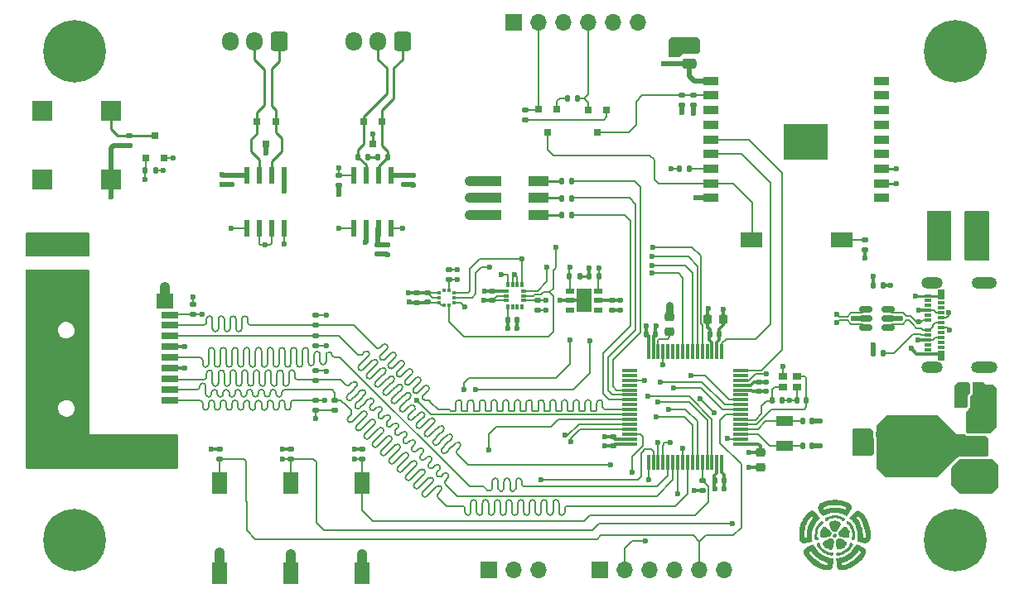
<source format=gbr>
%TF.GenerationSoftware,KiCad,Pcbnew,(7.0.0)*%
%TF.CreationDate,2023-05-17T20:16:57-03:00*%
%TF.ProjectId,d3vk1t,6433766b-3174-42e6-9b69-6361645f7063,rev?*%
%TF.SameCoordinates,Original*%
%TF.FileFunction,Copper,L1,Top*%
%TF.FilePolarity,Positive*%
%FSLAX46Y46*%
G04 Gerber Fmt 4.6, Leading zero omitted, Abs format (unit mm)*
G04 Created by KiCad (PCBNEW (7.0.0)) date 2023-05-17 20:16:57*
%MOMM*%
%LPD*%
G01*
G04 APERTURE LIST*
G04 Aperture macros list*
%AMRoundRect*
0 Rectangle with rounded corners*
0 $1 Rounding radius*
0 $2 $3 $4 $5 $6 $7 $8 $9 X,Y pos of 4 corners*
0 Add a 4 corners polygon primitive as box body*
4,1,4,$2,$3,$4,$5,$6,$7,$8,$9,$2,$3,0*
0 Add four circle primitives for the rounded corners*
1,1,$1+$1,$2,$3*
1,1,$1+$1,$4,$5*
1,1,$1+$1,$6,$7*
1,1,$1+$1,$8,$9*
0 Add four rect primitives between the rounded corners*
20,1,$1+$1,$2,$3,$4,$5,0*
20,1,$1+$1,$4,$5,$6,$7,0*
20,1,$1+$1,$6,$7,$8,$9,0*
20,1,$1+$1,$8,$9,$2,$3,0*%
G04 Aperture macros list end*
%TA.AperFunction,ComponentPad*%
%ADD10R,1.700000X1.700000*%
%TD*%
%TA.AperFunction,ComponentPad*%
%ADD11O,1.700000X1.700000*%
%TD*%
%TA.AperFunction,SMDPad,CuDef*%
%ADD12RoundRect,0.140000X0.140000X0.170000X-0.140000X0.170000X-0.140000X-0.170000X0.140000X-0.170000X0*%
%TD*%
%TA.AperFunction,SMDPad,CuDef*%
%ADD13RoundRect,0.135000X-0.185000X0.135000X-0.185000X-0.135000X0.185000X-0.135000X0.185000X0.135000X0*%
%TD*%
%TA.AperFunction,SMDPad,CuDef*%
%ADD14R,1.500000X0.900000*%
%TD*%
%TA.AperFunction,SMDPad,CuDef*%
%ADD15R,0.700000X0.700000*%
%TD*%
%TA.AperFunction,ComponentPad*%
%ADD16C,0.400000*%
%TD*%
%TA.AperFunction,SMDPad,CuDef*%
%ADD17RoundRect,0.140000X0.170000X-0.140000X0.170000X0.140000X-0.170000X0.140000X-0.170000X-0.140000X0*%
%TD*%
%TA.AperFunction,SMDPad,CuDef*%
%ADD18RoundRect,0.140000X-0.170000X0.140000X-0.170000X-0.140000X0.170000X-0.140000X0.170000X0.140000X0*%
%TD*%
%TA.AperFunction,SMDPad,CuDef*%
%ADD19R,2.000000X1.100000*%
%TD*%
%TA.AperFunction,SMDPad,CuDef*%
%ADD20R,2.180000X1.600000*%
%TD*%
%TA.AperFunction,SMDPad,CuDef*%
%ADD21R,1.600000X2.180000*%
%TD*%
%TA.AperFunction,SMDPad,CuDef*%
%ADD22RoundRect,0.150000X-0.512500X-0.150000X0.512500X-0.150000X0.512500X0.150000X-0.512500X0.150000X0*%
%TD*%
%TA.AperFunction,SMDPad,CuDef*%
%ADD23RoundRect,0.135000X-0.135000X-0.185000X0.135000X-0.185000X0.135000X0.185000X-0.135000X0.185000X0*%
%TD*%
%TA.AperFunction,SMDPad,CuDef*%
%ADD24RoundRect,0.140000X-0.140000X-0.170000X0.140000X-0.170000X0.140000X0.170000X-0.140000X0.170000X0*%
%TD*%
%TA.AperFunction,SMDPad,CuDef*%
%ADD25RoundRect,0.147500X0.147500X-0.727500X0.147500X0.727500X-0.147500X0.727500X-0.147500X-0.727500X0*%
%TD*%
%TA.AperFunction,SMDPad,CuDef*%
%ADD26RoundRect,0.075000X0.700000X0.075000X-0.700000X0.075000X-0.700000X-0.075000X0.700000X-0.075000X0*%
%TD*%
%TA.AperFunction,SMDPad,CuDef*%
%ADD27RoundRect,0.075000X0.075000X0.700000X-0.075000X0.700000X-0.075000X-0.700000X0.075000X-0.700000X0*%
%TD*%
%TA.AperFunction,SMDPad,CuDef*%
%ADD28RoundRect,0.250000X0.475000X-0.250000X0.475000X0.250000X-0.475000X0.250000X-0.475000X-0.250000X0*%
%TD*%
%TA.AperFunction,SMDPad,CuDef*%
%ADD29RoundRect,0.250000X0.650000X-0.325000X0.650000X0.325000X-0.650000X0.325000X-0.650000X-0.325000X0*%
%TD*%
%TA.AperFunction,SMDPad,CuDef*%
%ADD30R,0.900000X0.800000*%
%TD*%
%TA.AperFunction,SMDPad,CuDef*%
%ADD31RoundRect,0.250000X-0.312500X-0.625000X0.312500X-0.625000X0.312500X0.625000X-0.312500X0.625000X0*%
%TD*%
%TA.AperFunction,SMDPad,CuDef*%
%ADD32RoundRect,0.135000X0.185000X-0.135000X0.185000X0.135000X-0.185000X0.135000X-0.185000X-0.135000X0*%
%TD*%
%TA.AperFunction,ComponentPad*%
%ADD33C,0.800000*%
%TD*%
%TA.AperFunction,ComponentPad*%
%ADD34C,6.400000*%
%TD*%
%TA.AperFunction,SMDPad,CuDef*%
%ADD35R,0.701040X0.800100*%
%TD*%
%TA.AperFunction,SMDPad,CuDef*%
%ADD36R,0.350000X0.430000*%
%TD*%
%TA.AperFunction,SMDPad,CuDef*%
%ADD37R,0.430000X0.350000*%
%TD*%
%TA.AperFunction,SMDPad,CuDef*%
%ADD38R,1.800000X1.000000*%
%TD*%
%TA.AperFunction,SMDPad,CuDef*%
%ADD39RoundRect,0.225000X0.250000X-0.225000X0.250000X0.225000X-0.250000X0.225000X-0.250000X-0.225000X0*%
%TD*%
%TA.AperFunction,SMDPad,CuDef*%
%ADD40RoundRect,0.225000X-0.250000X0.225000X-0.250000X-0.225000X0.250000X-0.225000X0.250000X0.225000X0*%
%TD*%
%TA.AperFunction,ComponentPad*%
%ADD41RoundRect,0.250000X0.600000X0.725000X-0.600000X0.725000X-0.600000X-0.725000X0.600000X-0.725000X0*%
%TD*%
%TA.AperFunction,ComponentPad*%
%ADD42O,1.700000X1.950000*%
%TD*%
%TA.AperFunction,SMDPad,CuDef*%
%ADD43RoundRect,0.135000X0.135000X0.185000X-0.135000X0.185000X-0.135000X-0.185000X0.135000X-0.185000X0*%
%TD*%
%TA.AperFunction,SMDPad,CuDef*%
%ADD44R,0.700000X0.300000*%
%TD*%
%TA.AperFunction,SMDPad,CuDef*%
%ADD45R,0.700000X1.000000*%
%TD*%
%TA.AperFunction,ComponentPad*%
%ADD46O,2.200000X1.200000*%
%TD*%
%TA.AperFunction,ComponentPad*%
%ADD47O,2.700000X1.200000*%
%TD*%
%TA.AperFunction,ComponentPad*%
%ADD48O,2.600000X1.200000*%
%TD*%
%TA.AperFunction,SMDPad,CuDef*%
%ADD49RoundRect,0.225000X0.225000X0.250000X-0.225000X0.250000X-0.225000X-0.250000X0.225000X-0.250000X0*%
%TD*%
%TA.AperFunction,SMDPad,CuDef*%
%ADD50RoundRect,0.250000X-0.625000X0.312500X-0.625000X-0.312500X0.625000X-0.312500X0.625000X0.312500X0*%
%TD*%
%TA.AperFunction,SMDPad,CuDef*%
%ADD51RoundRect,0.021000X-0.409000X-0.189000X0.409000X-0.189000X0.409000X0.189000X-0.409000X0.189000X0*%
%TD*%
%TA.AperFunction,SMDPad,CuDef*%
%ADD52R,1.500000X2.400000*%
%TD*%
%TA.AperFunction,SMDPad,CuDef*%
%ADD53R,1.800000X0.700000*%
%TD*%
%TA.AperFunction,SMDPad,CuDef*%
%ADD54R,1.800000X1.600000*%
%TD*%
%TA.AperFunction,SMDPad,CuDef*%
%ADD55R,2.600000X1.600000*%
%TD*%
%TA.AperFunction,SMDPad,CuDef*%
%ADD56R,1.800000X2.000000*%
%TD*%
%TA.AperFunction,SMDPad,CuDef*%
%ADD57R,0.350000X0.600000*%
%TD*%
%TA.AperFunction,SMDPad,CuDef*%
%ADD58R,0.600000X0.350000*%
%TD*%
%TA.AperFunction,SMDPad,CuDef*%
%ADD59RoundRect,0.225000X-0.225000X-0.250000X0.225000X-0.250000X0.225000X0.250000X-0.225000X0.250000X0*%
%TD*%
%TA.AperFunction,SMDPad,CuDef*%
%ADD60RoundRect,0.250000X0.325000X0.650000X-0.325000X0.650000X-0.325000X-0.650000X0.325000X-0.650000X0*%
%TD*%
%TA.AperFunction,SMDPad,CuDef*%
%ADD61R,2.000000X1.500000*%
%TD*%
%TA.AperFunction,SMDPad,CuDef*%
%ADD62R,2.000000X3.800000*%
%TD*%
%TA.AperFunction,SMDPad,CuDef*%
%ADD63R,2.000000X2.000000*%
%TD*%
%TA.AperFunction,ViaPad*%
%ADD64C,0.600000*%
%TD*%
%TA.AperFunction,Conductor*%
%ADD65C,0.150000*%
%TD*%
%TA.AperFunction,Conductor*%
%ADD66C,1.000000*%
%TD*%
%TA.AperFunction,Conductor*%
%ADD67C,0.300000*%
%TD*%
%TA.AperFunction,Conductor*%
%ADD68C,0.500000*%
%TD*%
%TA.AperFunction,Conductor*%
%ADD69C,0.250000*%
%TD*%
%TA.AperFunction,Conductor*%
%ADD70C,0.800000*%
%TD*%
%TA.AperFunction,Conductor*%
%ADD71C,0.200000*%
%TD*%
G04 APERTURE END LIST*
%TO.C,G\u002A\u002A\u002A*%
G36*
X179531522Y-125206654D02*
G01*
X180072648Y-125206654D01*
X180091502Y-125272340D01*
X180143436Y-125363060D01*
X180222616Y-125472377D01*
X180323207Y-125593851D01*
X180439375Y-125721046D01*
X180565285Y-125847523D01*
X180695102Y-125966843D01*
X180822991Y-126072569D01*
X180923251Y-126145221D01*
X181087612Y-126247909D01*
X181261038Y-126343471D01*
X181434362Y-126427864D01*
X181598418Y-126497047D01*
X181744040Y-126546980D01*
X181862062Y-126573619D01*
X181902269Y-126576910D01*
X181945200Y-126571459D01*
X181968593Y-126544172D01*
X181983303Y-126481530D01*
X181984429Y-126474590D01*
X181992113Y-126407858D01*
X181991463Y-126365143D01*
X181989104Y-126359284D01*
X181961576Y-126346546D01*
X181897891Y-126322449D01*
X181809452Y-126291221D01*
X181762953Y-126275410D01*
X181611211Y-126221138D01*
X181479843Y-126165392D01*
X181353362Y-126100329D01*
X181216279Y-126018108D01*
X181083820Y-125931527D01*
X180886249Y-125784065D01*
X180691637Y-125611100D01*
X180515066Y-125427056D01*
X180380200Y-125258506D01*
X180325792Y-125184133D01*
X180282778Y-125128816D01*
X180258951Y-125102491D01*
X180257098Y-125101576D01*
X180211861Y-125113126D01*
X180153900Y-125140759D01*
X180101692Y-125173946D01*
X180073716Y-125202163D01*
X180072648Y-125206654D01*
X179531522Y-125206654D01*
X179527206Y-125178310D01*
X179531920Y-125036894D01*
X179566617Y-124927424D01*
X179637677Y-124837712D01*
X179747166Y-124758173D01*
X179807617Y-124725202D01*
X179896839Y-124681064D01*
X180004938Y-124630160D01*
X180122018Y-124576892D01*
X180238185Y-124525661D01*
X180343544Y-124480866D01*
X180428199Y-124446910D01*
X180482257Y-124428192D01*
X180494218Y-124425911D01*
X180513830Y-124446595D01*
X180546857Y-124500508D01*
X180581567Y-124566877D01*
X180754786Y-124864114D01*
X180967363Y-125132452D01*
X181215294Y-125367851D01*
X181494574Y-125566274D01*
X181666775Y-125661540D01*
X181843323Y-125738547D01*
X182042963Y-125807204D01*
X182243606Y-125860700D01*
X182409567Y-125890604D01*
X182556557Y-125908969D01*
X182538996Y-126187194D01*
X182522148Y-126393764D01*
X182499678Y-126576523D01*
X182472752Y-126728812D01*
X182442533Y-126843975D01*
X182412183Y-126912401D01*
X182326349Y-126999466D01*
X182204194Y-127060607D01*
X182052972Y-127094523D01*
X181879935Y-127099912D01*
X181692337Y-127075473D01*
X181611428Y-127056130D01*
X181290734Y-126946470D01*
X180968455Y-126793116D01*
X180653285Y-126601357D01*
X180353918Y-126376481D01*
X180079390Y-126124127D01*
X179879092Y-125904159D01*
X179724793Y-125699012D01*
X179615342Y-125506714D01*
X179549590Y-125325295D01*
X179531522Y-125206654D01*
G37*
G36*
X182877548Y-126389091D02*
G01*
X183407125Y-126389091D01*
X183411955Y-126449473D01*
X183415570Y-126474590D01*
X183428855Y-126531751D01*
X183452162Y-126565502D01*
X183493933Y-126577256D01*
X183562610Y-126568426D01*
X183666635Y-126540426D01*
X183717117Y-126525075D01*
X183903196Y-126456084D01*
X184109206Y-126359837D01*
X184319420Y-126244200D01*
X184476550Y-126145359D01*
X184598489Y-126055717D01*
X184727175Y-125947161D01*
X184856773Y-125826126D01*
X184981450Y-125699050D01*
X185095372Y-125572370D01*
X185192705Y-125452521D01*
X185267615Y-125345940D01*
X185314268Y-125259064D01*
X185327351Y-125206654D01*
X185307178Y-125180941D01*
X185258712Y-125147944D01*
X185200431Y-125118188D01*
X185150813Y-125102200D01*
X185142901Y-125101576D01*
X185124169Y-125120442D01*
X185084589Y-125170416D01*
X185031955Y-125241562D01*
X185019799Y-125258506D01*
X184873561Y-125439902D01*
X184695249Y-125623643D01*
X184499944Y-125795302D01*
X184316179Y-125931527D01*
X184158619Y-126033872D01*
X184024473Y-126112570D01*
X183898254Y-126175464D01*
X183764475Y-126230395D01*
X183637046Y-126275410D01*
X183540963Y-126308517D01*
X183464315Y-126336466D01*
X183418508Y-126355027D01*
X183410896Y-126359284D01*
X183407125Y-126389091D01*
X182877548Y-126389091D01*
X182872578Y-126344296D01*
X182859330Y-126196364D01*
X182851699Y-126071364D01*
X182850581Y-126024115D01*
X182850147Y-125908131D01*
X182993785Y-125890185D01*
X183312006Y-125825715D01*
X183618640Y-125715302D01*
X183908611Y-125562627D01*
X184176844Y-125371371D01*
X184418264Y-125145215D01*
X184627794Y-124887840D01*
X184800359Y-124602926D01*
X184818432Y-124566877D01*
X184857046Y-124493594D01*
X184889011Y-124442621D01*
X184905781Y-124425911D01*
X184942198Y-124436023D01*
X185013825Y-124463425D01*
X185110766Y-124503716D01*
X185223127Y-124552495D01*
X185341013Y-124605362D01*
X185454529Y-124657915D01*
X185553780Y-124705753D01*
X185628870Y-124744476D01*
X185652834Y-124758173D01*
X185765190Y-124840368D01*
X185835003Y-124930519D01*
X185868654Y-125040812D01*
X185872793Y-125178310D01*
X185840519Y-125358051D01*
X185764737Y-125545889D01*
X185650588Y-125738167D01*
X185503215Y-125931224D01*
X185327758Y-126121403D01*
X185129359Y-126305044D01*
X184913159Y-126478487D01*
X184684299Y-126638075D01*
X184447921Y-126780148D01*
X184209165Y-126901046D01*
X183973174Y-126997112D01*
X183745088Y-127064686D01*
X183530049Y-127100109D01*
X183333198Y-127099722D01*
X183206909Y-127075591D01*
X183097880Y-127019757D01*
X183006788Y-126926390D01*
X182943805Y-126807401D01*
X182927233Y-126748132D01*
X182908410Y-126637936D01*
X182889565Y-126497405D01*
X182877548Y-126389091D01*
G37*
G36*
X181110908Y-124271797D02*
G01*
X181170120Y-124331996D01*
X181197206Y-124426875D01*
X181198522Y-124457643D01*
X181203596Y-124521398D01*
X181223683Y-124578356D01*
X181266079Y-124643923D01*
X181317389Y-124708601D01*
X181523655Y-124919869D01*
X181762010Y-125093881D01*
X182027831Y-125227401D01*
X182094363Y-125252760D01*
X182187661Y-125282972D01*
X182245679Y-125292577D01*
X182278069Y-125283014D01*
X182280796Y-125280543D01*
X182336473Y-125255289D01*
X182412600Y-125254376D01*
X182487029Y-125275877D01*
X182524827Y-125301773D01*
X182566818Y-125373475D01*
X182568736Y-125452017D01*
X182536540Y-125524601D01*
X182476194Y-125578430D01*
X182393657Y-125600704D01*
X182385579Y-125600728D01*
X182325977Y-125592844D01*
X182236904Y-125573294D01*
X182136414Y-125546102D01*
X182124433Y-125542513D01*
X181976037Y-125495010D01*
X181857766Y-125449623D01*
X181750857Y-125397748D01*
X181636550Y-125330781D01*
X181569040Y-125287840D01*
X181433993Y-125189929D01*
X181299760Y-125073663D01*
X181172432Y-124946310D01*
X181058099Y-124815137D01*
X180962853Y-124687409D01*
X180892784Y-124570395D01*
X180853984Y-124471361D01*
X180848177Y-124427785D01*
X180870292Y-124341215D01*
X180928897Y-124278399D01*
X181012377Y-124251075D01*
X181023349Y-124250739D01*
X181110908Y-124271797D01*
G37*
G36*
X184462304Y-124273090D02*
G01*
X184524455Y-124332322D01*
X184551489Y-124416696D01*
X184551822Y-124427785D01*
X184534705Y-124500265D01*
X184487364Y-124598200D01*
X184415819Y-124712527D01*
X184326089Y-124834183D01*
X184224191Y-124954105D01*
X184153488Y-125027615D01*
X183971529Y-125184301D01*
X183764620Y-125324525D01*
X183544655Y-125442150D01*
X183323531Y-125531041D01*
X183113143Y-125585065D01*
X183056804Y-125593221D01*
X182979108Y-125598306D01*
X182929708Y-125586938D01*
X182888079Y-125553669D01*
X182881428Y-125546660D01*
X182834583Y-125466886D01*
X182830512Y-125385631D01*
X182864106Y-125314823D01*
X182930253Y-125266390D01*
X183007803Y-125251724D01*
X183073671Y-125259953D01*
X183118459Y-125279824D01*
X183119203Y-125280543D01*
X183149069Y-125292401D01*
X183203357Y-125285270D01*
X183291718Y-125257711D01*
X183305636Y-125252760D01*
X183577291Y-125129313D01*
X183822574Y-124964606D01*
X184036865Y-124761877D01*
X184082610Y-124708601D01*
X184146715Y-124626301D01*
X184182995Y-124564255D01*
X184198747Y-124507059D01*
X184201477Y-124457643D01*
X184219306Y-124354223D01*
X184270273Y-124284286D01*
X184350600Y-124252292D01*
X184376650Y-124250739D01*
X184462304Y-124273090D01*
G37*
G36*
X182340863Y-123819324D02*
G01*
X182434211Y-123869036D01*
X182522588Y-123938370D01*
X182589702Y-124016266D01*
X182598644Y-124031012D01*
X182612624Y-124061611D01*
X182619927Y-124098183D01*
X182620125Y-124149682D01*
X182612787Y-124225063D01*
X182597483Y-124333280D01*
X182578257Y-124455485D01*
X182555015Y-124588463D01*
X182530679Y-124707675D01*
X182507692Y-124802402D01*
X182488496Y-124861922D01*
X182483297Y-124872188D01*
X182438213Y-124916881D01*
X182369721Y-124961055D01*
X182299290Y-124992554D01*
X182256616Y-125000498D01*
X182222174Y-124990644D01*
X182164583Y-124967964D01*
X182158718Y-124965432D01*
X182100626Y-124934976D01*
X182065532Y-124907131D01*
X182064417Y-124905498D01*
X182031178Y-124891281D01*
X181972165Y-124891850D01*
X181967571Y-124892537D01*
X181886781Y-124893549D01*
X181817893Y-124879001D01*
X181751146Y-124832449D01*
X181692032Y-124757199D01*
X181654909Y-124674081D01*
X181649059Y-124634050D01*
X181627526Y-124581124D01*
X181598249Y-124563335D01*
X181533064Y-124518738D01*
X181489088Y-124442305D01*
X181469977Y-124349074D01*
X181479387Y-124254078D01*
X181507550Y-124190433D01*
X181549259Y-124150762D01*
X181626628Y-124097514D01*
X181729051Y-124036199D01*
X181845920Y-123972323D01*
X181966628Y-123911396D01*
X182080569Y-123858925D01*
X182177134Y-123820419D01*
X182245717Y-123801386D01*
X182258834Y-123800295D01*
X182340863Y-123819324D01*
G37*
G36*
X183225652Y-123819420D02*
G01*
X183326856Y-123858683D01*
X183457724Y-123922348D01*
X183539756Y-123965184D01*
X183655967Y-124028993D01*
X183758143Y-124089426D01*
X183836943Y-124140644D01*
X183883026Y-124176805D01*
X183888812Y-124183462D01*
X183922111Y-124267926D01*
X183925467Y-124367792D01*
X183900425Y-124461733D01*
X183864782Y-124514635D01*
X183816310Y-124556174D01*
X183779743Y-124575820D01*
X183777196Y-124576059D01*
X183756743Y-124597261D01*
X183750941Y-124632364D01*
X183731279Y-124712355D01*
X183681993Y-124794915D01*
X183617272Y-124859329D01*
X183582106Y-124878823D01*
X183504015Y-124894909D01*
X183438746Y-124894204D01*
X183347254Y-124904371D01*
X183301110Y-124928715D01*
X183195377Y-124981055D01*
X183090433Y-124984018D01*
X183033465Y-124965531D01*
X182966534Y-124923721D01*
X182916795Y-124872334D01*
X182916645Y-124872100D01*
X182899304Y-124826935D01*
X182877343Y-124742937D01*
X182853203Y-124630825D01*
X182829325Y-124501314D01*
X182821742Y-124455485D01*
X182797802Y-124300038D01*
X182784661Y-124184510D01*
X182784355Y-124099543D01*
X182798919Y-124035779D01*
X182830389Y-123983862D01*
X182880800Y-123934432D01*
X182946363Y-123882572D01*
X183014467Y-123836136D01*
X183078013Y-123809338D01*
X183145556Y-123803369D01*
X183225652Y-123819420D01*
G37*
G36*
X179057497Y-123446459D02*
G01*
X179572262Y-123446459D01*
X179573591Y-123586461D01*
X179578631Y-123683530D01*
X179589663Y-123744760D01*
X179608967Y-123777245D01*
X179638824Y-123788080D01*
X179680894Y-123784468D01*
X179744780Y-123772489D01*
X179787056Y-123762848D01*
X179800651Y-123734835D01*
X179813189Y-123663271D01*
X179823739Y-123554654D01*
X179828903Y-123470974D01*
X179865413Y-123103950D01*
X179937885Y-122765634D01*
X180049223Y-122447159D01*
X180202330Y-122139654D01*
X180333461Y-121929806D01*
X180392499Y-121840441D01*
X180439138Y-121766160D01*
X180467294Y-121716858D01*
X180472807Y-121703010D01*
X180456283Y-121674131D01*
X180415221Y-121627779D01*
X180401459Y-121614209D01*
X180330111Y-121545853D01*
X180192317Y-121694687D01*
X180052728Y-121873171D01*
X179924158Y-122090989D01*
X179810204Y-122337981D01*
X179714463Y-122603984D01*
X179640532Y-122878839D01*
X179592006Y-123152383D01*
X179572484Y-123414455D01*
X179572262Y-123446459D01*
X179057497Y-123446459D01*
X179057410Y-123417372D01*
X179061779Y-123247492D01*
X179070858Y-123084696D01*
X179084491Y-122940350D01*
X179102521Y-122825820D01*
X179105617Y-122811822D01*
X179185856Y-122513476D01*
X179282522Y-122232728D01*
X179393169Y-121972710D01*
X179515347Y-121736552D01*
X179646610Y-121527386D01*
X179784508Y-121348341D01*
X179926595Y-121202548D01*
X180070423Y-121093139D01*
X180213542Y-121023244D01*
X180353507Y-120995994D01*
X180487868Y-121014520D01*
X180505935Y-121020885D01*
X180570987Y-121056089D01*
X180650757Y-121119225D01*
X180748934Y-121213783D01*
X180869205Y-121343253D01*
X180978341Y-121467943D01*
X181199751Y-121725640D01*
X181022249Y-121921267D01*
X180877817Y-122088516D01*
X180762541Y-122242522D01*
X180665265Y-122399708D01*
X180574834Y-122576498D01*
X180569569Y-122587689D01*
X180454226Y-122891324D01*
X180382419Y-123213048D01*
X180355407Y-123544163D01*
X180374448Y-123875970D01*
X180378657Y-123906923D01*
X180413568Y-124151185D01*
X180311809Y-124178624D01*
X180057250Y-124243366D01*
X179844744Y-124288514D01*
X179670441Y-124314419D01*
X179530490Y-124321429D01*
X179421040Y-124309897D01*
X179338241Y-124280173D01*
X179319715Y-124268911D01*
X179209832Y-124166954D01*
X179124665Y-124030400D01*
X179090143Y-123940407D01*
X179074116Y-123855854D01*
X179063422Y-123732919D01*
X179057905Y-123582970D01*
X179057497Y-123446459D01*
G37*
G36*
X184219691Y-121703010D02*
G01*
X184927192Y-121703010D01*
X184940397Y-121731228D01*
X184975960Y-121790733D01*
X185027798Y-121871629D01*
X185066539Y-121929806D01*
X185246094Y-122227982D01*
X185384156Y-122532326D01*
X185483623Y-122851712D01*
X185547398Y-123195011D01*
X185574071Y-123482360D01*
X185590344Y-123762758D01*
X185677931Y-123778232D01*
X185740557Y-123789424D01*
X185779078Y-123796542D01*
X185781367Y-123797001D01*
X185799153Y-123778878D01*
X185812306Y-123743990D01*
X185822986Y-123669764D01*
X185827613Y-123559429D01*
X185826608Y-123426504D01*
X185820389Y-123284509D01*
X185809375Y-123146964D01*
X185793985Y-123027388D01*
X185789264Y-123000617D01*
X185729644Y-122747930D01*
X185648329Y-122494856D01*
X185549885Y-122251650D01*
X185438881Y-122028571D01*
X185319885Y-121835876D01*
X185207682Y-121694687D01*
X185069888Y-121545853D01*
X184998540Y-121614209D01*
X184953007Y-121662568D01*
X184928533Y-121697782D01*
X184927192Y-121703010D01*
X184219691Y-121703010D01*
X184421658Y-121467943D01*
X184561307Y-121309430D01*
X184676042Y-121188497D01*
X184769552Y-121101655D01*
X184845523Y-121045412D01*
X184894064Y-121020885D01*
X185027454Y-120995759D01*
X185166787Y-121016843D01*
X185309615Y-121081006D01*
X185453490Y-121185118D01*
X185595965Y-121326048D01*
X185734592Y-121500665D01*
X185866921Y-121705838D01*
X185990507Y-121938437D01*
X186102900Y-122195330D01*
X186201653Y-122473388D01*
X186284318Y-122769479D01*
X186294382Y-122811822D01*
X186313063Y-122920860D01*
X186327370Y-123061432D01*
X186337147Y-123222170D01*
X186342238Y-123391709D01*
X186342487Y-123558683D01*
X186337738Y-123711724D01*
X186327836Y-123839467D01*
X186312625Y-123930546D01*
X186309856Y-123940407D01*
X186243173Y-124091106D01*
X186146531Y-124214712D01*
X186080285Y-124268911D01*
X185991351Y-124308009D01*
X185872697Y-124323548D01*
X185720100Y-124315496D01*
X185529337Y-124283824D01*
X185440197Y-124264256D01*
X185321664Y-124236368D01*
X185209775Y-124209369D01*
X185121065Y-124187279D01*
X185088191Y-124178691D01*
X184986431Y-124151185D01*
X185021343Y-123906923D01*
X185044783Y-123575499D01*
X185022052Y-123243948D01*
X184954407Y-122920969D01*
X184843108Y-122615261D01*
X184830430Y-122587689D01*
X184740054Y-122409261D01*
X184643479Y-122251386D01*
X184529551Y-122097644D01*
X184387113Y-121931611D01*
X184377750Y-121921267D01*
X184200248Y-121725640D01*
X184219691Y-121703010D01*
G37*
G36*
X181439217Y-122068256D02*
G01*
X181499966Y-122123989D01*
X181523357Y-122210792D01*
X181523459Y-122218906D01*
X181515398Y-122305423D01*
X181484528Y-122359563D01*
X181419478Y-122396856D01*
X181383705Y-122409749D01*
X181295909Y-122462385D01*
X181208826Y-122556886D01*
X181125976Y-122685148D01*
X181050879Y-122839067D01*
X180987055Y-123010537D01*
X180938026Y-123191453D01*
X180907311Y-123373712D01*
X180898226Y-123527446D01*
X180902907Y-123623379D01*
X180917838Y-123676208D01*
X180933472Y-123690268D01*
X180977838Y-123730758D01*
X181004997Y-123799414D01*
X181008522Y-123875527D01*
X181000653Y-123906783D01*
X180949571Y-123982986D01*
X180876067Y-124019668D01*
X180791172Y-124014536D01*
X180708471Y-123967522D01*
X180680443Y-123941679D01*
X180661504Y-123914704D01*
X180649868Y-123876836D01*
X180643747Y-123818318D01*
X180641357Y-123729389D01*
X180640911Y-123600291D01*
X180640910Y-123598409D01*
X180656175Y-123296513D01*
X180704164Y-123024506D01*
X180787741Y-122772113D01*
X180909770Y-122529057D01*
X180962899Y-122443047D01*
X181069418Y-122289678D01*
X181167303Y-122171124D01*
X181253316Y-122090719D01*
X181324217Y-122051794D01*
X181346289Y-122048571D01*
X181439217Y-122068256D01*
G37*
G36*
X184117986Y-122071768D02*
G01*
X184203132Y-122140110D01*
X184301734Y-122251722D01*
X184411942Y-122404731D01*
X184437100Y-122443047D01*
X184573473Y-122685259D01*
X184670378Y-122933159D01*
X184730677Y-123197024D01*
X184757235Y-123487129D01*
X184759089Y-123598409D01*
X184758656Y-123728063D01*
X184756300Y-123817427D01*
X184750237Y-123876261D01*
X184738679Y-123914323D01*
X184719841Y-123941374D01*
X184691936Y-123967171D01*
X184691528Y-123967522D01*
X184604625Y-124017302D01*
X184518247Y-124017261D01*
X184460151Y-123988564D01*
X184407305Y-123924987D01*
X184389320Y-123844343D01*
X184405748Y-123763775D01*
X184456140Y-123700425D01*
X184467889Y-123692697D01*
X184490318Y-123652556D01*
X184500744Y-123565132D01*
X184501598Y-123517525D01*
X184490734Y-123361442D01*
X184460739Y-123195232D01*
X184415001Y-123026839D01*
X184356908Y-122864207D01*
X184289850Y-122715278D01*
X184217216Y-122587997D01*
X184142393Y-122490306D01*
X184068771Y-122430150D01*
X184031788Y-122416278D01*
X183940481Y-122378857D01*
X183888894Y-122310998D01*
X183876157Y-122234468D01*
X183896736Y-122143386D01*
X183952218Y-122078249D01*
X184033226Y-122049194D01*
X184048143Y-122048571D01*
X184117986Y-122071768D01*
G37*
G36*
X181707573Y-122618384D02*
G01*
X181774772Y-122647778D01*
X181854175Y-122703915D01*
X181952069Y-122790571D01*
X182074737Y-122911524D01*
X182093152Y-122930292D01*
X182202605Y-123044239D01*
X182279352Y-123132493D01*
X182326862Y-123203948D01*
X182348603Y-123267499D01*
X182348042Y-123332042D01*
X182328648Y-123406473D01*
X182304501Y-123472396D01*
X182273814Y-123540288D01*
X182236078Y-123591939D01*
X182183357Y-123631199D01*
X182107715Y-123661919D01*
X182001214Y-123687947D01*
X181855917Y-123713134D01*
X181786601Y-123723622D01*
X181645437Y-123744658D01*
X181545145Y-123759299D01*
X181476990Y-123767778D01*
X181432234Y-123770328D01*
X181402141Y-123767178D01*
X181377974Y-123758562D01*
X181350997Y-123744711D01*
X181333228Y-123735649D01*
X181270454Y-123690801D01*
X181227405Y-123636088D01*
X181226873Y-123634943D01*
X181205063Y-123556357D01*
X181200149Y-123468542D01*
X181212683Y-123395396D01*
X181220942Y-123378234D01*
X181226221Y-123328043D01*
X181208200Y-123278135D01*
X181175348Y-123167493D01*
X181189562Y-123061583D01*
X181248095Y-122969971D01*
X181310748Y-122921344D01*
X181366464Y-122878410D01*
X181396837Y-122835435D01*
X181398719Y-122825238D01*
X181420182Y-122758886D01*
X181475331Y-122691861D01*
X181550303Y-122639111D01*
X181584649Y-122624717D01*
X181646293Y-122611956D01*
X181707573Y-122618384D01*
G37*
G36*
X183806951Y-122622062D02*
G01*
X183815350Y-122624717D01*
X183894538Y-122666915D01*
X183959773Y-122729721D01*
X183997193Y-122798182D01*
X184001280Y-122825238D01*
X184021303Y-122865047D01*
X184071166Y-122909728D01*
X184089251Y-122921344D01*
X184175943Y-122998025D01*
X184220159Y-123095411D01*
X184219150Y-123203939D01*
X184191799Y-123278135D01*
X184171929Y-123342569D01*
X184179057Y-123378234D01*
X184197619Y-123441121D01*
X184198480Y-123526750D01*
X184182205Y-123611266D01*
X184172985Y-123635252D01*
X184125548Y-123692755D01*
X184050344Y-123741851D01*
X183969471Y-123769842D01*
X183934937Y-123772039D01*
X183893304Y-123767118D01*
X183813456Y-123756049D01*
X183706624Y-123740441D01*
X183584039Y-123721900D01*
X183575862Y-123720642D01*
X183419776Y-123694198D01*
X183305192Y-123667291D01*
X183223711Y-123635582D01*
X183166935Y-123594732D01*
X183126467Y-123540399D01*
X183095498Y-123472396D01*
X183064511Y-123385081D01*
X183049818Y-123314169D01*
X183054886Y-123250762D01*
X183083183Y-123185968D01*
X183138178Y-123110889D01*
X183223338Y-123016631D01*
X183306847Y-122930292D01*
X183433263Y-122804520D01*
X183534073Y-122713544D01*
X183615561Y-122653587D01*
X183684014Y-122620872D01*
X183745715Y-122611623D01*
X183806951Y-122622062D01*
G37*
G36*
X182749835Y-123366204D02*
G01*
X182776030Y-123375273D01*
X182854874Y-123426739D01*
X182893749Y-123503474D01*
X182900197Y-123569066D01*
X182878742Y-123650161D01*
X182823133Y-123710182D01*
X182746506Y-123744450D01*
X182661993Y-123748285D01*
X182582730Y-123717007D01*
X182554214Y-123692328D01*
X182506736Y-123612445D01*
X182500594Y-123529474D01*
X182528812Y-123453391D01*
X182584410Y-123394169D01*
X182660410Y-123361782D01*
X182749835Y-123366204D01*
G37*
G36*
X182806735Y-121995098D02*
G01*
X182870608Y-122036059D01*
X182969251Y-122089584D01*
X183034794Y-122098620D01*
X183132845Y-122121643D01*
X183217645Y-122182703D01*
X183275538Y-122269791D01*
X183290872Y-122323842D01*
X183292793Y-122366668D01*
X183283662Y-122417645D01*
X183260453Y-122485225D01*
X183220143Y-122577860D01*
X183159705Y-122704004D01*
X183141891Y-122740159D01*
X183079839Y-122860571D01*
X183020297Y-122967027D01*
X182968828Y-123050204D01*
X182930995Y-123100777D01*
X182921689Y-123109273D01*
X182847354Y-123137781D01*
X182728722Y-123149338D01*
X182700000Y-123149655D01*
X182572374Y-123141375D01*
X182489534Y-123116232D01*
X182478310Y-123109273D01*
X182446828Y-123072897D01*
X182399683Y-123000520D01*
X182342439Y-122901466D01*
X182280657Y-122785059D01*
X182258108Y-122740159D01*
X182192397Y-122604728D01*
X182147537Y-122504830D01*
X182120504Y-122432014D01*
X182108274Y-122377827D01*
X182107821Y-122333817D01*
X182109127Y-122323842D01*
X182146640Y-122227635D01*
X182218491Y-122150921D01*
X182311024Y-122105709D01*
X182365206Y-122098620D01*
X182471058Y-122074224D01*
X182529391Y-122036059D01*
X182625241Y-121983373D01*
X182700000Y-121973497D01*
X182806735Y-121995098D01*
G37*
G36*
X182887667Y-121506281D02*
G01*
X183203356Y-121556611D01*
X183474188Y-121640787D01*
X183596089Y-121695636D01*
X183674486Y-121750990D01*
X183715636Y-121812696D01*
X183726009Y-121876171D01*
X183705794Y-121957327D01*
X183653658Y-122013773D01*
X183582368Y-122043338D01*
X183504688Y-122043853D01*
X183433386Y-122013148D01*
X183381226Y-121949052D01*
X183375580Y-121935739D01*
X183333929Y-121889439D01*
X183251556Y-121847473D01*
X183137724Y-121811607D01*
X183001694Y-121783608D01*
X182852728Y-121765243D01*
X182700088Y-121758279D01*
X182553036Y-121764481D01*
X182506059Y-121769889D01*
X182312887Y-121802247D01*
X182168912Y-121839847D01*
X182073533Y-121882895D01*
X182026152Y-121931597D01*
X182024419Y-121935739D01*
X181974772Y-122004128D01*
X181899571Y-122041726D01*
X181815165Y-122045115D01*
X181737898Y-122010881D01*
X181724039Y-121998522D01*
X181682685Y-121925124D01*
X181678734Y-121838299D01*
X181712704Y-121758446D01*
X181717783Y-121752129D01*
X181762884Y-121717585D01*
X181839200Y-121676581D01*
X181930286Y-121637940D01*
X181931134Y-121637626D01*
X182245466Y-121546776D01*
X182566341Y-121502999D01*
X182887667Y-121506281D01*
G37*
G36*
X180974696Y-120689608D02*
G01*
X181523936Y-120689608D01*
X181535991Y-120722207D01*
X181565783Y-120777900D01*
X181575199Y-120793685D01*
X181615790Y-120848656D01*
X181653292Y-120865788D01*
X181681460Y-120861338D01*
X181728863Y-120847710D01*
X181810777Y-120824524D01*
X181913496Y-120795650D01*
X181974285Y-120778638D01*
X182061152Y-120755327D01*
X182137395Y-120738191D01*
X182213288Y-120726289D01*
X182299105Y-120718681D01*
X182405121Y-120714427D01*
X182541609Y-120712586D01*
X182700000Y-120712215D01*
X182872977Y-120712615D01*
X183009543Y-120715027D01*
X183122123Y-120721270D01*
X183223143Y-120733164D01*
X183325029Y-120752527D01*
X183440205Y-120781180D01*
X183581098Y-120820941D01*
X183718539Y-120861338D01*
X183761354Y-120863207D01*
X183798342Y-120832914D01*
X183824800Y-120793685D01*
X183857650Y-120735117D01*
X183875172Y-120694748D01*
X183876064Y-120689608D01*
X183853624Y-120666127D01*
X183792572Y-120633225D01*
X183702547Y-120594762D01*
X183593193Y-120554598D01*
X183474151Y-120516593D01*
X183378088Y-120490253D01*
X183223804Y-120461728D01*
X183034152Y-120442520D01*
X182822937Y-120432629D01*
X182603967Y-120432053D01*
X182391048Y-120440794D01*
X182197985Y-120458852D01*
X182038586Y-120486225D01*
X182021912Y-120490253D01*
X181902069Y-120523732D01*
X181784174Y-120562468D01*
X181677868Y-120602602D01*
X181592793Y-120640274D01*
X181538590Y-120671624D01*
X181523936Y-120689608D01*
X180974696Y-120689608D01*
X180971889Y-120593107D01*
X180996588Y-120502542D01*
X181048254Y-120417707D01*
X181126194Y-120333025D01*
X181150689Y-120310334D01*
X181313572Y-120192753D01*
X181515320Y-120094918D01*
X181748808Y-120016828D01*
X182006911Y-119958484D01*
X182282503Y-119919886D01*
X182568461Y-119901034D01*
X182857658Y-119901928D01*
X183142970Y-119922567D01*
X183417273Y-119962952D01*
X183673441Y-120023083D01*
X183904350Y-120102959D01*
X184102874Y-120202581D01*
X184249310Y-120310334D01*
X184333971Y-120395890D01*
X184392538Y-120480148D01*
X184424319Y-120568686D01*
X184428619Y-120667079D01*
X184404744Y-120780905D01*
X184352000Y-120915740D01*
X184269694Y-121077160D01*
X184157132Y-121270742D01*
X184122807Y-121327058D01*
X183974282Y-121568994D01*
X183743791Y-121459952D01*
X183564159Y-121379080D01*
X183407335Y-121319658D01*
X183259110Y-121278628D01*
X183105273Y-121252932D01*
X182931614Y-121239509D01*
X182723923Y-121235302D01*
X182700000Y-121235271D01*
X182487991Y-121238701D01*
X182311479Y-121251031D01*
X182156254Y-121275321D01*
X182008107Y-121314628D01*
X181852828Y-121372011D01*
X181676205Y-121450529D01*
X181656208Y-121459952D01*
X181425717Y-121568994D01*
X181277193Y-121327058D01*
X181156646Y-121124196D01*
X181066536Y-120954946D01*
X181006170Y-120813732D01*
X180974852Y-120694978D01*
X180974696Y-120689608D01*
G37*
%TD*%
D10*
%TO.P,J1,1,Pin_1*%
%TO.N,/mcu/USART1_RX*%
X147319999Y-127099999D03*
D11*
%TO.P,J1,2,Pin_2*%
%TO.N,/mcu/USART1_TX*%
X149859999Y-127099999D03*
%TO.P,J1,3,Pin_3*%
%TO.N,GND*%
X152399999Y-127099999D03*
%TD*%
D12*
%TO.P,C28,1*%
%TO.N,/mcu/OSC_IN*%
X179780000Y-109700000D03*
%TO.P,C28,2*%
%TO.N,GND*%
X178820000Y-109700000D03*
%TD*%
D13*
%TO.P,R3,1*%
%TO.N,/wifi_ble/RESET*%
X168216608Y-78496554D03*
%TO.P,R3,2*%
%TO.N,+3.3V*%
X168216608Y-79516554D03*
%TD*%
D14*
%TO.P,U1,1,3V3*%
%TO.N,+3.3V*%
X169999999Y-76999999D03*
%TO.P,U1,2,EN*%
%TO.N,/wifi_ble/RESET*%
X169999999Y-78499999D03*
%TO.P,U1,3,IO4*%
%TO.N,unconnected-(U1-IO4-Pad3)*%
X169999999Y-79999999D03*
%TO.P,U1,4,IO5*%
%TO.N,unconnected-(U1-IO5-Pad4)*%
X169999999Y-81499999D03*
%TO.P,U1,5,IO6*%
%TO.N,USART2_TX*%
X169999999Y-82999999D03*
%TO.P,U1,6,IO7*%
%TO.N,USART2_RX*%
X169999999Y-84499999D03*
%TO.P,U1,7,IO8*%
%TO.N,/wifi_ble/GPIO8*%
X169999999Y-85999999D03*
%TO.P,U1,8,IO9*%
%TO.N,/wifi_ble/GPIO9*%
X169999999Y-87499999D03*
%TO.P,U1,9,GND*%
%TO.N,GND*%
X169999999Y-88999999D03*
%TO.P,U1,10,IO10*%
%TO.N,unconnected-(U1-IO10-Pad10)*%
X187499999Y-88999999D03*
%TO.P,U1,11,RXD*%
%TO.N,/wifi_ble/ESP_RX*%
X187499999Y-87499999D03*
%TO.P,U1,12,TXD*%
%TO.N,/wifi_ble/ESP_TX*%
X187499999Y-85999999D03*
%TO.P,U1,13,IO18*%
%TO.N,unconnected-(U1-IO18-Pad13)*%
X187499999Y-84499999D03*
%TO.P,U1,14,IO19*%
%TO.N,unconnected-(U1-IO19-Pad14)*%
X187499999Y-82999999D03*
%TO.P,U1,15,IO3*%
%TO.N,unconnected-(U1-IO3-Pad15)*%
X187499999Y-81499999D03*
%TO.P,U1,16,IO2*%
%TO.N,unconnected-(U1-IO2-Pad16)*%
X187499999Y-79999999D03*
%TO.P,U1,17,IO1*%
%TO.N,unconnected-(U1-IO1-Pad17)*%
X187499999Y-78499999D03*
%TO.P,U1,18,IO0*%
%TO.N,unconnected-(U1-IO0-Pad18)*%
X187499999Y-76999999D03*
D15*
%TO.P,U1,19,GND*%
%TO.N,GND*%
X178609999Y-82099999D03*
%TO.P,U1,20,GND*%
X179709999Y-82099999D03*
%TO.P,U1,21,GND*%
X180809999Y-82099999D03*
%TO.P,U1,22,GND*%
X178609999Y-83199999D03*
%TO.P,U1,23,GND*%
X179709999Y-83199999D03*
%TO.P,U1,24,GND*%
X180809999Y-83199999D03*
%TO.P,U1,25,GND*%
X178609999Y-84299999D03*
%TO.P,U1,26,GND*%
X179709999Y-84299999D03*
%TO.P,U1,27,GND*%
X180809999Y-84299999D03*
D16*
%TO.P,U1,28,GND*%
X179160000Y-82100000D03*
%TO.P,U1,29,GND*%
X180260000Y-82100000D03*
%TO.P,U1,30,GND*%
X178610000Y-82650000D03*
%TO.P,U1,31,GND*%
X179710000Y-82650000D03*
%TO.P,U1,32,GND*%
X180810000Y-82650000D03*
%TO.P,U1,33,GND*%
X179160000Y-83200000D03*
%TO.P,U1,34,GND*%
X180260000Y-83200000D03*
%TO.P,U1,35,GND*%
X178610000Y-83750000D03*
%TO.P,U1,36,GND*%
X179710000Y-83750000D03*
%TO.P,U1,37,GND*%
X180810000Y-83750000D03*
%TO.P,U1,38,GND*%
X179160000Y-84300000D03*
%TO.P,U1,39,GND*%
X180260000Y-84300000D03*
%TD*%
D17*
%TO.P,C3,1*%
%TO.N,+3.3V*%
X160000000Y-114380000D03*
%TO.P,C3,2*%
%TO.N,GND*%
X160000000Y-113420000D03*
%TD*%
D12*
%TO.P,C23,1*%
%TO.N,+3.3V*%
X187160000Y-113200000D03*
%TO.P,C23,2*%
%TO.N,GND*%
X186200000Y-113200000D03*
%TD*%
D18*
%TO.P,C4,1*%
%TO.N,+3.3V*%
X174900000Y-107820000D03*
%TO.P,C4,2*%
%TO.N,GND*%
X174900000Y-108780000D03*
%TD*%
D19*
%TO.P,D1,1,RK*%
%TO.N,GND*%
X147599999Y-87299999D03*
%TO.P,D1,2,GK*%
X147599999Y-88999999D03*
%TO.P,D1,3,BK*%
X147599999Y-90699999D03*
%TO.P,D1,4,BA*%
%TO.N,Net-(D1-BA)*%
X152399999Y-90699999D03*
%TO.P,D1,5,GA*%
%TO.N,Net-(D1-GA)*%
X152399999Y-88999999D03*
%TO.P,D1,6,RA*%
%TO.N,Net-(D1-RA)*%
X152399999Y-87299999D03*
%TD*%
D17*
%TO.P,C18,1*%
%TO.N,+3.3V*%
X141100000Y-99667500D03*
%TO.P,C18,2*%
%TO.N,GND*%
X141100000Y-98707500D03*
%TD*%
D20*
%TO.P,SW1,1,1*%
%TO.N,/wifi_ble/GPIO9*%
X174209999Y-93299999D03*
%TO.P,SW1,2,2*%
%TO.N,Net-(R4-Pad1)*%
X183389999Y-93299999D03*
%TD*%
D21*
%TO.P,SW4,1,1*%
%TO.N,+3.3V*%
X134399999Y-127389999D03*
%TO.P,SW4,2,2*%
%TO.N,/mcu/BOOT0*%
X134399999Y-118209999D03*
%TD*%
D22*
%TO.P,IC7,1,I/O1*%
%TO.N,USB_N*%
X185862500Y-100350000D03*
%TO.P,IC7,2,GND*%
%TO.N,GND*%
X185862500Y-101300000D03*
%TO.P,IC7,3,I/O2*%
%TO.N,USB_P*%
X185862500Y-102250000D03*
%TO.P,IC7,4,I/O2*%
%TO.N,/usb/USB_CON_P*%
X188137500Y-102250000D03*
%TO.P,IC7,5,VBUS*%
%TO.N,+5V*%
X188137500Y-101300000D03*
%TO.P,IC7,6,I/O1*%
%TO.N,/usb/USB_CON_N*%
X188137500Y-100350000D03*
%TD*%
D23*
%TO.P,R22,1*%
%TO.N,Net-(R21-Pad2)*%
X135980000Y-84790500D03*
%TO.P,R22,2*%
%TO.N,/comm/CAN_H*%
X137000000Y-84790500D03*
%TD*%
D24*
%TO.P,C16,1*%
%TO.N,+3.3V*%
X149248955Y-101505870D03*
%TO.P,C16,2*%
%TO.N,GND*%
X150208955Y-101505870D03*
%TD*%
D25*
%TO.P,IC5,1,TXD*%
%TO.N,CAN1_TX*%
X133495000Y-92066000D03*
%TO.P,IC5,2,GND*%
%TO.N,GND*%
X134765000Y-92066000D03*
%TO.P,IC5,3,VCC*%
%TO.N,+5V*%
X136035000Y-92066000D03*
%TO.P,IC5,4,RXD*%
%TO.N,CAN1_RX*%
X137305000Y-92066000D03*
%TO.P,IC5,5,VIO*%
%TO.N,+3.3V*%
X137305000Y-86666000D03*
%TO.P,IC5,6,CANL*%
%TO.N,/comm/CAN_H*%
X136035000Y-86666000D03*
%TO.P,IC5,7,CANH*%
%TO.N,/comm/CAN_L*%
X134765000Y-86666000D03*
%TO.P,IC5,8,STB*%
%TO.N,CAN_STB*%
X133495000Y-86666000D03*
%TD*%
D13*
%TO.P,R23,1*%
%TO.N,SDIO_D3*%
X131600000Y-109690000D03*
%TO.P,R23,2*%
%TO.N,+3.3V*%
X131600000Y-110710000D03*
%TD*%
D23*
%TO.P,R18,1*%
%TO.N,Net-(D1-RA)*%
X154790000Y-87300000D03*
%TO.P,R18,2*%
%TO.N,RGB_R*%
X155810000Y-87300000D03*
%TD*%
D26*
%TO.P,IC1,1,VBAT*%
%TO.N,+3.3V*%
X173075000Y-114150000D03*
%TO.P,IC1,2,PC13*%
%TO.N,ACC_INT*%
X173075000Y-113650000D03*
%TO.P,IC1,3,PC14*%
%TO.N,/mcu/OSC32_IN*%
X173075000Y-113150000D03*
%TO.P,IC1,4,PC15*%
%TO.N,/mcu/OSC32_OUT*%
X173075000Y-112650000D03*
%TO.P,IC1,5,PH0*%
%TO.N,/mcu/OSC_IN*%
X173075000Y-112150000D03*
%TO.P,IC1,6,PH1*%
%TO.N,/mcu/OSC_OUT*%
X173075000Y-111650000D03*
%TO.P,IC1,7,NRST*%
%TO.N,/mcu/NRST*%
X173075000Y-111150000D03*
%TO.P,IC1,8,PC0*%
%TO.N,ACC_CS*%
X173075000Y-110650000D03*
%TO.P,IC1,9,PC1*%
%TO.N,BARO_CS*%
X173075000Y-110150000D03*
%TO.P,IC1,10,PC2*%
%TO.N,SDIO_DET*%
X173075000Y-109650000D03*
%TO.P,IC1,11,PC3*%
%TO.N,unconnected-(IC1-PC3-Pad11)*%
X173075000Y-109150000D03*
%TO.P,IC1,12,VSSA*%
%TO.N,GND*%
X173075000Y-108650000D03*
%TO.P,IC1,13,VDDA*%
%TO.N,+3.3V*%
X173075000Y-108150000D03*
%TO.P,IC1,14,PA0*%
%TO.N,/mcu/USER*%
X173075000Y-107650000D03*
%TO.P,IC1,15,PA1*%
%TO.N,unconnected-(IC1-PA1-Pad15)*%
X173075000Y-107150000D03*
%TO.P,IC1,16,PA2*%
%TO.N,USART2_TX*%
X173075000Y-106650000D03*
D27*
%TO.P,IC1,17,PA3*%
%TO.N,USART2_RX*%
X171150000Y-104725000D03*
%TO.P,IC1,18,VSS*%
%TO.N,GND*%
X170650000Y-104725000D03*
%TO.P,IC1,19,VDD*%
%TO.N,+3.3V*%
X170150000Y-104725000D03*
%TO.P,IC1,20,PA4*%
%TO.N,unconnected-(IC1-PA4-Pad20)*%
X169650000Y-104725000D03*
%TO.P,IC1,21,PA5*%
%TO.N,SPI1_CLK*%
X169150000Y-104725000D03*
%TO.P,IC1,22,PA6*%
%TO.N,SPI1_MISO*%
X168650000Y-104725000D03*
%TO.P,IC1,23,PA7*%
%TO.N,SPI1_MOSI*%
X168150000Y-104725000D03*
%TO.P,IC1,24,PC4*%
%TO.N,unconnected-(IC1-PC4-Pad24)*%
X167650000Y-104725000D03*
%TO.P,IC1,25,PC5*%
%TO.N,USART3_RX*%
X167150000Y-104725000D03*
%TO.P,IC1,26,PB0*%
%TO.N,unconnected-(IC1-PB0-Pad26)*%
X166650000Y-104725000D03*
%TO.P,IC1,27,PB1*%
%TO.N,unconnected-(IC1-PB1-Pad27)*%
X166150000Y-104725000D03*
%TO.P,IC1,28,PB2*%
%TO.N,unconnected-(IC1-PB2-Pad28)*%
X165650000Y-104725000D03*
%TO.P,IC1,29,PB10*%
%TO.N,CAN_STB*%
X165150000Y-104725000D03*
%TO.P,IC1,30,VCAP_1*%
%TO.N,Net-(IC1-VCAP_1)*%
X164650000Y-104725000D03*
%TO.P,IC1,31,VSS*%
%TO.N,GND*%
X164150000Y-104725000D03*
%TO.P,IC1,32,VDD*%
%TO.N,+3.3V*%
X163650000Y-104725000D03*
D26*
%TO.P,IC1,33,PB12*%
%TO.N,unconnected-(IC1-PB12-Pad33)*%
X161725000Y-106650000D03*
%TO.P,IC1,34,PB13*%
%TO.N,unconnected-(IC1-PB13-Pad34)*%
X161725000Y-107150000D03*
%TO.P,IC1,35,PB14*%
%TO.N,BUZZER*%
X161725000Y-107650000D03*
%TO.P,IC1,36,PB15*%
%TO.N,unconnected-(IC1-PB15-Pad36)*%
X161725000Y-108150000D03*
%TO.P,IC1,37,PC6*%
%TO.N,RGB_R*%
X161725000Y-108650000D03*
%TO.P,IC1,38,PC7*%
%TO.N,RGB_G*%
X161725000Y-109150000D03*
%TO.P,IC1,39,PC8*%
%TO.N,RGB_B*%
X161725000Y-109650000D03*
%TO.P,IC1,40,PC9*%
%TO.N,unconnected-(IC1-PC9-Pad40)*%
X161725000Y-110150000D03*
%TO.P,IC1,41,PA8*%
%TO.N,SDIO_D1*%
X161725000Y-110650000D03*
%TO.P,IC1,42,PA9*%
%TO.N,SDIO_D2*%
X161725000Y-111150000D03*
%TO.P,IC1,43,PA10*%
%TO.N,/mcu/USART1_RX*%
X161725000Y-111650000D03*
%TO.P,IC1,44,PA11*%
%TO.N,USB_N*%
X161725000Y-112150000D03*
%TO.P,IC1,45,PA12*%
%TO.N,USB_P*%
X161725000Y-112650000D03*
%TO.P,IC1,46,PA13*%
%TO.N,/mcu/SWDIO*%
X161725000Y-113150000D03*
%TO.P,IC1,47,VSS*%
%TO.N,GND*%
X161725000Y-113650000D03*
%TO.P,IC1,48,VDD*%
%TO.N,+3.3V*%
X161725000Y-114150000D03*
D27*
%TO.P,IC1,49,PA14*%
%TO.N,/mcu/SWCLK*%
X163650000Y-116075000D03*
%TO.P,IC1,50,PA15*%
%TO.N,/mcu/USART1_TX*%
X164150000Y-116075000D03*
%TO.P,IC1,51,PC10*%
%TO.N,USART3_TX*%
X164650000Y-116075000D03*
%TO.P,IC1,52,PC11*%
%TO.N,RS485_DE*%
X165150000Y-116075000D03*
%TO.P,IC1,53,PC12*%
%TO.N,SDIO_CLK*%
X165650000Y-116075000D03*
%TO.P,IC1,54,PD2*%
%TO.N,SDIO_CMD*%
X166150000Y-116075000D03*
%TO.P,IC1,55,PB3*%
%TO.N,/mcu/SWO*%
X166650000Y-116075000D03*
%TO.P,IC1,56,PB4*%
%TO.N,SDIO_D0*%
X167150000Y-116075000D03*
%TO.P,IC1,57,PB5*%
%TO.N,SDIO_D3*%
X167650000Y-116075000D03*
%TO.P,IC1,58,PB6*%
%TO.N,I2C1_SCL*%
X168150000Y-116075000D03*
%TO.P,IC1,59,PB7*%
%TO.N,I2C1_SDA*%
X168650000Y-116075000D03*
%TO.P,IC1,60,BOOT0*%
%TO.N,/mcu/BOOT0*%
X169150000Y-116075000D03*
%TO.P,IC1,61,PB8*%
%TO.N,CAN1_RX*%
X169650000Y-116075000D03*
%TO.P,IC1,62,PB9*%
%TO.N,CAN1_TX*%
X170150000Y-116075000D03*
%TO.P,IC1,63,VSS*%
%TO.N,GND*%
X170650000Y-116075000D03*
%TO.P,IC1,64,VDD*%
%TO.N,+3.3V*%
X171150000Y-116075000D03*
%TD*%
D28*
%TO.P,C11,1*%
%TO.N,+3.3V*%
X167800000Y-75250000D03*
%TO.P,C11,2*%
%TO.N,GND*%
X167800000Y-73350000D03*
%TD*%
D13*
%TO.P,R4,1*%
%TO.N,Net-(R4-Pad1)*%
X185797944Y-93302456D03*
%TO.P,R4,2*%
%TO.N,GND*%
X185797944Y-94322456D03*
%TD*%
D29*
%TO.P,C14,1*%
%TO.N,Net-(X2-SHIELD)*%
X101800000Y-97175000D03*
%TO.P,C14,2*%
%TO.N,GND*%
X101800000Y-94225000D03*
%TD*%
D30*
%TO.P,Y2,1,1*%
%TO.N,/mcu/OSC_OUT*%
X177399999Y-108349999D03*
%TO.P,Y2,2,2*%
%TO.N,GND*%
X178799999Y-108349999D03*
%TO.P,Y2,3,3*%
%TO.N,/mcu/OSC_IN*%
X178799999Y-107249999D03*
%TO.P,Y2,4,4*%
%TO.N,GND*%
X177399999Y-107249999D03*
%TD*%
D31*
%TO.P,R6,1*%
%TO.N,GND*%
X193809648Y-94200000D03*
%TO.P,R6,2*%
%TO.N,Net-(C13-Pad1)*%
X196734648Y-94200000D03*
%TD*%
D32*
%TO.P,R11,1*%
%TO.N,BARO_CS*%
X143244664Y-97378358D03*
%TO.P,R11,2*%
%TO.N,+3.3V*%
X143244664Y-96358358D03*
%TD*%
D33*
%TO.P,H4,1*%
%TO.N,N/C*%
X102600000Y-124000000D03*
X103302944Y-122302944D03*
X103302944Y-125697056D03*
X105000000Y-121600000D03*
D34*
X105000000Y-124000000D03*
D33*
X105000000Y-126400000D03*
X106697056Y-122302944D03*
X106697056Y-125697056D03*
X107400000Y-124000000D03*
%TD*%
D21*
%TO.P,SW3,1,1*%
%TO.N,GND*%
X127099999Y-127389999D03*
%TO.P,SW3,2,2*%
%TO.N,/mcu/USER*%
X127099999Y-118209999D03*
%TD*%
D12*
%TO.P,C20,1*%
%TO.N,+5V*%
X197180000Y-108400000D03*
%TO.P,C20,2*%
%TO.N,GND*%
X196220000Y-108400000D03*
%TD*%
D35*
%TO.P,D2,1,C1*%
%TO.N,/comm/CAN_H*%
X136449959Y-81139879D03*
%TO.P,D2,2,C2*%
%TO.N,/comm/CAN_L*%
X134550039Y-81139879D03*
%TO.P,D2,3,C3*%
%TO.N,GND*%
X135499999Y-83441119D03*
%TD*%
D23*
%TO.P,R21,1*%
%TO.N,/comm/CAN_L*%
X133980000Y-84790500D03*
%TO.P,R21,2*%
%TO.N,Net-(R21-Pad2)*%
X135000000Y-84790500D03*
%TD*%
D17*
%TO.P,C27,1*%
%TO.N,GND*%
X121008409Y-87628077D03*
%TO.P,C27,2*%
%TO.N,+3.3V*%
X121008409Y-86668077D03*
%TD*%
D36*
%TO.P,IC4,1,VDD_IO*%
%TO.N,+3.3V*%
X142749999Y-99932499D03*
%TO.P,IC4,2,SCL/SPC*%
%TO.N,SPI1_CLK*%
X143249999Y-99932499D03*
D37*
%TO.P,IC4,3,RESERVED*%
%TO.N,GND*%
X143744999Y-99687499D03*
%TO.P,IC4,4,SDA/SDI/SDO*%
%TO.N,SPI1_MOSI*%
X143744999Y-99187499D03*
%TO.P,IC4,5,SDO/SA0*%
%TO.N,SPI1_MISO*%
X143744999Y-98687499D03*
D36*
%TO.P,IC4,6,CS*%
%TO.N,BARO_CS*%
X143249999Y-98442499D03*
%TO.P,IC4,7,INT_DRDY*%
%TO.N,unconnected-(IC4-INT_DRDY-Pad7)*%
X142749999Y-98442499D03*
D37*
%TO.P,IC4,8,GND*%
%TO.N,GND*%
X142254999Y-98687499D03*
%TO.P,IC4,9,GND*%
X142254999Y-99187499D03*
%TO.P,IC4,10,VDD*%
%TO.N,+3.3V*%
X142254999Y-99687499D03*
%TD*%
D24*
%TO.P,C1,1*%
%TO.N,+3.3V*%
X169920000Y-102900000D03*
%TO.P,C1,2*%
%TO.N,GND*%
X170880000Y-102900000D03*
%TD*%
D17*
%TO.P,C26,1*%
%TO.N,GND*%
X138690996Y-87623939D03*
%TO.P,C26,2*%
%TO.N,+3.3V*%
X138690996Y-86663939D03*
%TD*%
D24*
%TO.P,C31,1*%
%TO.N,/mcu/OSC32_OUT*%
X179420000Y-111850546D03*
%TO.P,C31,2*%
%TO.N,GND*%
X180380000Y-111850546D03*
%TD*%
D38*
%TO.P,Y1,1,1*%
%TO.N,/mcu/OSC32_IN*%
X177599999Y-114349999D03*
%TO.P,Y1,2,2*%
%TO.N,/mcu/OSC32_OUT*%
X177599999Y-111849999D03*
%TD*%
D17*
%TO.P,C25,1*%
%TO.N,GND*%
X136031490Y-94729475D03*
%TO.P,C25,2*%
%TO.N,+5V*%
X136031490Y-93769475D03*
%TD*%
D39*
%TO.P,C8,1*%
%TO.N,Net-(IC1-VCAP_1)*%
X165800000Y-102700000D03*
%TO.P,C8,2*%
%TO.N,GND*%
X165800000Y-101150000D03*
%TD*%
D18*
%TO.P,C12,1*%
%TO.N,/wifi_ble/RESET*%
X167033263Y-78497490D03*
%TO.P,C12,2*%
%TO.N,GND*%
X167033263Y-79457490D03*
%TD*%
D40*
%TO.P,C6,1*%
%TO.N,+3.3V*%
X175100000Y-115025000D03*
%TO.P,C6,2*%
%TO.N,GND*%
X175100000Y-116575000D03*
%TD*%
D41*
%TO.P,J4,1,Pin_1*%
%TO.N,/comm/CAN_H*%
X138500000Y-73000000D03*
D42*
%TO.P,J4,2,Pin_2*%
%TO.N,/comm/CAN_L*%
X135999999Y-72999999D03*
%TO.P,J4,3,Pin_3*%
%TO.N,GND*%
X133499999Y-72999999D03*
%TD*%
D43*
%TO.P,R5,1*%
%TO.N,/wifi_ble/GPIO8*%
X167799689Y-86003800D03*
%TO.P,R5,2*%
%TO.N,+3.3V*%
X166779689Y-86003800D03*
%TD*%
D44*
%TO.P,X1,A1,GND_A*%
%TO.N,GND*%
X192229999Y-104999999D03*
%TO.P,X1,A2,TX1+*%
%TO.N,unconnected-(X1-TX1+-PadA2)*%
X192229999Y-104499999D03*
%TO.P,X1,A3,TX1-*%
%TO.N,unconnected-(X1-TX1--PadA3)*%
X192229999Y-103999999D03*
%TO.P,X1,A4,VBUS_A*%
%TO.N,+5V*%
X192229999Y-103499999D03*
%TO.P,X1,A5,CC1*%
%TO.N,Net-(X1-CC1)*%
X192229999Y-102999999D03*
%TO.P,X1,A6,D1+*%
%TO.N,/usb/USB_CON_P*%
X192229999Y-102499999D03*
%TO.P,X1,A7,D1-*%
%TO.N,/usb/USB_CON_N*%
X192229999Y-101499999D03*
%TO.P,X1,A8,SBU1*%
%TO.N,unconnected-(X1-SBU1-PadA8)*%
X192229999Y-100999999D03*
%TO.P,X1,A9,VBUS_A*%
%TO.N,+5V*%
X192229999Y-100499999D03*
%TO.P,X1,A10,RX2-*%
%TO.N,unconnected-(X1-RX2--PadA10)*%
X192229999Y-99999999D03*
%TO.P,X1,A11,RX2+*%
%TO.N,unconnected-(X1-RX2+-PadA11)*%
X192229999Y-99499999D03*
%TO.P,X1,A12,GND_A*%
%TO.N,GND*%
X192229999Y-98999999D03*
D45*
%TO.P,X1,B1,GND_B*%
X193529999Y-98899999D03*
D44*
%TO.P,X1,B2,TX2+*%
%TO.N,unconnected-(X1-TX2+-PadB2)*%
X193529999Y-99749999D03*
%TO.P,X1,B3,TX2-*%
%TO.N,unconnected-(X1-TX2--PadB3)*%
X193529999Y-100249999D03*
%TO.P,X1,B4,VBUS_B*%
%TO.N,+5V*%
X193529999Y-100749999D03*
%TO.P,X1,B5,CC2*%
%TO.N,Net-(X1-CC2)*%
X193529999Y-101249999D03*
%TO.P,X1,B6,D2+*%
%TO.N,/usb/USB_CON_P*%
X193529999Y-101749999D03*
%TO.P,X1,B7,D2-*%
%TO.N,/usb/USB_CON_N*%
X193529999Y-102249999D03*
%TO.P,X1,B8,SBU2*%
%TO.N,unconnected-(X1-SBU2-PadB8)*%
X193529999Y-102749999D03*
%TO.P,X1,B9,VBUS_B*%
%TO.N,+5V*%
X193529999Y-103249999D03*
%TO.P,X1,B10,RX1-*%
%TO.N,unconnected-(X1-RX1--PadB10)*%
X193529999Y-103749999D03*
%TO.P,X1,B11,RX1+*%
%TO.N,unconnected-(X1-RX1+-PadB11)*%
X193529999Y-104249999D03*
D45*
%TO.P,X1,B12,GND_B*%
%TO.N,GND*%
X193529999Y-105099999D03*
D46*
%TO.P,X1,S1,SHIELD*%
%TO.N,Net-(C13-Pad1)*%
X192639999Y-106319999D03*
%TO.P,X1,S2,SHIELD*%
X192639999Y-97679999D03*
D47*
%TO.P,X1,S3,SHIELD*%
X197999999Y-106319999D03*
D48*
%TO.P,X1,S4,SHIELD*%
X197999999Y-97679999D03*
%TD*%
D12*
%TO.P,C2,1*%
%TO.N,+3.3V*%
X171380000Y-117900000D03*
%TO.P,C2,2*%
%TO.N,GND*%
X170420000Y-117900000D03*
%TD*%
D32*
%TO.P,R24,1*%
%TO.N,SDIO_CMD*%
X129600000Y-107700000D03*
%TO.P,R24,2*%
%TO.N,+3.3V*%
X129600000Y-106680000D03*
%TD*%
D25*
%TO.P,IC6,1,RO*%
%TO.N,USART3_RX*%
X122595000Y-92066000D03*
%TO.P,IC6,2,~{RE}*%
%TO.N,RS485_DE*%
X123865000Y-92066000D03*
%TO.P,IC6,3,DE*%
X125135000Y-92066000D03*
%TO.P,IC6,4,DI*%
%TO.N,USART3_TX*%
X126405000Y-92066000D03*
%TO.P,IC6,5,GND*%
%TO.N,GND*%
X126405000Y-86666000D03*
%TO.P,IC6,6,A*%
%TO.N,/comm/RS485_B*%
X125135000Y-86666000D03*
%TO.P,IC6,7,B*%
%TO.N,/comm/RS485_A*%
X123865000Y-86666000D03*
%TO.P,IC6,8,VCC*%
%TO.N,+3.3V*%
X122595000Y-86666000D03*
%TD*%
D35*
%TO.P,Q2,1*%
%TO.N,Net-(Q2-Pad1)*%
X154304962Y-79939337D03*
%TO.P,Q2,2*%
%TO.N,/wifi_ble/DTR*%
X152405042Y-79939337D03*
%TO.P,Q2,3*%
%TO.N,/wifi_ble/GPIO9*%
X153355002Y-82240577D03*
%TD*%
D18*
%TO.P,C17,1*%
%TO.N,+3.3V*%
X147700000Y-98520000D03*
%TO.P,C17,2*%
%TO.N,GND*%
X147700000Y-99480000D03*
%TD*%
D24*
%TO.P,C5,1*%
%TO.N,+3.3V*%
X163420000Y-102900000D03*
%TO.P,C5,2*%
%TO.N,GND*%
X164380000Y-102900000D03*
%TD*%
D49*
%TO.P,C22,1*%
%TO.N,+5V*%
X197175000Y-109800000D03*
%TO.P,C22,2*%
%TO.N,GND*%
X195625000Y-109800000D03*
%TD*%
D35*
%TO.P,Q1,1*%
%TO.N,Net-(Q1-Pad1)*%
X159384178Y-79949379D03*
%TO.P,Q1,2*%
%TO.N,/wifi_ble/RTS*%
X157484258Y-79949379D03*
%TO.P,Q1,3*%
%TO.N,/wifi_ble/RESET*%
X158434218Y-82250619D03*
%TD*%
D17*
%TO.P,C32,1*%
%TO.N,/mcu/BOOT0*%
X134400000Y-115680000D03*
%TO.P,C32,2*%
%TO.N,+3.3V*%
X134400000Y-114720000D03*
%TD*%
D10*
%TO.P,J3,1,Pin_1*%
%TO.N,+3.3V*%
X149849999Y-70999999D03*
D11*
%TO.P,J3,2,Pin_2*%
%TO.N,/wifi_ble/DTR*%
X152389999Y-70999999D03*
%TO.P,J3,3,Pin_3*%
%TO.N,GND*%
X154929999Y-70999999D03*
%TO.P,J3,4,Pin_4*%
%TO.N,/wifi_ble/RTS*%
X157469999Y-70999999D03*
%TO.P,J3,5,Pin_5*%
%TO.N,/wifi_ble/ESP_TX*%
X160009999Y-70999999D03*
%TO.P,J3,6,Pin_6*%
%TO.N,/wifi_ble/ESP_RX*%
X162549999Y-70999999D03*
%TD*%
D23*
%TO.P,R20,1*%
%TO.N,Net-(D1-BA)*%
X154790000Y-90700000D03*
%TO.P,R20,2*%
%TO.N,RGB_B*%
X155810000Y-90700000D03*
%TD*%
D50*
%TO.P,R9,1*%
%TO.N,GND*%
X104400000Y-94237500D03*
%TO.P,R9,2*%
%TO.N,Net-(X2-SHIELD)*%
X104400000Y-97162500D03*
%TD*%
D17*
%TO.P,C15,1*%
%TO.N,/mcu/USER*%
X127100000Y-115680000D03*
%TO.P,C15,2*%
%TO.N,GND*%
X127100000Y-114720000D03*
%TD*%
D32*
%TO.P,R27,1*%
%TO.N,SDIO_D1*%
X129600000Y-102010000D03*
%TO.P,R27,2*%
%TO.N,+3.3V*%
X129600000Y-100990000D03*
%TD*%
D17*
%TO.P,C19,1*%
%TO.N,+3.3V*%
X140000000Y-99687500D03*
%TO.P,C19,2*%
%TO.N,GND*%
X140000000Y-98727500D03*
%TD*%
D51*
%TO.P,IC3,1,SDA*%
%TO.N,I2C1_SDA*%
X155642500Y-98500000D03*
%TO.P,IC3,2,GND*%
%TO.N,GND*%
X155642500Y-99500000D03*
%TO.P,IC3,3,NC_3*%
%TO.N,unconnected-(IC3-NC_3-Pad3)*%
X155642500Y-100500000D03*
%TO.P,IC3,4,NC_4*%
%TO.N,unconnected-(IC3-NC_4-Pad4)*%
X158512500Y-100500000D03*
%TO.P,IC3,5,VDD*%
%TO.N,+3.3V*%
X158512500Y-99500000D03*
%TO.P,IC3,6,SCL*%
%TO.N,I2C1_SCL*%
X158512500Y-98500000D03*
D52*
%TO.P,IC3,7,EXP*%
%TO.N,GND*%
X157077499Y-99499999D03*
%TD*%
D53*
%TO.P,X2,1,DAT2*%
%TO.N,SDIO_D2*%
X114749999Y-109714999D03*
%TO.P,X2,2,DAT3/CD*%
%TO.N,SDIO_D3*%
X114749999Y-108614999D03*
%TO.P,X2,3,CMD*%
%TO.N,SDIO_CMD*%
X114749900Y-107524999D03*
%TO.P,X2,4,VDD*%
%TO.N,+3.3V*%
X114749900Y-106414999D03*
%TO.P,X2,5,CLK*%
%TO.N,SDIO_CLK*%
X114749900Y-105334999D03*
%TO.P,X2,6,VSS*%
%TO.N,GND*%
X114749999Y-104224999D03*
%TO.P,X2,7,DAT0*%
%TO.N,SDIO_D0*%
X114749900Y-103134999D03*
%TO.P,X2,8,DAT1*%
%TO.N,SDIO_D1*%
X114749999Y-102034999D03*
D54*
%TO.P,X2,9,DET_B*%
%TO.N,GND*%
X114249999Y-99549999D03*
D53*
%TO.P,X2,10,DET_A*%
%TO.N,SDIO_DET*%
X114749999Y-100944999D03*
D55*
%TO.P,X2,11,SHIELD*%
%TO.N,Net-(X2-SHIELD)*%
X104599999Y-99549999D03*
D56*
X114324999Y-114499999D03*
D55*
X104599999Y-115399999D03*
%TD*%
D35*
%TO.P,D4,1,A1*%
%TO.N,/comm/RS485_B*%
X125549959Y-81139879D03*
%TO.P,D4,2,A2*%
%TO.N,/comm/RS485_A*%
X123650039Y-81139879D03*
%TO.P,D4,3,common*%
%TO.N,GND*%
X124599999Y-83441119D03*
%TD*%
D33*
%TO.P,H2,1*%
%TO.N,N/C*%
X192600000Y-74000000D03*
X193302944Y-72302944D03*
X193302944Y-75697056D03*
X195000000Y-71600000D03*
D34*
X195000000Y-74000000D03*
D33*
X195000000Y-76400000D03*
X196697056Y-72302944D03*
X196697056Y-75697056D03*
X197400000Y-74000000D03*
%TD*%
D24*
%TO.P,C29,1*%
%TO.N,/mcu/OSC_OUT*%
X176320000Y-109700000D03*
%TO.P,C29,2*%
%TO.N,GND*%
X177280000Y-109700000D03*
%TD*%
D57*
%TO.P,IC2,1,SDO/SA0*%
%TO.N,SPI1_MISO*%
X150749999Y-97839999D03*
%TO.P,IC2,2,SDX*%
%TO.N,GND*%
X150249999Y-97839999D03*
%TO.P,IC2,3,SCX*%
X149749999Y-97839999D03*
%TO.P,IC2,4,INT1*%
%TO.N,ACC_INT*%
X149249999Y-97839999D03*
D58*
%TO.P,IC2,5,VDDIO*%
%TO.N,+3.3V*%
X149089999Y-98499999D03*
%TO.P,IC2,6,GND*%
%TO.N,GND*%
X149089999Y-98999999D03*
%TO.P,IC2,7,GND*%
X149089999Y-99499999D03*
D57*
%TO.P,IC2,8,VDD*%
%TO.N,+3.3V*%
X149249999Y-100159999D03*
%TO.P,IC2,9,INT2/DEN/MDRDY*%
%TO.N,unconnected-(IC2-INT2{slash}DEN{slash}MDRDY-Pad9)*%
X149749999Y-100159999D03*
%TO.P,IC2,10,OCS_AUX*%
%TO.N,unconnected-(IC2-OCS_AUX-Pad10)*%
X150249999Y-100159999D03*
%TO.P,IC2,11,SDO_AUX*%
%TO.N,unconnected-(IC2-SDO_AUX-Pad11)*%
X150749999Y-100159999D03*
D58*
%TO.P,IC2,12,CS*%
%TO.N,ACC_CS*%
X150909999Y-99499999D03*
%TO.P,IC2,13,SCL/SPC*%
%TO.N,SPI1_CLK*%
X150909999Y-98999999D03*
%TO.P,IC2,14,SDA/SDI/SDO*%
%TO.N,SPI1_MOSI*%
X150909999Y-98499999D03*
%TD*%
D13*
%TO.P,R26,1*%
%TO.N,SDIO_D0*%
X129600000Y-103090000D03*
%TO.P,R26,2*%
%TO.N,+3.3V*%
X129600000Y-104110000D03*
%TD*%
%TO.P,R1,1*%
%TO.N,/wifi_ble/DTR*%
X151052549Y-79946997D03*
%TO.P,R1,2*%
%TO.N,Net-(Q1-Pad1)*%
X151052549Y-80966997D03*
%TD*%
D23*
%TO.P,R7,1*%
%TO.N,GND*%
X186590000Y-97900000D03*
%TO.P,R7,2*%
%TO.N,Net-(X1-CC2)*%
X187610000Y-97900000D03*
%TD*%
D59*
%TO.P,C7,1*%
%TO.N,+3.3V*%
X169725000Y-101400000D03*
%TO.P,C7,2*%
%TO.N,GND*%
X171275000Y-101400000D03*
%TD*%
D13*
%TO.P,R10,1*%
%TO.N,ACC_CS*%
X152300000Y-99490000D03*
%TO.P,R10,2*%
%TO.N,+3.3V*%
X152300000Y-100510000D03*
%TD*%
%TO.P,R17,1*%
%TO.N,Net-(BZ1-+)*%
X110600000Y-82590000D03*
%TO.P,R17,2*%
%TO.N,+5V*%
X110600000Y-83610000D03*
%TD*%
D32*
%TO.P,R15,1*%
%TO.N,SDIO_DET*%
X117100000Y-100910000D03*
%TO.P,R15,2*%
%TO.N,+3.3V*%
X117100000Y-99890000D03*
%TD*%
D43*
%TO.P,R16,1*%
%TO.N,GND*%
X113261044Y-86151044D03*
%TO.P,R16,2*%
%TO.N,BUZZER*%
X112241044Y-86151044D03*
%TD*%
D49*
%TO.P,C24,1*%
%TO.N,+3.3V*%
X187475000Y-114700000D03*
%TO.P,C24,2*%
%TO.N,GND*%
X185925000Y-114700000D03*
%TD*%
D23*
%TO.P,R13,1*%
%TO.N,I2C1_SDA*%
X155590000Y-97000000D03*
%TO.P,R13,2*%
%TO.N,+3.3V*%
X156610000Y-97000000D03*
%TD*%
D32*
%TO.P,R14,1*%
%TO.N,GND*%
X131980289Y-87683337D03*
%TO.P,R14,2*%
%TO.N,CAN_STB*%
X131980289Y-86663337D03*
%TD*%
D43*
%TO.P,R12,1*%
%TO.N,I2C1_SCL*%
X158610000Y-97000000D03*
%TO.P,R12,2*%
%TO.N,+3.3V*%
X157590000Y-97000000D03*
%TD*%
D21*
%TO.P,SW2,1,1*%
%TO.N,GND*%
X119799999Y-127389999D03*
%TO.P,SW2,2,2*%
%TO.N,/mcu/NRST*%
X119799999Y-118209999D03*
%TD*%
D60*
%TO.P,C13,1*%
%TO.N,Net-(C13-Pad1)*%
X196767148Y-91680000D03*
%TO.P,C13,2*%
%TO.N,GND*%
X193817148Y-91680000D03*
%TD*%
D33*
%TO.P,H3,1*%
%TO.N,N/C*%
X192600000Y-124000000D03*
X193302944Y-122302944D03*
X193302944Y-125697056D03*
X195000000Y-121600000D03*
D34*
X195000000Y-124000000D03*
D33*
X195000000Y-126400000D03*
X196697056Y-122302944D03*
X196697056Y-125697056D03*
X197400000Y-124000000D03*
%TD*%
D61*
%TO.P,IC8,1,GND*%
%TO.N,GND*%
X197149999Y-116699999D03*
%TO.P,IC8,2,VO*%
%TO.N,+3.3V*%
X197149999Y-114399999D03*
D62*
X190849999Y-114399999D03*
D61*
%TO.P,IC8,3,VI*%
%TO.N,+5V*%
X197149999Y-112099999D03*
%TD*%
D41*
%TO.P,J5,1,Pin_1*%
%TO.N,/comm/RS485_B*%
X125900000Y-73000000D03*
D42*
%TO.P,J5,2,Pin_2*%
%TO.N,/comm/RS485_A*%
X123399999Y-72999999D03*
%TO.P,J5,3,Pin_3*%
%TO.N,GND*%
X120899999Y-72999999D03*
%TD*%
D24*
%TO.P,C30,1*%
%TO.N,/mcu/OSC32_IN*%
X179420000Y-114350910D03*
%TO.P,C30,2*%
%TO.N,GND*%
X180380000Y-114350910D03*
%TD*%
D23*
%TO.P,R8,1*%
%TO.N,GND*%
X186590000Y-104900000D03*
%TO.P,R8,2*%
%TO.N,Net-(X1-CC1)*%
X187610000Y-104900000D03*
%TD*%
D17*
%TO.P,C9,1*%
%TO.N,/mcu/NRST*%
X119800000Y-115680000D03*
%TO.P,C9,2*%
%TO.N,GND*%
X119800000Y-114720000D03*
%TD*%
D43*
%TO.P,R2,1*%
%TO.N,/wifi_ble/RTS*%
X156388446Y-78799055D03*
%TO.P,R2,2*%
%TO.N,Net-(Q2-Pad1)*%
X155368446Y-78799055D03*
%TD*%
D10*
%TO.P,J2,1,Pin_1*%
%TO.N,+3.3V*%
X158699999Y-127099999D03*
D11*
%TO.P,J2,2,Pin_2*%
%TO.N,/mcu/SWCLK*%
X161239999Y-127099999D03*
%TO.P,J2,3,Pin_3*%
%TO.N,GND*%
X163779999Y-127099999D03*
%TO.P,J2,4,Pin_4*%
%TO.N,/mcu/SWDIO*%
X166319999Y-127099999D03*
%TO.P,J2,5,Pin_5*%
%TO.N,/mcu/NRST*%
X168859999Y-127099999D03*
%TO.P,J2,6,Pin_6*%
%TO.N,/mcu/SWO*%
X171399999Y-127099999D03*
%TD*%
D18*
%TO.P,C21,1*%
%TO.N,+3.3V*%
X159915908Y-99500623D03*
%TO.P,C21,2*%
%TO.N,GND*%
X159915908Y-100460623D03*
%TD*%
D13*
%TO.P,R28,1*%
%TO.N,SDIO_D2*%
X129600000Y-109690000D03*
%TO.P,R28,2*%
%TO.N,+3.3V*%
X129600000Y-110710000D03*
%TD*%
D33*
%TO.P,H1,1*%
%TO.N,N/C*%
X102600000Y-74000000D03*
X103302944Y-72302944D03*
X103302944Y-75697056D03*
X105000000Y-71600000D03*
D34*
X105000000Y-74000000D03*
D33*
X105000000Y-76400000D03*
X106697056Y-72302944D03*
X106697056Y-75697056D03*
X107400000Y-74000000D03*
%TD*%
D63*
%TO.P,BZ1,4*%
%TO.N,N/C*%
X101699999Y-87099999D03*
%TO.P,BZ1,3*%
X101699999Y-80099999D03*
%TO.P,BZ1,2,+*%
%TO.N,Net-(BZ1-+)*%
X108699999Y-80099999D03*
%TO.P,BZ1,1,-*%
%TO.N,+5V*%
X108699999Y-87099999D03*
%TD*%
D35*
%TO.P,Q3,1,G*%
%TO.N,BUZZER*%
X112245636Y-84895171D03*
%TO.P,Q3,2,S*%
%TO.N,GND*%
X114145556Y-84895171D03*
%TO.P,Q3,3,D*%
%TO.N,Net-(BZ1-+)*%
X113195596Y-82593931D03*
%TD*%
D23*
%TO.P,R19,1*%
%TO.N,Net-(D1-GA)*%
X154780000Y-89010000D03*
%TO.P,R19,2*%
%TO.N,RGB_G*%
X155800000Y-89010000D03*
%TD*%
D32*
%TO.P,R25,1*%
%TO.N,GND*%
X169145128Y-118910000D03*
%TO.P,R25,2*%
%TO.N,/mcu/BOOT0*%
X169145128Y-117890000D03*
%TD*%
D17*
%TO.P,C10,1*%
%TO.N,+3.3V*%
X166053324Y-75240951D03*
%TO.P,C10,2*%
%TO.N,GND*%
X166053324Y-74280951D03*
%TD*%
D64*
%TO.N,ACC_INT*%
X170400000Y-111000000D03*
X168900000Y-109500000D03*
%TO.N,GND*%
X114251044Y-98076567D03*
%TO.N,I2C1_SDA*%
X155600000Y-103500000D03*
%TO.N,I2C1_SCL*%
X157700000Y-103600000D03*
X158614406Y-96119476D03*
%TO.N,I2C1_SDA*%
X155600000Y-96100000D03*
X144800000Y-108600000D03*
%TO.N,I2C1_SCL*%
X146000000Y-108600000D03*
%TO.N,GND*%
X185200000Y-113200000D03*
%TO.N,/mcu/USER*%
X175700000Y-107000000D03*
X172200000Y-122300000D03*
%TO.N,GND*%
X115076269Y-84891938D03*
X114063880Y-86155298D03*
%TO.N,+5V*%
X136982166Y-93774328D03*
X189400000Y-101300000D03*
X198600000Y-108700000D03*
X108700000Y-88900000D03*
X198600000Y-109800000D03*
X191200000Y-103500000D03*
X191300000Y-100500000D03*
%TO.N,+3.3V*%
X134400000Y-125410000D03*
X146877611Y-98520000D03*
X169743684Y-100347445D03*
X153170895Y-100503881D03*
X188200000Y-113200000D03*
X139170223Y-99669851D03*
X166000000Y-86000000D03*
X171409073Y-118728029D03*
X168222144Y-80297231D03*
X173891529Y-115034550D03*
X144160508Y-96357987D03*
X163434337Y-102075010D03*
X159200000Y-114400000D03*
X129600000Y-111600000D03*
X120041458Y-86618799D03*
X116300000Y-106400000D03*
X188800000Y-114800000D03*
X130700000Y-104100000D03*
X130700000Y-101000000D03*
X160800000Y-99500000D03*
X149249700Y-102340348D03*
X175720000Y-107800000D03*
X130700000Y-106700000D03*
X139633323Y-86661716D03*
X117100000Y-99100000D03*
X157584925Y-96125671D03*
X165200070Y-75228061D03*
X133580000Y-114700000D03*
%TO.N,GND*%
X145400000Y-89000000D03*
X119800000Y-125300000D03*
X181174755Y-114350910D03*
X184800000Y-114700000D03*
X192600000Y-93988663D03*
X197800000Y-118600000D03*
X127100000Y-125410000D03*
X196200000Y-118600000D03*
X173900000Y-116600000D03*
X139633323Y-87661219D03*
X139160099Y-98722487D03*
X181183332Y-111850620D03*
X146860221Y-99470223D03*
X168300000Y-118900000D03*
X120058764Y-87618152D03*
X177400000Y-106200000D03*
X178100000Y-109700000D03*
X145400000Y-90700000D03*
X184600000Y-101300000D03*
X104400000Y-93000000D03*
X126400000Y-88300000D03*
X164414337Y-102080336D03*
X144900000Y-100100000D03*
X186600000Y-104000000D03*
X175740224Y-108776567D03*
X167040598Y-80253165D03*
X190900000Y-99000000D03*
X166300000Y-73200000D03*
X171282032Y-100359902D03*
X160790614Y-100456729D03*
X192600000Y-91388663D03*
X150211045Y-102351691D03*
X116300000Y-104200000D03*
X165800000Y-100000000D03*
X124600000Y-84400000D03*
X135500000Y-82400000D03*
X190500000Y-104400000D03*
X185791716Y-95126591D03*
X159200000Y-113400000D03*
X168500000Y-89000000D03*
X170429073Y-118746985D03*
X150000000Y-96800000D03*
X118980000Y-114700000D03*
X154600000Y-99500000D03*
X126280000Y-114700000D03*
X134761716Y-93519104D03*
X101800000Y-93000000D03*
X195300000Y-108500000D03*
X136982166Y-94801605D03*
X145400000Y-87300000D03*
X186600126Y-97020430D03*
X131980288Y-88592573D03*
%TO.N,Net-(C13-Pad1)*%
X197972148Y-91700000D03*
X197972148Y-94300000D03*
%TO.N,/mcu/USER*%
X126280000Y-115700000D03*
%TO.N,/mcu/BOOT0*%
X133580000Y-115700000D03*
%TO.N,ACC_INT*%
X171700000Y-113636886D03*
X148600000Y-96800000D03*
%TO.N,ACC_CS*%
X153170895Y-99488656D03*
X166200000Y-108400000D03*
%TO.N,BARO_CS*%
X144135721Y-97381094D03*
X164900000Y-107800000D03*
%TO.N,SDIO_DET*%
X168000000Y-107200000D03*
X118000000Y-100900000D03*
%TO.N,SPI1_CLK*%
X164100000Y-94000000D03*
X154200000Y-94000000D03*
%TO.N,SPI1_MISO*%
X164000000Y-95000000D03*
X150750000Y-95200000D03*
%TO.N,SPI1_MOSI*%
X153300000Y-96100000D03*
X164000000Y-95900000D03*
X147400000Y-96100000D03*
%TO.N,USART3_RX*%
X121000000Y-92100000D03*
X164000000Y-96700000D03*
%TO.N,CAN_STB*%
X131980289Y-85877886D03*
X165156716Y-106054626D03*
%TO.N,BUZZER*%
X112240596Y-87091120D03*
X163296182Y-107650174D03*
%TO.N,SDIO_D2*%
X140000000Y-109700000D03*
X130600000Y-109700000D03*
%TO.N,/mcu/USART1_RX*%
X147367331Y-114789774D03*
%TO.N,USB_N*%
X182900000Y-100875000D03*
X155099479Y-113299479D03*
%TO.N,USB_P*%
X155700521Y-113900521D03*
X182900000Y-101725000D03*
%TO.N,/mcu/SWDIO*%
X162000000Y-117100000D03*
%TO.N,/mcu/SWCLK*%
X163300000Y-124100000D03*
X163657863Y-117829357D03*
%TO.N,/mcu/USART1_TX*%
X152700000Y-117800000D03*
%TO.N,USART3_TX*%
X126400000Y-93700000D03*
X164647206Y-114020430D03*
%TO.N,RS485_DE*%
X124500000Y-93800000D03*
X165900000Y-114025500D03*
%TO.N,/mcu/SWO*%
X166649475Y-119300000D03*
%TO.N,SDIO_D0*%
X159800000Y-116300000D03*
X167155545Y-114639837D03*
%TO.N,I2C1_SCL*%
X164400000Y-111400000D03*
%TO.N,I2C1_SDA*%
X165700000Y-110600000D03*
%TO.N,CAN1_RX*%
X138492578Y-92067320D03*
X164600000Y-109900000D03*
%TO.N,CAN1_TX*%
X163600000Y-109300000D03*
X132013324Y-92066687D03*
%TO.N,/usb/USB_CON_N*%
X194400000Y-102500000D03*
X191300000Y-101700000D03*
%TO.N,/wifi_ble/ESP_TX*%
X189000000Y-86000000D03*
%TO.N,/wifi_ble/ESP_RX*%
X189000000Y-87500000D03*
%TO.N,Net-(X1-CC2)*%
X188400000Y-97900000D03*
X194300000Y-100700000D03*
%TD*%
D65*
%TO.N,/mcu/NRST*%
X168225000Y-123525000D02*
X168860000Y-124160000D01*
X158775000Y-123525000D02*
X168225000Y-123525000D01*
X158400000Y-123900000D02*
X158775000Y-123525000D01*
%TO.N,ACC_INT*%
X168900000Y-109500000D02*
X170400000Y-111000000D01*
%TO.N,USART2_RX*%
X171600521Y-103400521D02*
X171150000Y-103851041D01*
X174599479Y-103400521D02*
X171600521Y-103400521D01*
X171150000Y-103851041D02*
X171150000Y-104725000D01*
X176100000Y-87400000D02*
X176100000Y-101900000D01*
X173200000Y-84500000D02*
X176100000Y-87400000D01*
X170000000Y-84500000D02*
X173200000Y-84500000D01*
X176100000Y-101900000D02*
X174599479Y-103400521D01*
%TO.N,RS485_DE*%
X165150000Y-114330809D02*
X165150000Y-116075000D01*
X165222206Y-114258603D02*
X165150000Y-114330809D01*
X165274500Y-114025500D02*
X165222206Y-114077794D01*
X165222206Y-114077794D02*
X165222206Y-114258603D01*
X165900000Y-114025500D02*
X165274500Y-114025500D01*
D66*
%TO.N,GND*%
X114250000Y-98077611D02*
X114251044Y-98076567D01*
X114250000Y-99550000D02*
X114250000Y-98077611D01*
D65*
%TO.N,I2C1_SCL*%
X157700000Y-103600000D02*
X157700000Y-106900000D01*
X157700000Y-106900000D02*
X156000000Y-108600000D01*
X156000000Y-108600000D02*
X146000000Y-108600000D01*
%TO.N,I2C1_SDA*%
X155600000Y-106000000D02*
X155600000Y-103500000D01*
X154200000Y-107400000D02*
X155600000Y-106000000D01*
X145300000Y-107400000D02*
X154200000Y-107400000D01*
X144800000Y-107900000D02*
X145300000Y-107400000D01*
X144800000Y-108600000D02*
X144800000Y-107900000D01*
%TO.N,I2C1_SCL*%
X158610000Y-96123882D02*
X158614406Y-96119476D01*
X158610000Y-97000000D02*
X158610000Y-96123882D01*
%TO.N,I2C1_SDA*%
X155590000Y-97000000D02*
X155590000Y-96110000D01*
X155590000Y-96110000D02*
X155600000Y-96100000D01*
%TO.N,RGB_B*%
X159650000Y-109650000D02*
X159000000Y-109000000D01*
X161725000Y-109650000D02*
X159650000Y-109650000D01*
X159000000Y-109000000D02*
X159000000Y-104900000D01*
X159000000Y-104900000D02*
X161800000Y-102100000D01*
X161800000Y-102100000D02*
X161800000Y-91300000D01*
X161800000Y-91300000D02*
X161200000Y-90700000D01*
X161200000Y-90700000D02*
X155810000Y-90700000D01*
%TO.N,RGB_G*%
X161725000Y-109150000D02*
X159950000Y-109150000D01*
X162300000Y-102500000D02*
X162300000Y-89600000D01*
X159950000Y-109150000D02*
X159500000Y-108700000D01*
X159500000Y-108700000D02*
X159500000Y-105300000D01*
X159500000Y-105300000D02*
X162300000Y-102500000D01*
X155810000Y-89000000D02*
X155800000Y-89010000D01*
X162300000Y-89600000D02*
X161700000Y-89000000D01*
X161700000Y-89000000D02*
X155810000Y-89000000D01*
%TO.N,RGB_R*%
X162800000Y-87900000D02*
X162200000Y-87300000D01*
X161725000Y-108650000D02*
X160350000Y-108650000D01*
X162200000Y-87300000D02*
X155810000Y-87300000D01*
X160000000Y-105550000D02*
X162800000Y-102750000D01*
X160350000Y-108650000D02*
X160000000Y-108300000D01*
X160000000Y-108300000D02*
X160000000Y-105550000D01*
X162800000Y-102750000D02*
X162800000Y-87900000D01*
%TO.N,SPI1_CLK*%
X143250000Y-99932500D02*
X143250000Y-101650000D01*
X143250000Y-101650000D02*
X144800000Y-103200000D01*
X144800000Y-103200000D02*
X153400000Y-103200000D01*
X153400000Y-103200000D02*
X153900000Y-102700000D01*
X153900000Y-102700000D02*
X153900000Y-99000000D01*
X153900000Y-99000000D02*
X153550000Y-98650000D01*
X153550000Y-98650000D02*
X153900000Y-98300000D01*
X154200000Y-96100000D02*
X154200000Y-94000000D01*
X153900000Y-96400000D02*
X154100000Y-96200000D01*
X153900000Y-98300000D02*
X153900000Y-96400000D01*
X154100000Y-96200000D02*
X154200000Y-96100000D01*
%TO.N,I2C1_SCL*%
X168150000Y-112250000D02*
X168150000Y-116075000D01*
X167300000Y-111400000D02*
X168150000Y-112250000D01*
X164400000Y-111400000D02*
X167300000Y-111400000D01*
%TO.N,GND*%
X144487500Y-99687500D02*
X143745000Y-99687500D01*
X144900000Y-100100000D02*
X144487500Y-99687500D01*
%TO.N,/mcu/NRST*%
X172320000Y-123500000D02*
X169520000Y-123500000D01*
X173120000Y-122700000D02*
X172320000Y-123500000D01*
X173120000Y-116220000D02*
X173120000Y-122700000D01*
X171000000Y-111700000D02*
X171000000Y-114100000D01*
X169520000Y-123500000D02*
X168860000Y-124160000D01*
X171550000Y-111150000D02*
X171000000Y-111700000D01*
X171000000Y-114100000D02*
X173120000Y-116220000D01*
X173075000Y-111150000D02*
X171550000Y-111150000D01*
%TO.N,SDIO_D1*%
X149375000Y-109950000D02*
X149375000Y-110650000D01*
X156575000Y-109950000D02*
X156575000Y-110650000D01*
X155375000Y-109950000D02*
X155375000Y-110650000D01*
X149975000Y-110650000D02*
X149975000Y-109950000D01*
X150575000Y-109950000D02*
X150575000Y-110650000D01*
X151775000Y-109950000D02*
X151775000Y-110650000D01*
X145775000Y-109950000D02*
X145775000Y-110650000D01*
X152375000Y-110650000D02*
X152375000Y-109950000D01*
X145175000Y-110650000D02*
X145175000Y-109950000D01*
X148775000Y-110650000D02*
X148775000Y-109950000D01*
X157175000Y-110650000D02*
X157175000Y-109950000D01*
X148175000Y-109950000D02*
X148175000Y-110650000D01*
X144575000Y-109950000D02*
X144575000Y-110650000D01*
X158375000Y-110650000D02*
X158375000Y-109950000D01*
X151175000Y-110650000D02*
X151175000Y-109950000D01*
X155975000Y-110650000D02*
X155975000Y-109950000D01*
X146975000Y-109950000D02*
X146975000Y-110650000D01*
X146375000Y-110650000D02*
X146375000Y-109950000D01*
X157775000Y-109950000D02*
X157775000Y-110650000D01*
X158975000Y-109950000D02*
X158975000Y-110350000D01*
X154175000Y-109950000D02*
X154175000Y-110650000D01*
X147575000Y-110650000D02*
X147575000Y-109950000D01*
X152975000Y-109950000D02*
X152975000Y-110650000D01*
X143975000Y-110650000D02*
X143975000Y-109950000D01*
X154775000Y-110650000D02*
X154775000Y-109950000D01*
X153575000Y-110650000D02*
X153575000Y-109950000D01*
X158675000Y-109650000D02*
G75*
G03*
X158375000Y-109950000I0J-300000D01*
G01*
X157775000Y-109950000D02*
G75*
G03*
X157475000Y-109650000I-300000J0D01*
G01*
X147875000Y-109650000D02*
G75*
G03*
X147575000Y-109950000I0J-300000D01*
G01*
X145775000Y-109950000D02*
G75*
G03*
X145475000Y-109650000I-300000J0D01*
G01*
X154175000Y-109950000D02*
G75*
G03*
X153875000Y-109650000I-300000J0D01*
G01*
X158975000Y-110350000D02*
G75*
G03*
X159275000Y-110650000I300000J0D01*
G01*
X144575000Y-109950000D02*
G75*
G03*
X144275000Y-109650000I-300000J0D01*
G01*
X150275000Y-109650000D02*
G75*
G03*
X149975000Y-109950000I0J-300000D01*
G01*
X146975000Y-109950000D02*
G75*
G03*
X146675000Y-109650000I-300000J0D01*
G01*
X158975000Y-109950000D02*
G75*
G03*
X158675000Y-109650000I-300000J0D01*
G01*
X156275000Y-109650000D02*
G75*
G03*
X155975000Y-109950000I0J-300000D01*
G01*
X144275000Y-109650000D02*
G75*
G03*
X143975000Y-109950000I0J-300000D01*
G01*
X149375000Y-109950000D02*
G75*
G03*
X149075000Y-109650000I-300000J0D01*
G01*
X151775000Y-109950000D02*
G75*
G03*
X151475000Y-109650000I-300000J0D01*
G01*
X155075000Y-109650000D02*
G75*
G03*
X154775000Y-109950000I0J-300000D01*
G01*
X153875000Y-109650000D02*
G75*
G03*
X153575000Y-109950000I0J-300000D01*
G01*
X157475000Y-109650000D02*
G75*
G03*
X157175000Y-109950000I0J-300000D01*
G01*
X150575000Y-109950000D02*
G75*
G03*
X150275000Y-109650000I-300000J0D01*
G01*
X155375000Y-109950000D02*
G75*
G03*
X155075000Y-109650000I-300000J0D01*
G01*
X148175000Y-109950000D02*
G75*
G03*
X147875000Y-109650000I-300000J0D01*
G01*
X146675000Y-109650000D02*
G75*
G03*
X146375000Y-109950000I0J-300000D01*
G01*
X156575000Y-109950000D02*
G75*
G03*
X156275000Y-109650000I-300000J0D01*
G01*
X145475000Y-109650000D02*
G75*
G03*
X145175000Y-109950000I0J-300000D01*
G01*
X149075000Y-109650000D02*
G75*
G03*
X148775000Y-109950000I0J-300000D01*
G01*
X151475000Y-109650000D02*
G75*
G03*
X151175000Y-109950000I0J-300000D01*
G01*
X152675000Y-109650000D02*
G75*
G03*
X152375000Y-109950000I0J-300000D01*
G01*
X152975000Y-109950000D02*
G75*
G03*
X152675000Y-109650000I-300000J0D01*
G01*
X145850000Y-110800000D02*
X146300000Y-110800000D01*
X144575000Y-110650000D02*
X144575000Y-110725000D01*
X150650000Y-110800000D02*
X151100000Y-110800000D01*
X143450000Y-110800000D02*
X143900000Y-110800000D01*
X144650000Y-110800000D02*
X145100000Y-110800000D01*
X148775000Y-110725000D02*
X148775000Y-110650000D01*
X151775000Y-110650000D02*
X151775000Y-110725000D01*
X154250000Y-110800000D02*
X154700000Y-110800000D01*
X155375000Y-110650000D02*
X155375000Y-110725000D01*
X154775000Y-110725000D02*
X154775000Y-110650000D01*
X157850000Y-110800000D02*
X158300000Y-110800000D01*
X155975000Y-110725000D02*
X155975000Y-110650000D01*
X147050000Y-110800000D02*
X147500000Y-110800000D01*
X153050000Y-110800000D02*
X153500000Y-110800000D01*
X152375000Y-110725000D02*
X152375000Y-110650000D01*
X145775000Y-110650000D02*
X145775000Y-110725000D01*
X143975000Y-110725000D02*
X143975000Y-110650000D01*
X157175000Y-110725000D02*
X157175000Y-110650000D01*
X151850000Y-110800000D02*
X152300000Y-110800000D01*
X153575000Y-110725000D02*
X153575000Y-110650000D01*
X145175000Y-110725000D02*
X145175000Y-110650000D01*
X146375000Y-110725000D02*
X146375000Y-110650000D01*
X152975000Y-110650000D02*
X152975000Y-110725000D01*
X149975000Y-110725000D02*
X149975000Y-110650000D01*
X155450000Y-110800000D02*
X155900000Y-110800000D01*
X148250000Y-110800000D02*
X148700000Y-110800000D01*
X156650000Y-110800000D02*
X157100000Y-110800000D01*
X156575000Y-110650000D02*
X156575000Y-110725000D01*
X149450000Y-110800000D02*
X149900000Y-110800000D01*
X148175000Y-110650000D02*
X148175000Y-110725000D01*
X150575000Y-110650000D02*
X150575000Y-110725000D01*
X157775000Y-110650000D02*
X157775000Y-110725000D01*
X154175000Y-110650000D02*
X154175000Y-110725000D01*
X142150000Y-110650000D02*
X143300000Y-110650000D01*
X158375000Y-110725000D02*
X158375000Y-110650000D01*
X147575000Y-110725000D02*
X147575000Y-110650000D01*
X146975000Y-110650000D02*
X146975000Y-110725000D01*
X151175000Y-110725000D02*
X151175000Y-110650000D01*
X149375000Y-110650000D02*
X149375000Y-110725000D01*
X154700000Y-110800000D02*
G75*
G03*
X154775000Y-110725000I0J75000D01*
G01*
X145775000Y-110725000D02*
G75*
G03*
X145850000Y-110800000I75000J0D01*
G01*
X149900000Y-110800000D02*
G75*
G03*
X149975000Y-110725000I0J75000D01*
G01*
X151100000Y-110800000D02*
G75*
G03*
X151175000Y-110725000I0J75000D01*
G01*
X143900000Y-110800000D02*
G75*
G03*
X143975000Y-110725000I0J75000D01*
G01*
X155900000Y-110800000D02*
G75*
G03*
X155975000Y-110725000I0J75000D01*
G01*
X148700000Y-110800000D02*
G75*
G03*
X148775000Y-110725000I0J75000D01*
G01*
X157775000Y-110725000D02*
G75*
G03*
X157850000Y-110800000I75000J0D01*
G01*
X149375000Y-110725000D02*
G75*
G03*
X149450000Y-110800000I75000J0D01*
G01*
X156575000Y-110725000D02*
G75*
G03*
X156650000Y-110800000I75000J0D01*
G01*
X155375000Y-110725000D02*
G75*
G03*
X155450000Y-110800000I75000J0D01*
G01*
X151775000Y-110725000D02*
G75*
G03*
X151850000Y-110800000I75000J0D01*
G01*
X157100000Y-110800000D02*
G75*
G03*
X157175000Y-110725000I0J75000D01*
G01*
X144575000Y-110725000D02*
G75*
G03*
X144650000Y-110800000I75000J0D01*
G01*
X148175000Y-110725000D02*
G75*
G03*
X148250000Y-110800000I75000J0D01*
G01*
X150575000Y-110725000D02*
G75*
G03*
X150650000Y-110800000I75000J0D01*
G01*
X147500000Y-110800000D02*
G75*
G03*
X147575000Y-110725000I0J75000D01*
G01*
X152300000Y-110800000D02*
G75*
G03*
X152375000Y-110725000I0J75000D01*
G01*
X145100000Y-110800000D02*
G75*
G03*
X145175000Y-110725000I0J75000D01*
G01*
X154175000Y-110725000D02*
G75*
G03*
X154250000Y-110800000I75000J0D01*
G01*
X143375000Y-110725000D02*
G75*
G03*
X143300000Y-110650000I-75000J0D01*
G01*
X152975000Y-110725000D02*
G75*
G03*
X153050000Y-110800000I75000J0D01*
G01*
X146300000Y-110800000D02*
G75*
G03*
X146375000Y-110725000I0J75000D01*
G01*
X158300000Y-110800000D02*
G75*
G03*
X158375000Y-110725000I0J75000D01*
G01*
X143375000Y-110725000D02*
G75*
G03*
X143450000Y-110800000I75000J0D01*
G01*
X146975000Y-110725000D02*
G75*
G03*
X147050000Y-110800000I75000J0D01*
G01*
X153500000Y-110800000D02*
G75*
G03*
X153575000Y-110725000I0J75000D01*
G01*
X140572958Y-109497223D02*
X140785090Y-109709355D01*
X141209353Y-109709356D02*
G75*
G03*
X140997223Y-109709356I-106065J-106065D01*
G01*
X159275000Y-110650000D02*
X160135813Y-110650000D01*
X136860658Y-105360658D02*
X137355631Y-104865682D01*
X137709184Y-106209184D02*
X138204157Y-105714208D01*
X138027380Y-107234487D02*
G75*
G03*
X138380934Y-107234487I176777J176778D01*
G01*
X141421487Y-109921487D02*
X142150000Y-110650000D01*
X140572959Y-109497224D02*
X140572958Y-109497223D01*
X137779896Y-105289949D02*
X137779897Y-105289948D01*
X141174001Y-108684052D02*
X140572958Y-109285091D01*
X160135813Y-110650000D02*
X161725000Y-110650000D01*
X138875906Y-108083013D02*
G75*
G03*
X139229460Y-108083013I176777J176778D01*
G01*
X140785091Y-109709354D02*
G75*
G03*
X140997221Y-109709354I106065J106065D01*
G01*
X141209354Y-109709355D02*
X141421487Y-109921487D01*
X140573001Y-109285134D02*
G75*
G03*
X140572959Y-109497224I105999J-106066D01*
G01*
X141174000Y-108684053D02*
X141174001Y-108684052D01*
X141173979Y-108684032D02*
G75*
G03*
X141174000Y-108259789I-212079J212132D01*
G01*
X124989568Y-102000000D02*
X133500000Y-102000000D01*
X122700000Y-101700000D02*
G75*
G03*
X123000000Y-102000000I300000J0D01*
G01*
X141174034Y-108259755D02*
G75*
G03*
X140749735Y-108259786I-212134J-212145D01*
G01*
X136683882Y-105537435D02*
X136860658Y-105360658D01*
X137956670Y-106810223D02*
G75*
G03*
X137956670Y-107163777I176730J-176777D01*
G01*
X140254762Y-108754762D02*
X140749735Y-108259786D01*
X140077986Y-108931539D02*
X140254762Y-108754762D01*
X136931380Y-104441433D02*
G75*
G03*
X136931371Y-104017158I-212180J212133D01*
G01*
X138628379Y-106138432D02*
G75*
G03*
X138628422Y-105714211I-212079J212132D01*
G01*
X139724432Y-108931539D02*
G75*
G03*
X140077986Y-108931539I176777J176778D01*
G01*
X139476948Y-106987001D02*
X139476949Y-106987000D01*
X136259571Y-105113124D02*
G75*
G03*
X136259619Y-105466724I176829J-176776D01*
G01*
X121800000Y-102667900D02*
G75*
G03*
X122100000Y-102367931I0J300000D01*
G01*
X139653722Y-108860829D02*
X139724432Y-108931539D01*
X139653770Y-108507323D02*
G75*
G03*
X139653722Y-108860829I176730J-176777D01*
G01*
X140325480Y-107835533D02*
G75*
G03*
X140325475Y-107411262I-212180J212133D01*
G01*
X140325475Y-107835526D02*
X139653722Y-108507275D01*
X140325474Y-107835527D02*
X140325475Y-107835526D01*
X136224265Y-104299999D02*
X136224264Y-104300000D01*
X140325434Y-107411303D02*
G75*
G03*
X139901209Y-107411260I-212134J-212097D01*
G01*
X137779934Y-104865647D02*
G75*
G03*
X137355631Y-104865682I-212134J-212153D01*
G01*
X139406236Y-107906236D02*
X139901209Y-107411260D01*
X137108170Y-105961723D02*
G75*
G03*
X137108144Y-106315251I176730J-176777D01*
G01*
X139229460Y-108083013D02*
X139406236Y-107906236D01*
X123000000Y-102000000D02*
X124989568Y-102000000D01*
X138380934Y-107234487D02*
X138557710Y-107057710D01*
X138805196Y-108012303D02*
X138875906Y-108083013D01*
X138805171Y-107658724D02*
G75*
G03*
X138805197Y-108012302I176829J-176776D01*
G01*
X139476949Y-106987000D02*
X138805196Y-107658749D01*
X139476980Y-106987033D02*
G75*
G03*
X139476949Y-106562736I-212180J212133D01*
G01*
X135799969Y-104300031D02*
G75*
G03*
X136224264Y-104299998I212131J212131D01*
G01*
X139476934Y-106562751D02*
G75*
G03*
X139052683Y-106562734I-212134J-212149D01*
G01*
X138557710Y-107057710D02*
X139052683Y-106562734D01*
X137532408Y-106385961D02*
X137709184Y-106209184D01*
X137956670Y-107163777D02*
X138027380Y-107234487D01*
X119100037Y-101382063D02*
G75*
G03*
X118800000Y-101082063I-300037J-37D01*
G01*
X138628423Y-106138474D02*
X137956670Y-106810223D01*
X138628422Y-106138475D02*
X138628423Y-106138474D01*
X119700000Y-102367931D02*
X119700000Y-102000000D01*
X138628434Y-105714199D02*
G75*
G03*
X138204157Y-105714208I-212134J-212101D01*
G01*
X136259618Y-105466725D02*
X136330328Y-105537435D01*
X137178854Y-106385961D02*
G75*
G03*
X137532408Y-106385961I176777J176778D01*
G01*
X137108144Y-106315251D02*
X137178854Y-106385961D01*
X137779897Y-105289948D02*
X137108144Y-105961697D01*
X137779879Y-105289932D02*
G75*
G03*
X137779896Y-104865685I-212079J212132D01*
G01*
X136330328Y-105537435D02*
G75*
G03*
X136683882Y-105537435I176777J176778D01*
G01*
X136931371Y-104441422D02*
X136259618Y-105113171D01*
X136931370Y-104441423D02*
X136931371Y-104441422D01*
X136931370Y-104017159D02*
G75*
G03*
X136507108Y-104017159I-212131J-212131D01*
G01*
X136224264Y-104300000D02*
X136507107Y-104017158D01*
X133500000Y-102000000D02*
X135800000Y-104300000D01*
X122700000Y-101382063D02*
X122700000Y-101700000D01*
X122700037Y-101382063D02*
G75*
G03*
X122400000Y-101082063I-300037J-37D01*
G01*
X122400000Y-101082100D02*
G75*
G03*
X122100000Y-101382063I0J-300000D01*
G01*
X122100000Y-102000000D02*
X122100000Y-101382063D01*
X122100000Y-102367931D02*
X122100000Y-102000000D01*
X121499969Y-102367931D02*
G75*
G03*
X121800000Y-102667931I300031J31D01*
G01*
X121500000Y-102000000D02*
X121500000Y-102367931D01*
X121500000Y-101382050D02*
X121500000Y-102000000D01*
X121500050Y-101382050D02*
G75*
G03*
X121200000Y-101082050I-300050J-50D01*
G01*
X121200000Y-101082100D02*
G75*
G03*
X120900000Y-101382050I0J-300000D01*
G01*
X120900000Y-102000000D02*
X120900000Y-101382050D01*
X120900000Y-102367931D02*
X120900000Y-102000000D01*
X120600000Y-102667900D02*
G75*
G03*
X120900000Y-102367931I0J300000D01*
G01*
X120299969Y-102367931D02*
G75*
G03*
X120600000Y-102667931I300031J31D01*
G01*
X120300000Y-102000000D02*
X120300000Y-102367931D01*
X120300000Y-101382063D02*
X120300000Y-102000000D01*
X120300037Y-101382063D02*
G75*
G03*
X120000000Y-101082063I-300037J-37D01*
G01*
X120000000Y-101082100D02*
G75*
G03*
X119700000Y-101382063I0J-300000D01*
G01*
X119700000Y-102000000D02*
X119700000Y-101382063D01*
X119400000Y-102667900D02*
G75*
G03*
X119700000Y-102367931I0J300000D01*
G01*
X119099969Y-102367931D02*
G75*
G03*
X119400000Y-102667931I300031J31D01*
G01*
X119100000Y-101700000D02*
X119100000Y-102367931D01*
X119100000Y-101382063D02*
X119100000Y-101700000D01*
X118800000Y-101082100D02*
G75*
G03*
X118500000Y-101382063I0J-300000D01*
G01*
X118500000Y-101700000D02*
X118500000Y-101382063D01*
X118200000Y-102000000D02*
G75*
G03*
X118500000Y-101700000I0J300000D01*
G01*
X115110000Y-102000000D02*
X118200000Y-102000000D01*
X114900000Y-102210000D02*
X115110000Y-102000000D01*
%TO.N,/mcu/SWO*%
X166649475Y-119300000D02*
X166649475Y-116075525D01*
X166649475Y-116075525D02*
X166650000Y-116075000D01*
%TO.N,/mcu/BOOT0*%
X169740128Y-118485000D02*
X169145128Y-117890000D01*
X168400000Y-121500000D02*
X169740128Y-120159872D01*
X157700000Y-121500000D02*
X168400000Y-121500000D01*
X157100000Y-122100000D02*
X157700000Y-121500000D01*
X135500000Y-122100000D02*
X157100000Y-122100000D01*
X134400000Y-121000000D02*
X135500000Y-122100000D01*
X169740128Y-120159872D02*
X169740128Y-118485000D01*
X134400000Y-118210000D02*
X134400000Y-121000000D01*
%TO.N,/mcu/USER*%
X158600000Y-122300000D02*
X157900000Y-123000000D01*
X172200000Y-122300000D02*
X158600000Y-122300000D01*
X157900000Y-123000000D02*
X138500000Y-123000000D01*
%TO.N,/mcu/NRST*%
X168860000Y-124160000D02*
X168860000Y-124340000D01*
X157200000Y-123900000D02*
X123500000Y-123900000D01*
X158400000Y-123900000D02*
X157200000Y-123900000D01*
%TO.N,/mcu/SWCLK*%
X162000000Y-124100000D02*
X163300000Y-124100000D01*
X161240000Y-124860000D02*
X162000000Y-124100000D01*
X161240000Y-127100000D02*
X161240000Y-124860000D01*
%TO.N,/mcu/NRST*%
X122600000Y-123000000D02*
X122600000Y-120100000D01*
X122600000Y-120100000D02*
X122500000Y-120000000D01*
X122500000Y-120000000D02*
X122500000Y-115900000D01*
X122500000Y-115900000D02*
X122280000Y-115680000D01*
X122280000Y-115680000D02*
X119800000Y-115680000D01*
X123500000Y-123900000D02*
X122600000Y-123000000D01*
%TO.N,/mcu/USER*%
X173948960Y-107650000D02*
X174598960Y-107000000D01*
X174598960Y-107000000D02*
X175700000Y-107000000D01*
X173075000Y-107650000D02*
X173948960Y-107650000D01*
X138500000Y-123000000D02*
X138600000Y-123000000D01*
X130500000Y-123000000D02*
X138500000Y-123000000D01*
X130100000Y-122600000D02*
X130500000Y-123000000D01*
X129700000Y-122200000D02*
X130100000Y-122600000D01*
X129500000Y-115800000D02*
X129700000Y-116000000D01*
X129380000Y-115680000D02*
X129500000Y-115800000D01*
X129700000Y-116000000D02*
X129700000Y-118200000D01*
X127100000Y-115680000D02*
X129380000Y-115680000D01*
X129700000Y-118200000D02*
X129700000Y-122200000D01*
%TO.N,GND*%
X115073035Y-84895172D02*
X115076269Y-84891938D01*
X114145557Y-84895172D02*
X115073035Y-84895172D01*
X114059626Y-86151044D02*
X114063880Y-86155298D01*
X113261044Y-86151044D02*
X114059626Y-86151044D01*
%TO.N,BARO_CS*%
X171450000Y-110150000D02*
X173075000Y-110150000D01*
X169100000Y-107800000D02*
X171450000Y-110150000D01*
X164900000Y-107800000D02*
X169100000Y-107800000D01*
D67*
%TO.N,+5V*%
X192230000Y-100500000D02*
X191300000Y-100500000D01*
D65*
X192230000Y-100500000D02*
X192800000Y-100500000D01*
D67*
X191200000Y-103500000D02*
X192230000Y-103500000D01*
D68*
X136031490Y-93769475D02*
X136031490Y-92069510D01*
D65*
X192700000Y-103500000D02*
X192230000Y-103500000D01*
X192800000Y-100500000D02*
X193050000Y-100750000D01*
D68*
X108700000Y-87100000D02*
X108700000Y-88900000D01*
X188137500Y-101300000D02*
X189400000Y-101300000D01*
X108700000Y-87100000D02*
X108700000Y-83900000D01*
X136031490Y-92069510D02*
X136035000Y-92066000D01*
X108700000Y-83900000D02*
X108990000Y-83610000D01*
X108990000Y-83610000D02*
X110600000Y-83610000D01*
D65*
X193530000Y-103250000D02*
X192950000Y-103250000D01*
X193050000Y-100750000D02*
X193530000Y-100750000D01*
D68*
X136031490Y-93769475D02*
X136977313Y-93769475D01*
X136977313Y-93769475D02*
X136982166Y-93774328D01*
D65*
X192950000Y-103250000D02*
X192700000Y-103500000D01*
D69*
%TO.N,Net-(BZ1-+)*%
X108700000Y-80100000D02*
X108700000Y-81900000D01*
X108700000Y-81900000D02*
X109390000Y-82590000D01*
X110600000Y-82590000D02*
X110603932Y-82593932D01*
X109390000Y-82590000D02*
X110600000Y-82590000D01*
X110603932Y-82593932D02*
X113195597Y-82593932D01*
D68*
%TO.N,+3.3V*%
X139631100Y-86663939D02*
X139633323Y-86661716D01*
D67*
X159220000Y-114380000D02*
X159200000Y-114400000D01*
D68*
X167790951Y-75240951D02*
X167800000Y-75250000D01*
D67*
X134400000Y-114700000D02*
X133580000Y-114700000D01*
X159915908Y-99500623D02*
X160799377Y-99500623D01*
X163420000Y-102900000D02*
X163420000Y-102089347D01*
D65*
X142500000Y-99932500D02*
X142255000Y-99687500D01*
X149250000Y-100160000D02*
X149250000Y-101504825D01*
D67*
X161725000Y-114150000D02*
X160230000Y-114150000D01*
D65*
X130690000Y-104110000D02*
X130700000Y-104100000D01*
D67*
X160000000Y-114380000D02*
X159220000Y-114380000D01*
D68*
X121008409Y-86668077D02*
X122592923Y-86668077D01*
D65*
X142255000Y-99687500D02*
X140000000Y-99687500D01*
D67*
X175700000Y-107820000D02*
X175720000Y-107800000D01*
X140000000Y-99687500D02*
X141080000Y-99687500D01*
D65*
X129600000Y-100990000D02*
X130690000Y-100990000D01*
D68*
X138688935Y-86666000D02*
X138690996Y-86663939D01*
D67*
X149248955Y-102339603D02*
X149249700Y-102340348D01*
X159915285Y-99500000D02*
X159915908Y-99500623D01*
D65*
X152300000Y-100510000D02*
X153164776Y-100510000D01*
D68*
X166053324Y-75240951D02*
X167790951Y-75240951D01*
X168216608Y-80291695D02*
X168222144Y-80297231D01*
D67*
X163420000Y-102089347D02*
X163434337Y-102075010D01*
D68*
X120041458Y-86618799D02*
X120090736Y-86668077D01*
D67*
X174050000Y-108150000D02*
X174400000Y-107800000D01*
D65*
X144160137Y-96358358D02*
X144160508Y-96357987D01*
D67*
X139187872Y-99687500D02*
X139170223Y-99669851D01*
X169900000Y-103500000D02*
X169900000Y-102920000D01*
X173075000Y-108150000D02*
X174050000Y-108150000D01*
X174820000Y-107820000D02*
X175700000Y-107820000D01*
X174400000Y-107800000D02*
X174880000Y-107800000D01*
X169920000Y-102420000D02*
X169725000Y-102225000D01*
X140000000Y-99687500D02*
X139187872Y-99687500D01*
D65*
X130690000Y-100990000D02*
X130700000Y-101000000D01*
X149250000Y-101504825D02*
X149248955Y-101505870D01*
D67*
X170150000Y-103750000D02*
X169900000Y-103500000D01*
X116285000Y-106415000D02*
X116300000Y-106400000D01*
D65*
X142750000Y-99932500D02*
X142500000Y-99932500D01*
D67*
X171150000Y-116075000D02*
X171150000Y-117050000D01*
D65*
X153164776Y-100510000D02*
X153170895Y-100503881D01*
D67*
X169725000Y-100366129D02*
X169743684Y-100347445D01*
X171150000Y-117050000D02*
X171400000Y-117300000D01*
D65*
X129600000Y-110710000D02*
X131600000Y-110710000D01*
D67*
X163650000Y-103130000D02*
X163420000Y-102900000D01*
X175100000Y-114400000D02*
X175100000Y-115025000D01*
X170150000Y-104725000D02*
X170150000Y-103750000D01*
D65*
X129600000Y-104110000D02*
X130690000Y-104110000D01*
X143244664Y-96358358D02*
X144160137Y-96358358D01*
D67*
X175100000Y-115025000D02*
X173901079Y-115025000D01*
D68*
X167800000Y-75250000D02*
X167800000Y-76500000D01*
D67*
X163650000Y-104725000D02*
X163650000Y-103130000D01*
D65*
X130680000Y-106680000D02*
X130700000Y-106700000D01*
D67*
X157590000Y-97000000D02*
X157590000Y-96130746D01*
D65*
X129600000Y-110710000D02*
X129600000Y-111600000D01*
D67*
X160230000Y-114150000D02*
X160000000Y-114380000D01*
X147720000Y-98500000D02*
X147700000Y-98520000D01*
D68*
X120090736Y-86668077D02*
X121008409Y-86668077D01*
D65*
X166003800Y-86003800D02*
X166000000Y-86000000D01*
D67*
X169900000Y-102920000D02*
X169920000Y-102900000D01*
X174850000Y-114150000D02*
X175100000Y-114400000D01*
D68*
X168216608Y-79516554D02*
X168216608Y-80291695D01*
D67*
X171400000Y-117300000D02*
X171400000Y-118718956D01*
X141080000Y-99687500D02*
X141100000Y-99667500D01*
D68*
X166053324Y-75240951D02*
X165212960Y-75240951D01*
D67*
X171400000Y-118718956D02*
X171409073Y-118728029D01*
D68*
X138690996Y-86663939D02*
X139631100Y-86663939D01*
D65*
X129600000Y-106680000D02*
X130680000Y-106680000D01*
D67*
X173901079Y-115025000D02*
X173891529Y-115034550D01*
D68*
X122592923Y-86668077D02*
X122595000Y-86666000D01*
D67*
X169725000Y-102225000D02*
X169725000Y-101400000D01*
X158512500Y-99500000D02*
X159915285Y-99500000D01*
D68*
X167800000Y-76500000D02*
X168300000Y-77000000D01*
D65*
X166779689Y-86003800D02*
X166003800Y-86003800D01*
D67*
X173075000Y-114150000D02*
X174850000Y-114150000D01*
X174820000Y-107900000D02*
X174900000Y-107820000D01*
X149090000Y-98500000D02*
X147720000Y-98500000D01*
D68*
X165212960Y-75240951D02*
X165200070Y-75228061D01*
X137305000Y-86666000D02*
X138688935Y-86666000D01*
D67*
X160799377Y-99500623D02*
X160800000Y-99500000D01*
X169920000Y-102900000D02*
X169920000Y-102420000D01*
D65*
X117100000Y-99890000D02*
X117100000Y-99100000D01*
D67*
X174880000Y-107800000D02*
X174900000Y-107820000D01*
X147700000Y-98520000D02*
X146877611Y-98520000D01*
D69*
X156610000Y-97000000D02*
X157590000Y-97000000D01*
D66*
X134400000Y-127500000D02*
X134400000Y-125410000D01*
D67*
X157590000Y-96130746D02*
X157584925Y-96125671D01*
D68*
X168300000Y-77000000D02*
X170000000Y-77000000D01*
D67*
X149248955Y-101505870D02*
X149248955Y-102339603D01*
X169725000Y-101400000D02*
X169725000Y-100366129D01*
X114749901Y-106415000D02*
X116285000Y-106415000D01*
D65*
%TO.N,GND*%
X141580000Y-99187500D02*
X141100000Y-98707500D01*
D67*
X170650000Y-103750000D02*
X170880000Y-103520000D01*
D65*
X174900000Y-108780000D02*
X175736791Y-108780000D01*
D69*
X135500000Y-83441120D02*
X135500000Y-82400000D01*
D67*
X116275000Y-104225000D02*
X116300000Y-104200000D01*
X160000000Y-113420000D02*
X159220000Y-113420000D01*
X164150000Y-104725000D02*
X164150000Y-103130000D01*
D68*
X121008409Y-87628077D02*
X120068689Y-87628077D01*
D67*
X114750000Y-104225000D02*
X116275000Y-104225000D01*
D65*
X150250000Y-97840000D02*
X150250000Y-97050000D01*
D67*
X190500000Y-104400000D02*
X191050000Y-104950000D01*
X168310000Y-118910000D02*
X168300000Y-118900000D01*
D68*
X120068689Y-87628077D02*
X120058764Y-87618152D01*
D65*
X150250000Y-97050000D02*
X150000000Y-96800000D01*
X178820000Y-108370000D02*
X178800000Y-108350000D01*
D69*
X190900000Y-99000000D02*
X192230000Y-99000000D01*
D67*
X185797944Y-94322456D02*
X185797944Y-95120363D01*
D68*
X126405000Y-86666000D02*
X126405000Y-88295000D01*
D67*
X164380000Y-102114673D02*
X164414337Y-102080336D01*
D65*
X148180000Y-99000000D02*
X147700000Y-99480000D01*
D67*
X170880000Y-102900000D02*
X170880000Y-102420000D01*
D65*
X174880000Y-108800000D02*
X174900000Y-108780000D01*
X178820000Y-109700000D02*
X178820000Y-108370000D01*
D67*
X141080000Y-98727500D02*
X141100000Y-98707500D01*
X139165112Y-98727500D02*
X139160099Y-98722487D01*
X170400000Y-118717912D02*
X170429073Y-118746985D01*
D68*
X186590000Y-104900000D02*
X186590000Y-104010000D01*
D67*
X170650000Y-117150000D02*
X170400000Y-117400000D01*
D65*
X142255000Y-99187500D02*
X141580000Y-99187500D01*
D67*
X174150000Y-108650000D02*
X174300000Y-108800000D01*
D65*
X177580000Y-109700000D02*
X178100000Y-109700000D01*
X149090000Y-99500000D02*
X147720000Y-99500000D01*
D68*
X170000000Y-89000000D02*
X168500000Y-89000000D01*
X167033263Y-80245830D02*
X167033263Y-79457490D01*
D65*
X149090000Y-99000000D02*
X148180000Y-99000000D01*
D67*
X175716791Y-108800000D02*
X175740224Y-108776567D01*
X150208955Y-101505870D02*
X150208955Y-102349601D01*
D65*
X149750000Y-97050000D02*
X150000000Y-96800000D01*
D68*
X139596043Y-87623939D02*
X139633323Y-87661219D01*
D67*
X171275000Y-102025000D02*
X171275000Y-101400000D01*
D65*
X175736791Y-108780000D02*
X175740224Y-108776567D01*
D67*
X193430000Y-105000000D02*
X193530000Y-105100000D01*
X171275000Y-101400000D02*
X171275000Y-100366934D01*
D65*
X178620000Y-108530000D02*
X178800000Y-108350000D01*
X170420000Y-118737912D02*
X170429073Y-118746985D01*
D66*
X119800000Y-127390000D02*
X119800000Y-125300000D01*
D68*
X136910036Y-94729475D02*
X136982166Y-94801605D01*
X180388577Y-111850620D02*
X181183332Y-111850620D01*
X134765000Y-92066000D02*
X134765000Y-93515820D01*
X131980289Y-88592572D02*
X131980288Y-88592573D01*
D65*
X174300000Y-108800000D02*
X174880000Y-108800000D01*
D67*
X191050000Y-104950000D02*
X191100000Y-105000000D01*
D66*
X127100000Y-127500000D02*
X127100000Y-125410000D01*
D65*
X177400000Y-107250000D02*
X177400000Y-106200000D01*
D67*
X191100000Y-105000000D02*
X192230000Y-105000000D01*
D68*
X185862500Y-101300000D02*
X184600000Y-101300000D01*
D67*
X171275000Y-100366934D02*
X171282032Y-100359902D01*
X174300000Y-108800000D02*
X175716791Y-108800000D01*
D69*
X192230000Y-99000000D02*
X193430000Y-99000000D01*
D66*
X147600000Y-87300000D02*
X145400000Y-87300000D01*
D67*
X186590000Y-97900000D02*
X186590000Y-97030556D01*
X169145128Y-118910000D02*
X168310000Y-118910000D01*
D68*
X136031490Y-94729475D02*
X136910036Y-94729475D01*
X134765000Y-93515820D02*
X134761716Y-93519104D01*
D67*
X155642500Y-99500000D02*
X154600000Y-99500000D01*
X175100000Y-116575000D02*
X173925000Y-116575000D01*
D65*
X164400000Y-102905326D02*
X164400000Y-102094673D01*
D67*
X140000000Y-98727500D02*
X141080000Y-98727500D01*
X159915908Y-100460623D02*
X160786720Y-100460623D01*
X170880000Y-103520000D02*
X170880000Y-102900000D01*
X159220000Y-113420000D02*
X159200000Y-113400000D01*
X140000000Y-98727500D02*
X139165112Y-98727500D01*
D68*
X186590000Y-104010000D02*
X186600000Y-104000000D01*
D66*
X147600000Y-89000000D02*
X145400000Y-89000000D01*
D67*
X160786720Y-100460623D02*
X160790614Y-100456729D01*
D65*
X149750000Y-97840000D02*
X149750000Y-97050000D01*
D67*
X127100000Y-114700000D02*
X126280000Y-114700000D01*
D68*
X167040598Y-80253165D02*
X167033263Y-80245830D01*
D67*
X164150000Y-103130000D02*
X164380000Y-102900000D01*
D66*
X147600000Y-90700000D02*
X145400000Y-90700000D01*
D67*
X170650000Y-116075000D02*
X170650000Y-117150000D01*
D70*
X165800000Y-101150000D02*
X165800000Y-100000000D01*
D67*
X119800000Y-114700000D02*
X118980000Y-114700000D01*
D68*
X131980289Y-87683337D02*
X131980289Y-88592572D01*
X126405000Y-88295000D02*
X126400000Y-88300000D01*
D65*
X178100000Y-109700000D02*
X178820000Y-109700000D01*
X147720000Y-99500000D02*
X147700000Y-99480000D01*
D67*
X164380000Y-102900000D02*
X164380000Y-102114673D01*
X150208955Y-102349601D02*
X150211045Y-102351691D01*
D68*
X124600000Y-83441120D02*
X124600000Y-84400000D01*
D65*
X164400000Y-102094673D02*
X164414337Y-102080336D01*
D67*
X173075000Y-108650000D02*
X174150000Y-108650000D01*
D68*
X180380000Y-114350910D02*
X181174755Y-114350910D01*
D67*
X160230000Y-113650000D02*
X160000000Y-113420000D01*
X146869998Y-99480000D02*
X146860221Y-99470223D01*
X173925000Y-116575000D02*
X173900000Y-116600000D01*
D68*
X138690996Y-87623939D02*
X139596043Y-87623939D01*
D67*
X192230000Y-105000000D02*
X193430000Y-105000000D01*
X161725000Y-113650000D02*
X160230000Y-113650000D01*
X170400000Y-117400000D02*
X170400000Y-118717912D01*
X185797944Y-95120363D02*
X185791716Y-95126591D01*
X155642500Y-99500000D02*
X157077500Y-99500000D01*
D65*
X140040000Y-98687500D02*
X142255000Y-98687500D01*
D67*
X147700000Y-99480000D02*
X146869998Y-99480000D01*
D65*
X140000000Y-98727500D02*
X140040000Y-98687500D01*
D67*
X186590000Y-97030556D02*
X186600126Y-97020430D01*
X170880000Y-102420000D02*
X171275000Y-102025000D01*
X170650000Y-104725000D02*
X170650000Y-103750000D01*
D69*
X193430000Y-99000000D02*
X193530000Y-98900000D01*
D65*
%TO.N,Net-(IC1-VCAP_1)*%
X164650000Y-104725000D02*
X164650000Y-103526899D01*
X164776899Y-103400000D02*
X165600000Y-103400000D01*
X165600000Y-103400000D02*
X165800000Y-103200000D01*
X164650000Y-103526899D02*
X164776899Y-103400000D01*
X165800000Y-103200000D02*
X165800000Y-102700000D01*
%TO.N,/mcu/NRST*%
X119800000Y-115680000D02*
X119800000Y-118210000D01*
X168860000Y-124340000D02*
X168860000Y-127100000D01*
%TO.N,/wifi_ble/RESET*%
X161649380Y-82250620D02*
X162400000Y-81500000D01*
X166102510Y-78497490D02*
X166100000Y-78500000D01*
X158434219Y-82250620D02*
X161649380Y-82250620D01*
X167033263Y-78497490D02*
X166102510Y-78497490D01*
X162400000Y-79100000D02*
X163000000Y-78500000D01*
X162400000Y-81500000D02*
X162400000Y-79100000D01*
X167033263Y-78497490D02*
X167035773Y-78500000D01*
X167035773Y-78500000D02*
X170000000Y-78500000D01*
X163000000Y-78500000D02*
X166100000Y-78500000D01*
%TO.N,/mcu/USER*%
X127100000Y-115700000D02*
X126280000Y-115700000D01*
X127100000Y-115680000D02*
X127100000Y-118210000D01*
%TO.N,/mcu/OSC_IN*%
X174644974Y-112150000D02*
X176194974Y-110600000D01*
X179800000Y-109480000D02*
X179580000Y-109700000D01*
X179800000Y-107400000D02*
X179800000Y-109480000D01*
X179600000Y-110600000D02*
X179800000Y-110400000D01*
X178100000Y-110600000D02*
X179200000Y-110600000D01*
X173075000Y-112150000D02*
X174644974Y-112150000D01*
X176194974Y-110600000D02*
X178100000Y-110600000D01*
X178100000Y-110600000D02*
X179600000Y-110600000D01*
X179800000Y-109720000D02*
X179780000Y-109700000D01*
X179800000Y-110400000D02*
X179800000Y-109720000D01*
X179650000Y-107250000D02*
X179800000Y-107400000D01*
X178800000Y-107250000D02*
X179650000Y-107250000D01*
%TO.N,/mcu/OSC_OUT*%
X177400000Y-108350000D02*
X177350000Y-108350000D01*
X173125000Y-111700000D02*
X174600000Y-111700000D01*
X174600000Y-111700000D02*
X175200000Y-111100000D01*
X175200000Y-110300000D02*
X175700000Y-109800000D01*
X176320000Y-108580000D02*
X176550000Y-108350000D01*
X176550000Y-108350000D02*
X177400000Y-108350000D01*
X173075000Y-111650000D02*
X173125000Y-111700000D01*
X175700000Y-109800000D02*
X176520000Y-109800000D01*
X175200000Y-111100000D02*
X175200000Y-110300000D01*
X176320000Y-109700000D02*
X176320000Y-108580000D01*
%TO.N,/mcu/OSC32_IN*%
X176050000Y-114350000D02*
X177600000Y-114350000D01*
X177600000Y-114350000D02*
X179419090Y-114350000D01*
X174850000Y-113150000D02*
X176050000Y-114350000D01*
X179419090Y-114350000D02*
X179420000Y-114350910D01*
X173075000Y-113150000D02*
X174850000Y-113150000D01*
%TO.N,/mcu/OSC32_OUT*%
X174850000Y-112650000D02*
X175650000Y-111850000D01*
X173075000Y-112650000D02*
X174850000Y-112650000D01*
X179419454Y-111850000D02*
X179420000Y-111850546D01*
X177600000Y-111850000D02*
X179419454Y-111850000D01*
X175650000Y-111850000D02*
X177600000Y-111850000D01*
%TO.N,/mcu/BOOT0*%
X134400000Y-115680000D02*
X134400000Y-118210000D01*
X134400000Y-115700000D02*
X133580000Y-115700000D01*
X169145128Y-117890000D02*
X169145128Y-116079872D01*
X169145128Y-116079872D02*
X169150000Y-116075000D01*
D69*
%TO.N,Net-(D1-BA)*%
X152400000Y-90700000D02*
X154790000Y-90700000D01*
%TO.N,Net-(D1-GA)*%
X152400000Y-89000000D02*
X154770000Y-89000000D01*
X154770000Y-89000000D02*
X154780000Y-89010000D01*
%TO.N,Net-(D1-RA)*%
X152400000Y-87300000D02*
X154790000Y-87300000D01*
D65*
%TO.N,ACC_INT*%
X171713114Y-113650000D02*
X173075000Y-113650000D01*
X149250000Y-96850000D02*
X149200000Y-96800000D01*
X149250000Y-97840000D02*
X149250000Y-96850000D01*
X171700000Y-113636886D02*
X171713114Y-113650000D01*
X149200000Y-96800000D02*
X148600000Y-96800000D01*
%TO.N,ACC_CS*%
X153169551Y-99490000D02*
X153170895Y-99488656D01*
X171250000Y-110650000D02*
X169000000Y-108400000D01*
X152300000Y-99490000D02*
X153169551Y-99490000D01*
X150910000Y-99500000D02*
X152290000Y-99500000D01*
X173075000Y-110650000D02*
X171250000Y-110650000D01*
X152290000Y-99500000D02*
X152300000Y-99490000D01*
X169000000Y-108400000D02*
X166200000Y-108400000D01*
%TO.N,BARO_CS*%
X144132985Y-97378358D02*
X144135721Y-97381094D01*
X143250000Y-97383694D02*
X143244664Y-97378358D01*
X143250000Y-98442500D02*
X143250000Y-97383694D01*
X143244664Y-97378358D02*
X144132985Y-97378358D01*
%TO.N,SDIO_DET*%
X173075000Y-109650000D02*
X171850000Y-109650000D01*
X117990000Y-100910000D02*
X118000000Y-100900000D01*
X115120000Y-100900000D02*
X116947490Y-100900000D01*
X171850000Y-109650000D02*
X169400000Y-107200000D01*
X116947490Y-100900000D02*
X117100000Y-101052510D01*
X114900000Y-101120000D02*
X115120000Y-100900000D01*
X169400000Y-107200000D02*
X168000000Y-107200000D01*
X117100000Y-100910000D02*
X117990000Y-100910000D01*
%TO.N,USART2_TX*%
X170000000Y-83000000D02*
X173900000Y-83000000D01*
X177300000Y-86400000D02*
X177300000Y-104500000D01*
X173900000Y-83000000D02*
X177300000Y-86400000D01*
X175150000Y-106650000D02*
X173075000Y-106650000D01*
X177300000Y-104500000D02*
X175150000Y-106650000D01*
%TO.N,SPI1_CLK*%
X164500000Y-94000000D02*
X164100000Y-94000000D01*
X152950000Y-98650000D02*
X153500000Y-98650000D01*
X152700000Y-98900000D02*
X152950000Y-98650000D01*
X169000000Y-101857107D02*
X169000000Y-94900000D01*
X153500000Y-98650000D02*
X153550000Y-98650000D01*
X169000000Y-94900000D02*
X168100000Y-94000000D01*
X168100000Y-94000000D02*
X164500000Y-94000000D01*
X169150000Y-102007107D02*
X169000000Y-101857107D01*
X151890172Y-99000000D02*
X151990172Y-98900000D01*
X164500000Y-94000000D02*
X164300000Y-94000000D01*
X169150000Y-104725000D02*
X169150000Y-102007107D01*
X150910000Y-99000000D02*
X151890172Y-99000000D01*
X151990172Y-98900000D02*
X152700000Y-98900000D01*
%TO.N,SPI1_MISO*%
X150750000Y-95200000D02*
X150750000Y-97840000D01*
X150750000Y-95200000D02*
X146400000Y-95200000D01*
X168650000Y-95950000D02*
X168650000Y-104725000D01*
X167700000Y-95000000D02*
X168650000Y-95950000D01*
X145400000Y-96200000D02*
X145400000Y-98500000D01*
X164000000Y-95000000D02*
X167700000Y-95000000D01*
X145212500Y-98687500D02*
X143745000Y-98687500D01*
X145400000Y-98500000D02*
X145212500Y-98687500D01*
X146400000Y-95200000D02*
X145400000Y-96200000D01*
%TO.N,SPI1_MOSI*%
X164000000Y-95900000D02*
X167400000Y-95900000D01*
X146000000Y-98800000D02*
X145612500Y-99187500D01*
X145612500Y-99187500D02*
X143745000Y-99187500D01*
X147400000Y-96100000D02*
X146600000Y-96100000D01*
X146600000Y-96100000D02*
X146000000Y-96700000D01*
X146000000Y-96700000D02*
X146000000Y-98800000D01*
X153300000Y-97500000D02*
X153300000Y-96100000D01*
X150910000Y-98500000D02*
X152300000Y-98500000D01*
X167400000Y-95900000D02*
X168150000Y-96650000D01*
X152300000Y-98500000D02*
X153300000Y-97500000D01*
X168150000Y-96650000D02*
X168150000Y-104725000D01*
%TO.N,USART3_RX*%
X166700000Y-96700000D02*
X167150000Y-97150000D01*
X164000000Y-96700000D02*
X166700000Y-96700000D01*
X167150000Y-97150000D02*
X167150000Y-104725000D01*
X122561000Y-92100000D02*
X122595000Y-92066000D01*
X121000000Y-92100000D02*
X122561000Y-92100000D01*
%TO.N,CAN_STB*%
X165150000Y-104725000D02*
X165150000Y-106047910D01*
X165150000Y-106047910D02*
X165156716Y-106054626D01*
X131980289Y-86663337D02*
X133492337Y-86663337D01*
X133500000Y-86671000D02*
X133495000Y-86666000D01*
X131980289Y-86663337D02*
X131980289Y-85877886D01*
X133492337Y-86663337D02*
X133495000Y-86666000D01*
%TO.N,BUZZER*%
X163296008Y-107650000D02*
X163296182Y-107650174D01*
X112245637Y-84895172D02*
X112245637Y-86146451D01*
X112241044Y-86151044D02*
X112240596Y-86151492D01*
X112240596Y-86151492D02*
X112240596Y-86955000D01*
X161725000Y-107650000D02*
X163296008Y-107650000D01*
X112245637Y-86146451D02*
X112241044Y-86151044D01*
X112240596Y-86955000D02*
X112240596Y-87091120D01*
%TO.N,SDIO_D2*%
X119300000Y-110000000D02*
X119300000Y-110400000D01*
X119900000Y-110400000D02*
X119900000Y-110000000D01*
X120500000Y-110000000D02*
X120500000Y-110400000D01*
X121100000Y-110400000D02*
X121100000Y-110000000D01*
X124700000Y-110400000D02*
X124700000Y-110000000D01*
X123500000Y-110400000D02*
X123500000Y-110000000D01*
X124100000Y-110000000D02*
X124100000Y-110400000D01*
X126500000Y-110000000D02*
X126500000Y-110400000D01*
X118100000Y-110000000D02*
X118100000Y-110400000D01*
X122900000Y-110000000D02*
X122900000Y-110400000D01*
X127400000Y-109700000D02*
X127573713Y-109700000D01*
X121700000Y-110000000D02*
X121700000Y-110400000D01*
X127100000Y-110400000D02*
X127100000Y-110000000D01*
X140000000Y-109700000D02*
X141450000Y-111150000D01*
X125300000Y-110000000D02*
X125300000Y-110400000D01*
X127573713Y-109700000D02*
X130600000Y-109700000D01*
X122300000Y-110400000D02*
X122300000Y-110000000D01*
X115090000Y-109700000D02*
X117800000Y-109700000D01*
X114900000Y-109890000D02*
X115090000Y-109700000D01*
X141450000Y-111150000D02*
X161725000Y-111150000D01*
X125900000Y-110400000D02*
X125900000Y-110000000D01*
X118700000Y-110400000D02*
X118700000Y-110000000D01*
X125300000Y-110000000D02*
G75*
G03*
X125000000Y-109700000I-300000J0D01*
G01*
X127400000Y-109700000D02*
G75*
G03*
X127100000Y-110000000I0J-300000D01*
G01*
X123800000Y-109700000D02*
G75*
G03*
X123500000Y-110000000I0J-300000D01*
G01*
X121700000Y-110400000D02*
G75*
G03*
X122000000Y-110700000I300000J0D01*
G01*
X124100000Y-110000000D02*
G75*
G03*
X123800000Y-109700000I-300000J0D01*
G01*
X126500000Y-110000000D02*
G75*
G03*
X126200000Y-109700000I-300000J0D01*
G01*
X122000000Y-110700000D02*
G75*
G03*
X122300000Y-110400000I0J300000D01*
G01*
X125000000Y-109700000D02*
G75*
G03*
X124700000Y-110000000I0J-300000D01*
G01*
X121700000Y-110000000D02*
G75*
G03*
X121400000Y-109700000I-300000J0D01*
G01*
X124100000Y-110400000D02*
G75*
G03*
X124400000Y-110700000I300000J0D01*
G01*
X119000000Y-109700000D02*
G75*
G03*
X118700000Y-110000000I0J-300000D01*
G01*
X121400000Y-109700000D02*
G75*
G03*
X121100000Y-110000000I0J-300000D01*
G01*
X123200000Y-110700000D02*
G75*
G03*
X123500000Y-110400000I0J300000D01*
G01*
X118400000Y-110700000D02*
G75*
G03*
X118700000Y-110400000I0J300000D01*
G01*
X122900000Y-110000000D02*
G75*
G03*
X122600000Y-109700000I-300000J0D01*
G01*
X126800000Y-110700000D02*
G75*
G03*
X127100000Y-110400000I0J300000D01*
G01*
X122900000Y-110400000D02*
G75*
G03*
X123200000Y-110700000I300000J0D01*
G01*
X119600000Y-110700000D02*
G75*
G03*
X119900000Y-110400000I0J300000D01*
G01*
X119300000Y-110000000D02*
G75*
G03*
X119000000Y-109700000I-300000J0D01*
G01*
X120500000Y-110400000D02*
G75*
G03*
X120800000Y-110700000I300000J0D01*
G01*
X125600000Y-110700000D02*
G75*
G03*
X125900000Y-110400000I0J300000D01*
G01*
X126500000Y-110400000D02*
G75*
G03*
X126800000Y-110700000I300000J0D01*
G01*
X126200000Y-109700000D02*
G75*
G03*
X125900000Y-110000000I0J-300000D01*
G01*
X120800000Y-110700000D02*
G75*
G03*
X121100000Y-110400000I0J300000D01*
G01*
X118100000Y-110000000D02*
G75*
G03*
X117800000Y-109700000I-300000J0D01*
G01*
X118100000Y-110400000D02*
G75*
G03*
X118400000Y-110700000I300000J0D01*
G01*
X120200000Y-109700000D02*
G75*
G03*
X119900000Y-110000000I0J-300000D01*
G01*
X119300000Y-110400000D02*
G75*
G03*
X119600000Y-110700000I300000J0D01*
G01*
X120500000Y-110000000D02*
G75*
G03*
X120200000Y-109700000I-300000J0D01*
G01*
X125300000Y-110400000D02*
G75*
G03*
X125600000Y-110700000I300000J0D01*
G01*
X122600000Y-109700000D02*
G75*
G03*
X122300000Y-110000000I0J-300000D01*
G01*
X124400000Y-110700000D02*
G75*
G03*
X124700000Y-110400000I0J300000D01*
G01*
%TO.N,/mcu/USART1_RX*%
X153700000Y-112400000D02*
X154450000Y-111650000D01*
X148100000Y-112400000D02*
X153700000Y-112400000D01*
X154450000Y-111650000D02*
X161725000Y-111650000D01*
X147367331Y-114789774D02*
X147367331Y-113132669D01*
X147367331Y-113132669D02*
X148100000Y-112400000D01*
%TO.N,USB_N*%
X183150000Y-101125000D02*
X182900000Y-100875000D01*
X161700001Y-112174999D02*
X156542158Y-112174999D01*
X156542158Y-112174999D02*
X155417678Y-113299479D01*
X185487500Y-100725000D02*
X184361827Y-100725000D01*
X185862500Y-100350000D02*
X185487500Y-100725000D01*
D69*
X161725000Y-112150000D02*
X161700001Y-112174999D01*
D65*
X184361827Y-100725000D02*
X183961827Y-101125000D01*
X183961827Y-101125000D02*
X183150000Y-101125000D01*
X155417678Y-113299479D02*
X155099479Y-113299479D01*
%TO.N,USB_P*%
X185487500Y-101875000D02*
X184361827Y-101875000D01*
X185862500Y-102250000D02*
X185487500Y-101875000D01*
X161700001Y-112625001D02*
X156657842Y-112625001D01*
D69*
X161725000Y-112650000D02*
X161700001Y-112625001D01*
D65*
X183961827Y-101475000D02*
X183150000Y-101475000D01*
X184361827Y-101875000D02*
X183961827Y-101475000D01*
X155700521Y-113582322D02*
X155700521Y-113900521D01*
X156657842Y-112625001D02*
X155700521Y-113582322D01*
X183150000Y-101475000D02*
X182900000Y-101725000D01*
%TO.N,/mcu/SWDIO*%
X162000000Y-115500000D02*
X162000000Y-117100000D01*
X161725000Y-113150000D02*
X162850000Y-113150000D01*
X163100000Y-113400000D02*
X163100000Y-114400000D01*
X163100000Y-114400000D02*
X162000000Y-115500000D01*
X162850000Y-113150000D02*
X163100000Y-113400000D01*
%TO.N,/mcu/SWCLK*%
X163657730Y-116082730D02*
X163650000Y-116075000D01*
X163657730Y-117829224D02*
X163657730Y-116082730D01*
X163657863Y-117829357D02*
X163657730Y-117829224D01*
%TO.N,/mcu/USART1_TX*%
X164150000Y-116075000D02*
X164150000Y-114950000D01*
X162600000Y-117800000D02*
X152700000Y-117800000D01*
X163047487Y-114947487D02*
X162900000Y-115094974D01*
X162900000Y-115094974D02*
X162900000Y-116500000D01*
X163300000Y-114700000D02*
X163294974Y-114700000D01*
X163294974Y-114700000D02*
X163047487Y-114947487D01*
X163900000Y-114700000D02*
X163500000Y-114700000D01*
X162900000Y-116500000D02*
X162900000Y-117500000D01*
X163500000Y-114700000D02*
X163300000Y-114700000D01*
X162900000Y-117500000D02*
X162600000Y-117800000D01*
X164150000Y-114950000D02*
X163900000Y-114700000D01*
%TO.N,USART3_TX*%
X126405000Y-93695000D02*
X126400000Y-93700000D01*
X126405000Y-92066000D02*
X126405000Y-93695000D01*
X164650000Y-114023224D02*
X164647206Y-114020430D01*
X164650000Y-116075000D02*
X164650000Y-114023224D01*
%TO.N,RS485_DE*%
X123865000Y-93665000D02*
X123865000Y-92066000D01*
X125135000Y-93624722D02*
X125135000Y-92066000D01*
X124500000Y-93800000D02*
X124959722Y-93800000D01*
X124959722Y-93800000D02*
X125135000Y-93624722D01*
X124500000Y-93800000D02*
X124000000Y-93800000D01*
X124000000Y-93800000D02*
X123865000Y-93665000D01*
%TO.N,SDIO_CLK*%
X150700000Y-117980194D02*
X150700000Y-118250000D01*
X122900000Y-105300000D02*
X122900000Y-106000000D01*
X147700000Y-118550000D02*
X147700000Y-117980220D01*
X120500000Y-105300000D02*
X120500000Y-106000000D01*
X122900000Y-104600000D02*
X122900000Y-105300000D01*
X150100000Y-118767108D02*
X150100000Y-118550000D01*
X123500000Y-105300000D02*
X123500000Y-104600000D01*
X124700000Y-105300000D02*
X124700000Y-104600000D01*
X118700000Y-106000000D02*
X118700000Y-105600000D01*
X130700000Y-105300000D02*
X130700000Y-105025000D01*
X122300000Y-105300000D02*
X122300000Y-104600000D01*
X118100000Y-105600000D02*
X118100000Y-106000000D01*
X147207958Y-118957958D02*
X147496021Y-118957958D01*
X121100000Y-105300000D02*
X121100000Y-104600000D01*
X153127990Y-118550000D02*
X164550000Y-118550000D01*
X148300000Y-118550000D02*
X148300000Y-118767108D01*
X126500000Y-104600000D02*
X126500000Y-105300000D01*
X119900000Y-106000000D02*
X119900000Y-105300000D01*
X122300000Y-106000000D02*
X122300000Y-105300000D01*
X124700000Y-106000000D02*
X124700000Y-105300000D01*
X125900000Y-106000000D02*
X125900000Y-105300000D01*
X150100000Y-118550000D02*
X150100000Y-117980194D01*
X164550000Y-118550000D02*
X165650000Y-117450000D01*
X124100000Y-105300000D02*
X124100000Y-106000000D01*
X145350000Y-118550000D02*
X146800000Y-118550000D01*
X147700000Y-118753979D02*
X147700000Y-118550000D01*
X115109901Y-105300000D02*
X117800000Y-105300000D01*
X121100000Y-106000000D02*
X121100000Y-105300000D01*
X114899901Y-105510000D02*
X115109901Y-105300000D01*
X165650000Y-117450000D02*
X165650000Y-116075000D01*
X119300000Y-105300000D02*
X119300000Y-106000000D01*
X131625000Y-105300000D02*
X132100000Y-105300000D01*
X124100000Y-104600000D02*
X124100000Y-105300000D01*
X128300000Y-105300000D02*
X128300000Y-104600000D01*
X132100000Y-105300000D02*
X145350000Y-118550000D01*
X130100000Y-105300000D02*
X130100000Y-105750000D01*
X125300000Y-105300000D02*
X125300000Y-106000000D01*
X149717107Y-118984215D02*
X149882893Y-118984215D01*
X127100000Y-106000000D02*
X127100000Y-105300000D01*
X118700000Y-105600000D02*
X118700000Y-104600000D01*
X151000000Y-118550000D02*
X153127990Y-118550000D01*
X148900000Y-118767108D02*
X148900000Y-118550000D01*
X128900000Y-105300000D02*
X128900000Y-105850000D01*
X129500000Y-105850000D02*
X129500000Y-105300000D01*
X121700000Y-104600000D02*
X121700000Y-105300000D01*
X125900000Y-105300000D02*
X125900000Y-104600000D01*
X148517107Y-118984215D02*
X148682893Y-118984215D01*
X131575000Y-105300000D02*
X131625000Y-105300000D01*
X130700000Y-105750000D02*
X130700000Y-105300000D01*
X148300000Y-117980220D02*
X148300000Y-118550000D01*
X127100000Y-105300000D02*
X127100000Y-104600000D01*
X119900000Y-105300000D02*
X119900000Y-104600000D01*
X128900000Y-104600000D02*
X128900000Y-105300000D01*
X120500000Y-104600000D02*
X120500000Y-105300000D01*
X128300000Y-106000000D02*
X128300000Y-105300000D01*
X149500000Y-118550000D02*
X149500000Y-118767108D01*
X123500000Y-106000000D02*
X123500000Y-105300000D01*
X130100000Y-105000000D02*
X130100000Y-105300000D01*
X127700000Y-105300000D02*
X127700000Y-106000000D01*
X148900000Y-118550000D02*
X148900000Y-117980220D01*
X130975000Y-104750000D02*
X131025000Y-104750000D01*
X126500000Y-105300000D02*
X126500000Y-106000000D01*
X121700000Y-105300000D02*
X121700000Y-106000000D01*
X129500000Y-105300000D02*
X129500000Y-105000000D01*
X127700000Y-104600000D02*
X127700000Y-105300000D01*
X119300000Y-104600000D02*
X119300000Y-105300000D01*
X149500000Y-117980220D02*
X149500000Y-118550000D01*
X125300000Y-104600000D02*
X125300000Y-105300000D01*
X120200000Y-104300000D02*
G75*
G03*
X119900000Y-104600000I0J-300000D01*
G01*
X129200000Y-106150000D02*
G75*
G03*
X129500000Y-105850000I0J300000D01*
G01*
X120500000Y-106000000D02*
G75*
G03*
X120800000Y-106300000I300000J0D01*
G01*
X122000000Y-106300000D02*
G75*
G03*
X122300000Y-106000000I0J300000D01*
G01*
X129800000Y-104700000D02*
G75*
G03*
X129500000Y-105000000I0J-300000D01*
G01*
X118400000Y-106300000D02*
G75*
G03*
X118700000Y-106000000I0J300000D01*
G01*
X149882893Y-118984200D02*
G75*
G03*
X150100000Y-118767108I7J217100D01*
G01*
X125300000Y-104600000D02*
G75*
G03*
X125000000Y-104300000I-300000J0D01*
G01*
X124100000Y-104600000D02*
G75*
G03*
X123800000Y-104300000I-300000J0D01*
G01*
X122900000Y-104600000D02*
G75*
G03*
X122600000Y-104300000I-300000J0D01*
G01*
X126800000Y-106300000D02*
G75*
G03*
X127100000Y-106000000I0J300000D01*
G01*
X148000000Y-117680200D02*
G75*
G03*
X147700000Y-117980220I0J-300000D01*
G01*
X130400000Y-106050000D02*
G75*
G03*
X130700000Y-105750000I0J300000D01*
G01*
X149499985Y-118767108D02*
G75*
G03*
X149717107Y-118984215I217115J8D01*
G01*
X126200000Y-104300000D02*
G75*
G03*
X125900000Y-104600000I0J-300000D01*
G01*
X126500000Y-106000000D02*
G75*
G03*
X126800000Y-106300000I300000J0D01*
G01*
X147496021Y-118958000D02*
G75*
G03*
X147700000Y-118753979I-21J204000D01*
G01*
X120800000Y-106300000D02*
G75*
G03*
X121100000Y-106000000I0J300000D01*
G01*
X119000000Y-104300000D02*
G75*
G03*
X118700000Y-104600000I0J-300000D01*
G01*
X118100000Y-106000000D02*
G75*
G03*
X118400000Y-106300000I300000J0D01*
G01*
X121400000Y-104300000D02*
G75*
G03*
X121100000Y-104600000I0J-300000D01*
G01*
X148682893Y-118984200D02*
G75*
G03*
X148900000Y-118767108I7J217100D01*
G01*
X125300000Y-106000000D02*
G75*
G03*
X125600000Y-106300000I300000J0D01*
G01*
X150400000Y-117680200D02*
G75*
G03*
X150100000Y-117980194I0J-300000D01*
G01*
X130100000Y-105000000D02*
G75*
G03*
X129800000Y-104700000I-300000J0D01*
G01*
X128600000Y-104300000D02*
G75*
G03*
X128300000Y-104600000I0J-300000D01*
G01*
X148299985Y-118767108D02*
G75*
G03*
X148517107Y-118984215I217115J8D01*
G01*
X131300000Y-105025000D02*
G75*
G03*
X131575000Y-105300000I275000J0D01*
G01*
X147004042Y-118753979D02*
G75*
G03*
X147207958Y-118957958I203958J-21D01*
G01*
X127400000Y-104300000D02*
G75*
G03*
X127100000Y-104600000I0J-300000D01*
G01*
X149200000Y-117680200D02*
G75*
G03*
X148900000Y-117980220I0J-300000D01*
G01*
X122900000Y-106000000D02*
G75*
G03*
X123200000Y-106300000I300000J0D01*
G01*
X120500000Y-104600000D02*
G75*
G03*
X120200000Y-104300000I-300000J0D01*
G01*
X128000000Y-106300000D02*
G75*
G03*
X128300000Y-106000000I0J300000D01*
G01*
X119600000Y-106300000D02*
G75*
G03*
X119900000Y-106000000I0J300000D01*
G01*
X124100000Y-106000000D02*
G75*
G03*
X124400000Y-106300000I300000J0D01*
G01*
X119300000Y-106000000D02*
G75*
G03*
X119600000Y-106300000I300000J0D01*
G01*
X130975000Y-104750000D02*
G75*
G03*
X130700000Y-105025000I0J-275000D01*
G01*
X150700006Y-117980194D02*
G75*
G03*
X150400000Y-117680194I-300006J-6D01*
G01*
X128900000Y-104600000D02*
G75*
G03*
X128600000Y-104300000I-300000J0D01*
G01*
X123200000Y-106300000D02*
G75*
G03*
X123500000Y-106000000I0J300000D01*
G01*
X149499980Y-117980220D02*
G75*
G03*
X149200000Y-117680220I-299980J20D01*
G01*
X147004000Y-118753979D02*
G75*
G03*
X146800000Y-118550000I-204000J-21D01*
G01*
X122600000Y-104300000D02*
G75*
G03*
X122300000Y-104600000I0J-300000D01*
G01*
X119300000Y-104600000D02*
G75*
G03*
X119000000Y-104300000I-300000J0D01*
G01*
X125000000Y-104300000D02*
G75*
G03*
X124700000Y-104600000I0J-300000D01*
G01*
X126500000Y-104600000D02*
G75*
G03*
X126200000Y-104300000I-300000J0D01*
G01*
X123800000Y-104300000D02*
G75*
G03*
X123500000Y-104600000I0J-300000D01*
G01*
X130100000Y-105750000D02*
G75*
G03*
X130400000Y-106050000I300000J0D01*
G01*
X150700000Y-118250000D02*
G75*
G03*
X151000000Y-118550000I300000J0D01*
G01*
X121700000Y-104600000D02*
G75*
G03*
X121400000Y-104300000I-300000J0D01*
G01*
X128900000Y-105850000D02*
G75*
G03*
X129200000Y-106150000I300000J0D01*
G01*
X148299980Y-117980220D02*
G75*
G03*
X148000000Y-117680220I-299980J20D01*
G01*
X121700000Y-106000000D02*
G75*
G03*
X122000000Y-106300000I300000J0D01*
G01*
X127700000Y-104600000D02*
G75*
G03*
X127400000Y-104300000I-300000J0D01*
G01*
X131300000Y-105025000D02*
G75*
G03*
X131025000Y-104750000I-275000J0D01*
G01*
X124400000Y-106300000D02*
G75*
G03*
X124700000Y-106000000I0J300000D01*
G01*
X125600000Y-106300000D02*
G75*
G03*
X125900000Y-106000000I0J300000D01*
G01*
X118100000Y-105600000D02*
G75*
G03*
X117800000Y-105300000I-300000J0D01*
G01*
X127700000Y-106000000D02*
G75*
G03*
X128000000Y-106300000I300000J0D01*
G01*
%TO.N,SDIO_CMD*%
X135263239Y-110238974D02*
X135508718Y-109993494D01*
X137630030Y-112114825D02*
X137630030Y-112114826D01*
X137808826Y-112784561D02*
X138054295Y-112539091D01*
X134660163Y-108720718D02*
X134660164Y-108720719D01*
X121500000Y-107950000D02*
X121500000Y-107600000D01*
X122700000Y-107950000D02*
X122700000Y-107600000D01*
X125100000Y-107950000D02*
X125100000Y-107600000D01*
X141202941Y-116178677D02*
X141202942Y-116178677D01*
X135932963Y-110417778D02*
X135687502Y-110663238D01*
X142721186Y-117206018D02*
X142721186Y-117206019D01*
X164500000Y-119500000D02*
X144100000Y-119500000D01*
X136960297Y-111936032D02*
X137205745Y-111690583D01*
X123300000Y-107600000D02*
X123300000Y-107950000D01*
X125700000Y-106900000D02*
X125700000Y-107600000D01*
X139505883Y-114905883D02*
X139505884Y-114905884D01*
X135932963Y-110417777D02*
X135932963Y-110417778D01*
X134660164Y-108720719D02*
X134660162Y-108720717D01*
X133744989Y-110060156D02*
X134202573Y-109602573D01*
X141202941Y-116602941D02*
X141202942Y-116602942D01*
X119700000Y-107600000D02*
X119700000Y-107950000D01*
X132896422Y-109635927D02*
X132896419Y-109635924D01*
X138054296Y-112114826D02*
X138054295Y-112114826D01*
X140354413Y-115330148D02*
X140599873Y-115084687D01*
X137630030Y-112114826D02*
X137384560Y-112360295D01*
X142899999Y-117875735D02*
X142900000Y-117875735D01*
X119100000Y-107300000D02*
X119100000Y-106900000D01*
X133811633Y-107872184D02*
X133811632Y-107872183D01*
X140175608Y-114660422D02*
X140175608Y-114660423D01*
X135263238Y-110238974D02*
X135263239Y-110238974D01*
X138657354Y-113633090D02*
X138657355Y-113633090D01*
X138657355Y-113633090D02*
X138902779Y-113387665D01*
X166150000Y-116075000D02*
X166155545Y-116080545D01*
X166155545Y-117844455D02*
X164500000Y-119500000D01*
X166155545Y-116080545D02*
X166155545Y-117844455D01*
X126300000Y-107600000D02*
X126300000Y-106900000D01*
X114999901Y-107600000D02*
X114899901Y-107700000D01*
X140354412Y-115754412D02*
X140354413Y-115754413D01*
X139505884Y-114481619D02*
X139751344Y-114236158D01*
X124500000Y-107600000D02*
X124500000Y-107950000D01*
X135084452Y-109569228D02*
X134838972Y-109814707D01*
X121500000Y-107600000D02*
X121500000Y-106900000D01*
X133744992Y-110484423D02*
X133744989Y-110484420D01*
X118500000Y-106900000D02*
X118500000Y-107300000D01*
X140175608Y-114660423D02*
X139930147Y-114905883D01*
X134235898Y-108720717D02*
X133778307Y-109178307D01*
X132200000Y-107600000D02*
X127800000Y-107600000D01*
X142051471Y-117027206D02*
X142296931Y-116781745D01*
X135508718Y-109569230D02*
X135508716Y-109569228D01*
X118200000Y-107600000D02*
X114999901Y-107600000D01*
X139327079Y-113811893D02*
X139327079Y-113811894D01*
X142051470Y-117027206D02*
X142051471Y-117027206D01*
X136960295Y-112360295D02*
X136960297Y-112360297D01*
X125100000Y-107600000D02*
X125100000Y-106900000D01*
X136960296Y-111936032D02*
X136960297Y-111936032D01*
X127500000Y-107300000D02*
X127500000Y-106900000D01*
X142721186Y-117206019D02*
X142475734Y-117451470D01*
X126300000Y-107950000D02*
X126300000Y-107600000D01*
X142051470Y-117451470D02*
X142051471Y-117451471D01*
X141024101Y-115508987D02*
X141024101Y-115508988D01*
X138478514Y-112963400D02*
X138478514Y-112963401D01*
X122100000Y-106900000D02*
X122100000Y-107600000D01*
X132717644Y-108117644D02*
X132200000Y-107600000D01*
X135263238Y-110663238D02*
X135263239Y-110663239D01*
X120900000Y-107600000D02*
X120900000Y-107950000D01*
X123900000Y-107950000D02*
X123900000Y-107600000D01*
X141872666Y-116357481D02*
X141627205Y-116602941D01*
X141872666Y-116357480D02*
X141872666Y-116357481D01*
X136111768Y-111087503D02*
X136357228Y-110842042D01*
X136960295Y-112360296D02*
X136960295Y-112360295D01*
X119700000Y-106900000D02*
X119700000Y-107600000D01*
X122700000Y-107600000D02*
X122700000Y-106900000D01*
X137808825Y-113208825D02*
X137808826Y-113208826D01*
X136111767Y-111511767D02*
X136111768Y-111511768D01*
X138657354Y-114057354D02*
X138657355Y-114057355D01*
X141024101Y-115508988D02*
X140778676Y-115754412D01*
X132896419Y-109211660D02*
X133354040Y-108754040D01*
X136781480Y-111266318D02*
X136781480Y-111266319D01*
X137808825Y-112784561D02*
X137808826Y-112784561D01*
X133778307Y-109178307D02*
X133320686Y-109635927D01*
X119100000Y-107950000D02*
X119100000Y-107300000D01*
X136781480Y-111266319D02*
X136536031Y-111511767D01*
X126900000Y-106900000D02*
X126900000Y-107600000D01*
X132717643Y-108117643D02*
X132717644Y-108117644D01*
X123900000Y-107600000D02*
X123900000Y-106900000D01*
X122100000Y-107600000D02*
X122100000Y-107950000D01*
X139327079Y-113811894D02*
X139081618Y-114057354D01*
X120900000Y-106900000D02*
X120900000Y-107600000D01*
X134626840Y-110026839D02*
X134626841Y-110026841D01*
X133354040Y-108754040D02*
X133811633Y-108296448D01*
X141202942Y-116178677D02*
X141448366Y-115933252D01*
X120300000Y-107600000D02*
X120300000Y-106900000D01*
X125700000Y-107600000D02*
X125700000Y-107950000D01*
X120300000Y-107950000D02*
X120300000Y-107600000D01*
X144100000Y-119500000D02*
X142900000Y-118300000D01*
X139505883Y-114481619D02*
X139505884Y-114481619D01*
X138478514Y-112963401D02*
X138233089Y-113208825D01*
X142900000Y-117875735D02*
X143145451Y-117630283D01*
X133387368Y-107872183D02*
X133141907Y-108117643D01*
X123300000Y-106900000D02*
X123300000Y-107600000D01*
X134202573Y-109602573D02*
X134660164Y-109144983D01*
X136111767Y-111087503D02*
X136111768Y-111087503D01*
X134838972Y-109814707D02*
X134626840Y-110026839D01*
X124500000Y-106900000D02*
X124500000Y-107600000D01*
X126900000Y-107600000D02*
X126900000Y-107950000D01*
X140354412Y-115330148D02*
X140354413Y-115330148D01*
X134626841Y-110026841D02*
X134169256Y-110484423D01*
X122400000Y-106600000D02*
G75*
G03*
X122100000Y-106900000I0J-300000D01*
G01*
X122700000Y-106900000D02*
G75*
G03*
X122400000Y-106600000I-300000J0D01*
G01*
X135508755Y-109993531D02*
G75*
G03*
X135508717Y-109569231I-212155J212131D01*
G01*
X127500000Y-106900000D02*
G75*
G03*
X127200000Y-106600000I-300000J0D01*
G01*
X122700000Y-107950000D02*
G75*
G03*
X123000000Y-108250000I300000J0D01*
G01*
X121200000Y-106600000D02*
G75*
G03*
X120900000Y-106900000I0J-300000D01*
G01*
X142051432Y-117027168D02*
G75*
G03*
X142051471Y-117451471I212168J-212132D01*
G01*
X137205733Y-111266331D02*
G75*
G03*
X136781480Y-111266318I-212133J-212069D01*
G01*
X124200000Y-108250000D02*
G75*
G03*
X124500000Y-107950000I0J300000D01*
G01*
X133811631Y-107872184D02*
G75*
G03*
X133387369Y-107872184I-212131J-212131D01*
G01*
X121800000Y-108250000D02*
G75*
G03*
X122100000Y-107950000I0J300000D01*
G01*
X132896428Y-109211669D02*
G75*
G03*
X132896420Y-109635923I212172J-212131D01*
G01*
X133744993Y-110484422D02*
G75*
G03*
X134169255Y-110484422I212131J212131D01*
G01*
X118200000Y-107600000D02*
G75*
G03*
X118500000Y-107300000I0J300000D01*
G01*
X125100000Y-107950000D02*
G75*
G03*
X125400000Y-108250000I300000J0D01*
G01*
X142900032Y-117875769D02*
G75*
G03*
X142900000Y-118300000I212068J-212131D01*
G01*
X126300000Y-107950000D02*
G75*
G03*
X126600000Y-108250000I300000J0D01*
G01*
X141202942Y-116602940D02*
G75*
G03*
X141627204Y-116602940I212131J212131D01*
G01*
X140354413Y-115754411D02*
G75*
G03*
X140778675Y-115754411I212131J212131D01*
G01*
X123000000Y-108250000D02*
G75*
G03*
X123300000Y-107950000I0J300000D01*
G01*
X120300000Y-106900000D02*
G75*
G03*
X120000000Y-106600000I-300000J0D01*
G01*
X142296918Y-116781732D02*
G75*
G03*
X142296931Y-116357481I-212118J212132D01*
G01*
X125400000Y-108250000D02*
G75*
G03*
X125700000Y-107950000I0J300000D01*
G01*
X141448333Y-115509021D02*
G75*
G03*
X141024101Y-115508987I-212133J-212079D01*
G01*
X141448345Y-115933231D02*
G75*
G03*
X141448365Y-115508989I-212145J212131D01*
G01*
X118800000Y-106600000D02*
G75*
G03*
X118500000Y-106900000I0J-300000D01*
G01*
X123600000Y-106600000D02*
G75*
G03*
X123300000Y-106900000I0J-300000D01*
G01*
X135263239Y-110663237D02*
G75*
G03*
X135687501Y-110663237I212131J212131D01*
G01*
X142051471Y-117451469D02*
G75*
G03*
X142475733Y-117451469I212131J212131D01*
G01*
X136357233Y-110417773D02*
G75*
G03*
X135932963Y-110417777I-212133J-212127D01*
G01*
X135508715Y-109569229D02*
G75*
G03*
X135084453Y-109569229I-212131J-212131D01*
G01*
X143145432Y-117206038D02*
G75*
G03*
X142721187Y-117206019I-212132J-212062D01*
G01*
X137808826Y-113208824D02*
G75*
G03*
X138233088Y-113208824I212131J212131D01*
G01*
X133745001Y-110060168D02*
G75*
G03*
X133744989Y-110484420I212099J-212132D01*
G01*
X123900000Y-107950000D02*
G75*
G03*
X124200000Y-108250000I300000J0D01*
G01*
X119100000Y-107950000D02*
G75*
G03*
X119400000Y-108250000I300000J0D01*
G01*
X138657355Y-114057353D02*
G75*
G03*
X139081617Y-114057353I212131J212131D01*
G01*
X119400000Y-108250000D02*
G75*
G03*
X119700000Y-107950000I0J300000D01*
G01*
X133811617Y-108296432D02*
G75*
G03*
X133811633Y-107872184I-212117J212132D01*
G01*
X142296932Y-116357480D02*
G75*
G03*
X141872667Y-116357481I-212132J-212120D01*
G01*
X120000000Y-106600000D02*
G75*
G03*
X119700000Y-106900000I0J-300000D01*
G01*
X136357218Y-110842032D02*
G75*
G03*
X136357228Y-110417778I-212118J212132D01*
G01*
X140599833Y-114660463D02*
G75*
G03*
X140175608Y-114660422I-212133J-212137D01*
G01*
X141202932Y-116178668D02*
G75*
G03*
X141202942Y-116602942I212168J-212132D01*
G01*
X121500000Y-106900000D02*
G75*
G03*
X121200000Y-106600000I-300000J0D01*
G01*
X136960332Y-111936069D02*
G75*
G03*
X136960297Y-112360297I212068J-212131D01*
G01*
X124800000Y-106600000D02*
G75*
G03*
X124500000Y-106900000I0J-300000D01*
G01*
X140354432Y-115330168D02*
G75*
G03*
X140354413Y-115754413I212068J-212132D01*
G01*
X134660161Y-108720718D02*
G75*
G03*
X134235899Y-108720718I-212131J-212131D01*
G01*
X121500000Y-107950000D02*
G75*
G03*
X121800000Y-108250000I300000J0D01*
G01*
X137808832Y-112784568D02*
G75*
G03*
X137808826Y-113208826I212168J-212132D01*
G01*
X137205793Y-111690631D02*
G75*
G03*
X137205744Y-111266320I-212193J212131D01*
G01*
X139505932Y-114481669D02*
G75*
G03*
X139505884Y-114905884I212068J-212131D01*
G01*
X132896423Y-109635926D02*
G75*
G03*
X133320685Y-109635926I212131J212131D01*
G01*
X127500000Y-107300000D02*
G75*
G03*
X127800000Y-107600000I300000J0D01*
G01*
X136111768Y-111511766D02*
G75*
G03*
X136536030Y-111511766I212131J212131D01*
G01*
X138054333Y-112114788D02*
G75*
G03*
X137630030Y-112114825I-212133J-212212D01*
G01*
X120600000Y-108250000D02*
G75*
G03*
X120900000Y-107950000I0J300000D01*
G01*
X136960268Y-112360323D02*
G75*
G03*
X137384560Y-112360295I212132J212123D01*
G01*
X139751318Y-114236132D02*
G75*
G03*
X139751344Y-113811894I-212118J212132D01*
G01*
X139751333Y-113811905D02*
G75*
G03*
X139327079Y-113811893I-212133J-212095D01*
G01*
X126300000Y-106900000D02*
G75*
G03*
X126000000Y-106600000I-300000J0D01*
G01*
X125100000Y-106900000D02*
G75*
G03*
X124800000Y-106600000I-300000J0D01*
G01*
X135263232Y-110238968D02*
G75*
G03*
X135263239Y-110663239I212168J-212132D01*
G01*
X126000000Y-106600000D02*
G75*
G03*
X125700000Y-106900000I0J-300000D01*
G01*
X123900000Y-106900000D02*
G75*
G03*
X123600000Y-106600000I-300000J0D01*
G01*
X120300000Y-107950000D02*
G75*
G03*
X120600000Y-108250000I300000J0D01*
G01*
X136111732Y-111087468D02*
G75*
G03*
X136111768Y-111511768I212168J-212132D01*
G01*
X132717644Y-108117642D02*
G75*
G03*
X133141906Y-108117642I212131J212131D01*
G01*
X138054337Y-112539133D02*
G75*
G03*
X138054296Y-112114826I-212137J212133D01*
G01*
X126600000Y-108250000D02*
G75*
G03*
X126900000Y-107950000I0J300000D01*
G01*
X119100000Y-106900000D02*
G75*
G03*
X118800000Y-106600000I-300000J0D01*
G01*
X143145500Y-117630332D02*
G75*
G03*
X143145451Y-117206019I-212200J212132D01*
G01*
X134660213Y-109145032D02*
G75*
G03*
X134660163Y-108720718I-212213J212132D01*
G01*
X139505884Y-114905882D02*
G75*
G03*
X139930146Y-114905882I212131J212131D01*
G01*
X127200000Y-106600000D02*
G75*
G03*
X126900000Y-106900000I0J-300000D01*
G01*
X138657332Y-113633068D02*
G75*
G03*
X138657355Y-114057355I212168J-212132D01*
G01*
X138902745Y-113387631D02*
G75*
G03*
X138902778Y-112963402I-212145J212131D01*
G01*
X140599917Y-115084731D02*
G75*
G03*
X140599872Y-114660424I-212217J212131D01*
G01*
X138902732Y-112963448D02*
G75*
G03*
X138478515Y-112963401I-212132J-212052D01*
G01*
%TO.N,SDIO_D0*%
X140698706Y-110978827D02*
X140698705Y-110978826D01*
X140493735Y-111593735D02*
X140698705Y-111388766D01*
X144100000Y-114775735D02*
X144371560Y-114504174D01*
X159800000Y-116300000D02*
X145200000Y-116300000D01*
X138856096Y-108988711D02*
X138372403Y-109472403D01*
X142674520Y-112382819D02*
X142674518Y-112382817D01*
X143463601Y-114563600D02*
X143463602Y-114563602D01*
X139355172Y-110186701D02*
X139220936Y-110320936D01*
X139220936Y-110320936D02*
X138737224Y-110804647D01*
X143675733Y-114351468D02*
X143463601Y-114563600D01*
X133917608Y-105017608D02*
X132000000Y-103100000D01*
X134918798Y-106986275D02*
X135402537Y-106502537D01*
X135767319Y-107834820D02*
X136251070Y-107351070D01*
X134613469Y-104746010D02*
X134341871Y-105017607D01*
X115109901Y-103100000D02*
X114899901Y-103310000D01*
X136251070Y-107351070D02*
X136734763Y-106867378D01*
X135826804Y-106926804D02*
X135343065Y-107410542D01*
X140698705Y-110978826D02*
X140684379Y-110964500D01*
X134918801Y-107410542D02*
X134918798Y-107410539D01*
X143463602Y-114563602D02*
X142979862Y-115047339D01*
X140009999Y-112501740D02*
X140009996Y-112501737D01*
X137523870Y-108623870D02*
X137040167Y-109107572D01*
X137159059Y-107291616D02*
X136675337Y-107775337D01*
X134554004Y-105654004D02*
X135037734Y-105170275D01*
X135037734Y-104746011D02*
X135037733Y-104746010D01*
X140918002Y-112018002D02*
X140434263Y-112501740D01*
X142555595Y-114623072D02*
X143039334Y-114139334D01*
X139280362Y-108988713D02*
X139280360Y-108988711D01*
X138431884Y-108140123D02*
X138431885Y-108140124D01*
X134070255Y-106137752D02*
X134554004Y-105654004D01*
X139161499Y-111228904D02*
X139645202Y-110745202D01*
X137099603Y-108199603D02*
X137583325Y-107715882D01*
X141330993Y-111605012D02*
X140918002Y-112018002D01*
X140009996Y-112077473D02*
X140493735Y-111593735D01*
X145200000Y-116300000D02*
X144100000Y-115200000D01*
X137464397Y-109531874D02*
X137948136Y-109048136D01*
X141707101Y-114198770D02*
X141707098Y-114198767D01*
X138431885Y-108140124D02*
X138431883Y-108140122D01*
X135402537Y-106502537D02*
X135886286Y-106018789D01*
X144371560Y-114079910D02*
X144371558Y-114079908D01*
X142250254Y-112382817D02*
X141766535Y-112866535D01*
X138312957Y-110380380D02*
X138796669Y-109896669D01*
X134070258Y-106562019D02*
X134070255Y-106562016D01*
X143098817Y-113231320D02*
X142615068Y-113715068D01*
X141766535Y-112866535D02*
X141282823Y-113350246D01*
X143947294Y-114079908D02*
X143675733Y-114351468D01*
X139161502Y-111653171D02*
X139161499Y-111653168D01*
X135886286Y-105594525D02*
X135886284Y-105594523D01*
X138007619Y-108140122D02*
X137523870Y-108623870D01*
X137948136Y-109048136D02*
X138431885Y-108564388D01*
X140858559Y-113350246D02*
X140858556Y-113350243D01*
X140274439Y-110964500D02*
X139585766Y-111653171D01*
X138796669Y-109896669D02*
X139280362Y-109412977D01*
X136310497Y-106443112D02*
X135826804Y-106926804D01*
X135767322Y-108259087D02*
X135767319Y-108259084D01*
X143039334Y-114139334D02*
X143523083Y-113655586D01*
X141755259Y-111605014D02*
X141755257Y-111605012D01*
X167150000Y-114645382D02*
X167155545Y-114639837D01*
X135462020Y-105594523D02*
X134978271Y-106078271D01*
X138312960Y-110804647D02*
X138312957Y-110804644D01*
X137464400Y-109956141D02*
X137464397Y-109956138D01*
X167150000Y-116075000D02*
X167150000Y-114645382D01*
X137583325Y-107291618D02*
X137583323Y-107291616D01*
X136615900Y-108683305D02*
X137099603Y-108199603D01*
X136675337Y-107775337D02*
X136191586Y-108259087D01*
X143523083Y-113231322D02*
X143523081Y-113231320D01*
X134978271Y-106078271D02*
X134494522Y-106562019D01*
X140274440Y-110964499D02*
X140274439Y-110964500D01*
X135886285Y-105594524D02*
X135886286Y-105594525D01*
X141342268Y-112442268D02*
X141755259Y-112029278D01*
X138372403Y-109472403D02*
X137888664Y-109956141D01*
X142615068Y-113715068D02*
X142131365Y-114198770D01*
X141707098Y-113774503D02*
X142190801Y-113290801D01*
X142190801Y-113290801D02*
X142674520Y-112807083D01*
X132000000Y-103100000D02*
X115109901Y-103100000D01*
X136734763Y-106443114D02*
X136734761Y-106443112D01*
X139645202Y-110745202D02*
X139779438Y-110610967D01*
X140858556Y-112925979D02*
X141342268Y-112442268D01*
X144099999Y-114775735D02*
X144100000Y-114775735D01*
X136615903Y-109107572D02*
X136615900Y-109107569D01*
X133917607Y-105017607D02*
X133917608Y-105017608D01*
X139779438Y-110342497D02*
X139623642Y-110186701D01*
X142555598Y-115047339D02*
X142555595Y-115047336D01*
X143523082Y-113231321D02*
X143523083Y-113231322D01*
X134070257Y-106562018D02*
X134070258Y-106562019D01*
X139779406Y-110610935D02*
G75*
G03*
X139779438Y-110342497I-134206J134235D01*
G01*
X140009991Y-112077468D02*
G75*
G03*
X140009996Y-112501737I212109J-212132D01*
G01*
X141707063Y-113774468D02*
G75*
G03*
X141707098Y-114198767I212137J-212132D01*
G01*
X139161503Y-111653170D02*
G75*
G03*
X139585765Y-111653170I212131J212131D01*
G01*
X143523080Y-113231321D02*
G75*
G03*
X143098818Y-113231321I-212131J-212131D01*
G01*
X133917608Y-105017606D02*
G75*
G03*
X134341870Y-105017606I212131J212131D01*
G01*
X134070267Y-106562008D02*
G75*
G03*
X134494522Y-106562019I212133J212108D01*
G01*
X143523128Y-113655631D02*
G75*
G03*
X143523081Y-113231322I-212128J212131D01*
G01*
X138431928Y-108564431D02*
G75*
G03*
X138431883Y-108140124I-212128J212131D01*
G01*
X138431882Y-108140123D02*
G75*
G03*
X138007620Y-108140123I-212131J-212131D01*
G01*
X139161463Y-111228868D02*
G75*
G03*
X139161499Y-111653168I212137J-212132D01*
G01*
X136615863Y-108683268D02*
G75*
G03*
X136615900Y-109107569I212137J-212132D01*
G01*
X144371518Y-114504132D02*
G75*
G03*
X144371560Y-114079910I-212118J212132D01*
G01*
X137583375Y-107715932D02*
G75*
G03*
X137583325Y-107291618I-212175J212132D01*
G01*
X142674569Y-112807132D02*
G75*
G03*
X142674520Y-112382819I-212169J212132D01*
G01*
X137464401Y-109956140D02*
G75*
G03*
X137888663Y-109956140I212131J212131D01*
G01*
X134918802Y-107410541D02*
G75*
G03*
X135343064Y-107410541I212131J212131D01*
G01*
X139280359Y-108988712D02*
G75*
G03*
X138856097Y-108988712I-212131J-212131D01*
G01*
X135037690Y-105170231D02*
G75*
G03*
X135037733Y-104746012I-212090J212131D01*
G01*
X144100032Y-114775769D02*
G75*
G03*
X144100000Y-115200000I212068J-212131D01*
G01*
X134070272Y-106137769D02*
G75*
G03*
X134070256Y-106562015I212128J-212131D01*
G01*
X140010000Y-112501739D02*
G75*
G03*
X140434262Y-112501739I212131J212131D01*
G01*
X141707102Y-114198769D02*
G75*
G03*
X142131364Y-114198769I212131J212131D01*
G01*
X134918791Y-106986268D02*
G75*
G03*
X134918798Y-107410539I212109J-212132D01*
G01*
X140858545Y-112925968D02*
G75*
G03*
X140858556Y-113350243I212155J-212132D01*
G01*
X136615904Y-109107571D02*
G75*
G03*
X137040166Y-109107571I212131J212131D01*
G01*
X135886328Y-106018831D02*
G75*
G03*
X135886284Y-105594525I-212128J212131D01*
G01*
X142555599Y-115047338D02*
G75*
G03*
X142979861Y-115047338I212131J212131D01*
G01*
X137464391Y-109531868D02*
G75*
G03*
X137464397Y-109956138I212109J-212132D01*
G01*
X140684370Y-110964509D02*
G75*
G03*
X140274440Y-110964499I-204970J-204991D01*
G01*
X137583322Y-107291617D02*
G75*
G03*
X137159060Y-107291617I-212131J-212131D01*
G01*
X138312945Y-110380368D02*
G75*
G03*
X138312957Y-110804644I212155J-212132D01*
G01*
X141755213Y-112029232D02*
G75*
G03*
X141755259Y-111605014I-212113J212132D01*
G01*
X140858560Y-113350245D02*
G75*
G03*
X141282822Y-113350245I212131J212131D01*
G01*
X140698708Y-111388769D02*
G75*
G03*
X140698705Y-110978828I-205008J204969D01*
G01*
X144371557Y-114079909D02*
G75*
G03*
X143947295Y-114079909I-212131J-212131D01*
G01*
X135767323Y-108259086D02*
G75*
G03*
X136191585Y-108259086I212131J212131D01*
G01*
X142674517Y-112382818D02*
G75*
G03*
X142250255Y-112382818I-212131J-212131D01*
G01*
X142555591Y-114623068D02*
G75*
G03*
X142555595Y-115047336I212109J-212132D01*
G01*
X139623641Y-110186702D02*
G75*
G03*
X139355173Y-110186702I-134234J-134234D01*
G01*
X141755256Y-111605013D02*
G75*
G03*
X141330994Y-111605013I-212131J-212131D01*
G01*
X135037732Y-104746011D02*
G75*
G03*
X134613470Y-104746011I-212131J-212131D01*
G01*
X136734717Y-106867332D02*
G75*
G03*
X136734763Y-106443114I-212117J212132D01*
G01*
X138312961Y-110804646D02*
G75*
G03*
X138737223Y-110804646I212131J212131D01*
G01*
X136734760Y-106443113D02*
G75*
G03*
X136310498Y-106443113I-212131J-212131D01*
G01*
X135886283Y-105594524D02*
G75*
G03*
X135462021Y-105594524I-212131J-212131D01*
G01*
X139280317Y-109412932D02*
G75*
G03*
X139280362Y-108988713I-212117J212132D01*
G01*
X135767367Y-107834868D02*
G75*
G03*
X135767319Y-108259084I212133J-212132D01*
G01*
%TO.N,SDIO_D3*%
X148500000Y-120500000D02*
X148500000Y-121164851D01*
X131600000Y-108900000D02*
X131600000Y-109890000D01*
X155100000Y-121164850D02*
X155100000Y-120800000D01*
X135654159Y-112164212D02*
X135654160Y-112164211D01*
X153300000Y-120500000D02*
X153300000Y-121164850D01*
X152700000Y-121164850D02*
X152700000Y-120500000D01*
X138199737Y-114709790D02*
X138199738Y-114709789D01*
X150300000Y-121164851D02*
X150300000Y-120500000D01*
X145500000Y-121164851D02*
X145500000Y-120800000D01*
X148500000Y-120185150D02*
X148500000Y-120500000D01*
X150300000Y-120500000D02*
X150300000Y-120185149D01*
X138482578Y-116972525D02*
X138482577Y-116972526D01*
X143000000Y-120500000D02*
X144600000Y-120500000D01*
X123200000Y-108900000D02*
X123200000Y-109050000D01*
X122600000Y-109050000D02*
X122600000Y-108900000D01*
X137351211Y-113861264D02*
X137351212Y-113861263D01*
X135088474Y-113578421D02*
X135088473Y-113578422D01*
X134805634Y-111315685D02*
X133815683Y-112305632D01*
X152700000Y-120500000D02*
X152700000Y-120185148D01*
X166400000Y-120500000D02*
X167650000Y-119250000D01*
X141593842Y-118103893D02*
X140603891Y-119093840D01*
X122000000Y-108900000D02*
X122000000Y-109050000D01*
X135936999Y-114426948D02*
X136926946Y-113436997D01*
X135937000Y-114426947D02*
X135936999Y-114426948D01*
X146100000Y-120185150D02*
X146100000Y-120500000D01*
X134805633Y-111315686D02*
X134805634Y-111315685D01*
X140745315Y-117255368D02*
X140745316Y-117255367D01*
X120800000Y-108900000D02*
X120800000Y-109050000D01*
X123800000Y-109050000D02*
X123800000Y-108900000D01*
X156390473Y-120500000D02*
X166400000Y-120500000D01*
X119600000Y-108900000D02*
X119600000Y-109050000D01*
X125000000Y-109050000D02*
X125000000Y-108900000D01*
X141593841Y-118103894D02*
X141593842Y-118103893D01*
X151500000Y-121164850D02*
X151500000Y-120500000D01*
X126500000Y-108600000D02*
X127150000Y-108600000D01*
X119000000Y-109050000D02*
X119000000Y-108900000D01*
X115090000Y-108600000D02*
X117500000Y-108600000D01*
X124400000Y-108900000D02*
X124400000Y-109050000D01*
X140179630Y-118669577D02*
X140179629Y-118669578D01*
X150900000Y-120185149D02*
X150900000Y-120500000D01*
X127150000Y-108600000D02*
X131300000Y-108600000D01*
X126200000Y-109050000D02*
X126200000Y-108900000D01*
X141028156Y-119518103D02*
X141028155Y-119518104D01*
X144900000Y-120800000D02*
X144900000Y-121164851D01*
X138199738Y-114709789D02*
X137209787Y-115699736D01*
X139048264Y-115558315D02*
X138058313Y-116548262D01*
X139331104Y-117821051D02*
X139331103Y-117821052D01*
X149100000Y-120500000D02*
X149100000Y-120185150D01*
X147900000Y-120500000D02*
X147900000Y-120185150D01*
X134239947Y-112729896D02*
X135229894Y-111739945D01*
X118400000Y-108250000D02*
X118400000Y-108300000D01*
X137634051Y-116124000D02*
X138623998Y-115134049D01*
X146100000Y-120500000D02*
X146100000Y-121164851D01*
X150900000Y-120500000D02*
X150900000Y-121164850D01*
X114900000Y-108790000D02*
X115090000Y-108600000D01*
X154500000Y-120500000D02*
X154500000Y-121164850D01*
X136502685Y-113012738D02*
X136502686Y-113012737D01*
X139896790Y-116406841D02*
X138906839Y-117396788D01*
X133391421Y-111881370D02*
X134381368Y-110891419D01*
X149700000Y-120185150D02*
X149700000Y-120500000D01*
X147300000Y-120500000D02*
X147300000Y-121164851D01*
X121400000Y-109050000D02*
X121400000Y-108900000D01*
X136785526Y-115275473D02*
X136785525Y-115275474D01*
X132750000Y-110250000D02*
X133250000Y-110750000D01*
X142442367Y-118952420D02*
X142442368Y-118952419D01*
X118400000Y-108300000D02*
X118400000Y-109050000D01*
X140745316Y-117255367D02*
X139755365Y-118245314D01*
X132750000Y-110250000D02*
X132190000Y-109690000D01*
X137634052Y-116123999D02*
X137634051Y-116124000D01*
X152100000Y-120500000D02*
X152100000Y-121164850D01*
X146700000Y-120500000D02*
X146700000Y-120185150D01*
X147900000Y-121164851D02*
X147900000Y-120500000D01*
X140179629Y-118669578D02*
X141169576Y-117679627D01*
X146700000Y-121164851D02*
X146700000Y-120500000D01*
X117800000Y-108300000D02*
X117800000Y-108250000D01*
X135088473Y-113578422D02*
X136078420Y-112588471D01*
X141028155Y-119518104D02*
X142018102Y-118528153D01*
X151500000Y-120500000D02*
X151500000Y-120185149D01*
X136785525Y-115275474D02*
X137775472Y-114285523D01*
X139048263Y-115558316D02*
X139048264Y-115558315D01*
X149100000Y-121164851D02*
X149100000Y-120500000D01*
X153900000Y-121164850D02*
X153900000Y-120500000D01*
X132390000Y-109890000D02*
X132750000Y-110250000D01*
X142159525Y-119659525D02*
X143000000Y-120500000D01*
X153300000Y-120185148D02*
X153300000Y-120500000D01*
X135654160Y-112164211D02*
X134664209Y-113154158D01*
X125600000Y-108900000D02*
X125600000Y-109050000D01*
X142442368Y-118952419D02*
X142159524Y-119235260D01*
X167650000Y-119250000D02*
X167650000Y-116075000D01*
X134239948Y-112729895D02*
X134239947Y-112729896D01*
X131300000Y-108600000D02*
X131600000Y-108900000D01*
X133391422Y-111881369D02*
X133391421Y-111881370D01*
X152100000Y-120185149D02*
X152100000Y-120500000D01*
X149700000Y-120500000D02*
X149700000Y-121164851D01*
X133249999Y-111174265D02*
X133250000Y-111174264D01*
X147300000Y-120185150D02*
X147300000Y-120500000D01*
X155400000Y-120500000D02*
X156390473Y-120500000D01*
X139896789Y-116406842D02*
X139896790Y-116406841D01*
X136502686Y-113012737D02*
X135512735Y-114002684D01*
X133250000Y-111174264D02*
X132967157Y-111457106D01*
X137351212Y-113861263D02*
X136361261Y-114851210D01*
X142159524Y-119659524D02*
X142159525Y-119659525D01*
X154500000Y-120185146D02*
X154500000Y-120500000D01*
X132190000Y-109690000D02*
X131600000Y-109690000D01*
X153900000Y-120500000D02*
X153900000Y-120185146D01*
X120200000Y-109050000D02*
X120200000Y-108900000D01*
X138482577Y-116972526D02*
X139472524Y-115982575D01*
X145500000Y-120800000D02*
X145500000Y-120185150D01*
X139331103Y-117821052D02*
X140321050Y-116831101D01*
X137209769Y-116124018D02*
G75*
G03*
X137634051Y-116123998I212131J212118D01*
G01*
X139048280Y-115558333D02*
G75*
G03*
X139048264Y-115134051I-212180J212133D01*
G01*
X133815720Y-112305669D02*
G75*
G03*
X133815684Y-112729895I212080J-212131D01*
G01*
X125300000Y-108600000D02*
G75*
G03*
X125000000Y-108900000I0J-300000D01*
G01*
X126500000Y-108600000D02*
G75*
G03*
X126200000Y-108900000I0J-300000D01*
G01*
X146400000Y-121464900D02*
G75*
G03*
X146700000Y-121164851I0J300000D01*
G01*
X125600000Y-109050000D02*
G75*
G03*
X125900000Y-109350000I300000J0D01*
G01*
X153600000Y-121464800D02*
G75*
G03*
X153900000Y-121164850I0J300000D01*
G01*
X147300050Y-120185150D02*
G75*
G03*
X147000000Y-119885150I-300050J-50D01*
G01*
X121700000Y-108600000D02*
G75*
G03*
X121400000Y-108900000I0J-300000D01*
G01*
X145800000Y-119885200D02*
G75*
G03*
X145500000Y-120185150I0J-300000D01*
G01*
X136502679Y-113012732D02*
G75*
G03*
X136502685Y-112588474I-212079J212132D01*
G01*
X139896834Y-115982533D02*
G75*
G03*
X139472524Y-115982575I-212134J-212167D01*
G01*
X152099951Y-120185149D02*
G75*
G03*
X151800000Y-119885149I-299951J49D01*
G01*
X123200000Y-108900000D02*
G75*
G03*
X122900000Y-108600000I-300000J0D01*
G01*
X154800000Y-121464800D02*
G75*
G03*
X155100000Y-121164850I0J300000D01*
G01*
X122900000Y-108600000D02*
G75*
G03*
X122600000Y-108900000I0J-300000D01*
G01*
X138199780Y-114709833D02*
G75*
G03*
X138199738Y-114285525I-212180J212133D01*
G01*
X123200000Y-109050000D02*
G75*
G03*
X123500000Y-109350000I300000J0D01*
G01*
X154200000Y-119885100D02*
G75*
G03*
X153900000Y-120185146I0J-300000D01*
G01*
X135512719Y-114002668D02*
G75*
G03*
X135512735Y-114426948I212181J-212132D01*
G01*
X118400000Y-109050000D02*
G75*
G03*
X118700000Y-109350000I300000J0D01*
G01*
X142159532Y-119235268D02*
G75*
G03*
X142159524Y-119659524I212168J-212132D01*
G01*
X140745334Y-116831085D02*
G75*
G03*
X140321050Y-116831101I-212134J-212115D01*
G01*
X144900000Y-120800000D02*
G75*
G03*
X144600000Y-120500000I-300000J0D01*
G01*
X119300000Y-108600000D02*
G75*
G03*
X119000000Y-108900000I0J-300000D01*
G01*
X119600000Y-109050000D02*
G75*
G03*
X119900000Y-109350000I300000J0D01*
G01*
X138058320Y-116548269D02*
G75*
G03*
X138058314Y-116972525I212080J-212131D01*
G01*
X144900049Y-121164851D02*
G75*
G03*
X145200000Y-121464851I299951J-49D01*
G01*
X124700000Y-109350000D02*
G75*
G03*
X125000000Y-109050000I0J300000D01*
G01*
X141593834Y-117679637D02*
G75*
G03*
X141169576Y-117679627I-212134J-212163D01*
G01*
X135654180Y-112164233D02*
G75*
G03*
X135654160Y-111739947I-212180J212133D01*
G01*
X120800000Y-108900000D02*
G75*
G03*
X120500000Y-108600000I-300000J0D01*
G01*
X123500000Y-109350000D02*
G75*
G03*
X123800000Y-109050000I0J300000D01*
G01*
X135654133Y-111739974D02*
G75*
G03*
X135229895Y-111739946I-212133J-212126D01*
G01*
X153299952Y-120185148D02*
G75*
G03*
X153000000Y-119885148I-299952J48D01*
G01*
X124400000Y-109050000D02*
G75*
G03*
X124700000Y-109350000I300000J0D01*
G01*
X148500049Y-121164851D02*
G75*
G03*
X148800000Y-121464851I299951J-49D01*
G01*
X136502733Y-112588426D02*
G75*
G03*
X136078421Y-112588472I-212133J-212174D01*
G01*
X138058268Y-116972571D02*
G75*
G03*
X138482578Y-116972525I212132J212171D01*
G01*
X134664169Y-113578462D02*
G75*
G03*
X135088473Y-113578420I212131J212162D01*
G01*
X155400000Y-120500000D02*
G75*
G03*
X155100000Y-120800000I0J-300000D01*
G01*
X150899950Y-121164850D02*
G75*
G03*
X151200000Y-121464850I300050J50D01*
G01*
X148800000Y-121464900D02*
G75*
G03*
X149100000Y-121164851I0J300000D01*
G01*
X152400000Y-121464800D02*
G75*
G03*
X152700000Y-121164850I0J300000D01*
G01*
X137209820Y-115699769D02*
G75*
G03*
X137209788Y-116123999I212080J-212131D01*
G01*
X136361268Y-115275467D02*
G75*
G03*
X136785526Y-115275473I212132J212167D01*
G01*
X134664220Y-113154169D02*
G75*
G03*
X134664210Y-113578421I212080J-212131D01*
G01*
X138906819Y-117396768D02*
G75*
G03*
X138906839Y-117821052I212181J-212132D01*
G01*
X146100050Y-120185150D02*
G75*
G03*
X145800000Y-119885150I-300050J-50D01*
G01*
X151800000Y-119885100D02*
G75*
G03*
X151500000Y-120185149I0J-300000D01*
G01*
X151200000Y-121464800D02*
G75*
G03*
X151500000Y-121164850I0J300000D01*
G01*
X124400000Y-108900000D02*
G75*
G03*
X124100000Y-108600000I-300000J0D01*
G01*
X135512769Y-114426914D02*
G75*
G03*
X135936999Y-114426946I212131J212114D01*
G01*
X154499954Y-120185146D02*
G75*
G03*
X154200000Y-119885146I-299954J46D01*
G01*
X142442334Y-118528189D02*
G75*
G03*
X142018102Y-118528153I-212134J-212111D01*
G01*
X118700000Y-109350000D02*
G75*
G03*
X119000000Y-109050000I0J300000D01*
G01*
X150000000Y-121464900D02*
G75*
G03*
X150300000Y-121164851I0J300000D01*
G01*
X149700049Y-121164851D02*
G75*
G03*
X150000000Y-121464851I299951J-49D01*
G01*
X145200000Y-121464900D02*
G75*
G03*
X145500000Y-121164851I0J300000D01*
G01*
X125600000Y-108900000D02*
G75*
G03*
X125300000Y-108600000I-300000J0D01*
G01*
X146100049Y-121164851D02*
G75*
G03*
X146400000Y-121464851I299951J-49D01*
G01*
X132967168Y-111881359D02*
G75*
G03*
X133391422Y-111881369I212132J212159D01*
G01*
X140603868Y-119518127D02*
G75*
G03*
X141028156Y-119518103I212132J212127D01*
G01*
X121100000Y-109350000D02*
G75*
G03*
X121400000Y-109050000I0J300000D01*
G01*
X140745279Y-117255332D02*
G75*
G03*
X140745315Y-116831104I-212079J212132D01*
G01*
X142442380Y-118952433D02*
G75*
G03*
X142442368Y-118528155I-212180J212133D01*
G01*
X122000000Y-108900000D02*
G75*
G03*
X121700000Y-108600000I-300000J0D01*
G01*
X147600000Y-121464900D02*
G75*
G03*
X147900000Y-121164851I0J300000D01*
G01*
X147300049Y-121164851D02*
G75*
G03*
X147600000Y-121464851I299951J-49D01*
G01*
X154499950Y-121164850D02*
G75*
G03*
X154800000Y-121464850I300050J50D01*
G01*
X119600000Y-108900000D02*
G75*
G03*
X119300000Y-108600000I-300000J0D01*
G01*
X137351234Y-113436977D02*
G75*
G03*
X136926946Y-113436997I-212134J-212123D01*
G01*
X136361219Y-114851168D02*
G75*
G03*
X136361261Y-115275474I212181J-212132D01*
G01*
X141593880Y-118103933D02*
G75*
G03*
X141593842Y-117679629I-212180J212133D01*
G01*
X125900000Y-109350000D02*
G75*
G03*
X126200000Y-109050000I0J300000D01*
G01*
X150600000Y-119885100D02*
G75*
G03*
X150300000Y-120185149I0J-300000D01*
G01*
X133815668Y-112729911D02*
G75*
G03*
X134239948Y-112729895I212132J212111D01*
G01*
X132967119Y-111457068D02*
G75*
G03*
X132967157Y-111881370I212181J-212132D01*
G01*
X153299950Y-121164850D02*
G75*
G03*
X153600000Y-121464850I300050J50D01*
G01*
X118100000Y-107950000D02*
G75*
G03*
X117800000Y-108250000I0J-300000D01*
G01*
X148500050Y-120185150D02*
G75*
G03*
X148200000Y-119885150I-300050J-50D01*
G01*
X139048234Y-115134081D02*
G75*
G03*
X138623998Y-115134049I-212134J-212119D01*
G01*
X149700050Y-120185150D02*
G75*
G03*
X149400000Y-119885150I-300050J-50D01*
G01*
X140603920Y-119093869D02*
G75*
G03*
X140603892Y-119518103I212080J-212131D01*
G01*
X120800000Y-109050000D02*
G75*
G03*
X121100000Y-109350000I300000J0D01*
G01*
X120500000Y-108600000D02*
G75*
G03*
X120200000Y-108900000I0J-300000D01*
G01*
X124100000Y-108600000D02*
G75*
G03*
X123800000Y-108900000I0J-300000D01*
G01*
X134805634Y-110891421D02*
G75*
G03*
X134381368Y-110891419I-212134J-212179D01*
G01*
X139755319Y-118245268D02*
G75*
G03*
X139755365Y-118669578I212181J-212132D01*
G01*
X139755368Y-118669575D02*
G75*
G03*
X140179630Y-118669577I212132J212175D01*
G01*
X134805680Y-111315733D02*
G75*
G03*
X134805634Y-110891421I-212180J212133D01*
G01*
X150899951Y-120185149D02*
G75*
G03*
X150600000Y-119885149I-299951J49D01*
G01*
X152099950Y-121164850D02*
G75*
G03*
X152400000Y-121464850I300050J50D01*
G01*
X118400000Y-108250000D02*
G75*
G03*
X118100000Y-107950000I-300000J0D01*
G01*
X148200000Y-119885200D02*
G75*
G03*
X147900000Y-120185150I0J-300000D01*
G01*
X119900000Y-109350000D02*
G75*
G03*
X120200000Y-109050000I0J300000D01*
G01*
X139896779Y-116406832D02*
G75*
G03*
X139896789Y-115982578I-212079J212132D01*
G01*
X133249967Y-111174232D02*
G75*
G03*
X133250000Y-110750000I-212067J212132D01*
G01*
X147000000Y-119885200D02*
G75*
G03*
X146700000Y-120185150I0J-300000D01*
G01*
X138199733Y-114285530D02*
G75*
G03*
X137775473Y-114285524I-212133J-212170D01*
G01*
X122300000Y-109350000D02*
G75*
G03*
X122600000Y-109050000I0J300000D01*
G01*
X122000000Y-109050000D02*
G75*
G03*
X122300000Y-109350000I300000J0D01*
G01*
X117500000Y-108600000D02*
G75*
G03*
X117800000Y-108300000I0J300000D01*
G01*
X149400000Y-119885200D02*
G75*
G03*
X149100000Y-120185150I0J-300000D01*
G01*
X137351179Y-113861232D02*
G75*
G03*
X137351211Y-113437000I-212079J212132D01*
G01*
X153000000Y-119885100D02*
G75*
G03*
X152700000Y-120185148I0J-300000D01*
G01*
X138906868Y-117821023D02*
G75*
G03*
X139331104Y-117821051I212132J212123D01*
G01*
%TO.N,I2C1_SCL*%
X158512500Y-97097500D02*
X158610000Y-97000000D01*
X158512500Y-98500000D02*
X158512500Y-97097500D01*
%TO.N,I2C1_SDA*%
X167400000Y-110600000D02*
X165700000Y-110600000D01*
X168650000Y-111850000D02*
X167400000Y-110600000D01*
X155642500Y-97052500D02*
X155590000Y-97000000D01*
X168650000Y-116075000D02*
X168650000Y-111850000D01*
X155642500Y-98500000D02*
X155642500Y-97052500D01*
%TO.N,CAN1_RX*%
X169650000Y-116075000D02*
X169650000Y-111750000D01*
X138491258Y-92066000D02*
X138492578Y-92067320D01*
X167800000Y-109900000D02*
X164600000Y-109900000D01*
X137305000Y-92066000D02*
X138491258Y-92066000D01*
X169650000Y-111750000D02*
X167800000Y-109900000D01*
%TO.N,CAN1_TX*%
X170150000Y-111650000D02*
X167800000Y-109300000D01*
X170150000Y-116075000D02*
X170150000Y-111650000D01*
X133494313Y-92066687D02*
X132013324Y-92066687D01*
X167800000Y-109300000D02*
X163600000Y-109300000D01*
X133495000Y-92066000D02*
X133494313Y-92066687D01*
D71*
%TO.N,/usb/USB_CON_P*%
X190700000Y-101923992D02*
X190700000Y-101948529D01*
X188137500Y-102250000D02*
X188487500Y-101900000D01*
X190700000Y-101948529D02*
X191051471Y-102300000D01*
X190301009Y-101525001D02*
X190700000Y-101923992D01*
D65*
X192400000Y-102500000D02*
X192700000Y-102200000D01*
X192980000Y-101750000D02*
X193530000Y-101750000D01*
X192230000Y-102500000D02*
X192400000Y-102500000D01*
D71*
X189648529Y-101900000D02*
X190023528Y-101525001D01*
D65*
X192700000Y-102200000D02*
X192700000Y-102030000D01*
D71*
X190023528Y-101525001D02*
X190301009Y-101525001D01*
X191504999Y-102300000D02*
X191704999Y-102500000D01*
X191051471Y-102300000D02*
X191504999Y-102300000D01*
D65*
X192700000Y-102030000D02*
X192980000Y-101750000D01*
D71*
X188487500Y-101900000D02*
X189648529Y-101900000D01*
X191704999Y-102500000D02*
X192230000Y-102500000D01*
%TO.N,/usb/USB_CON_N*%
X188137500Y-100350000D02*
X188487500Y-100700000D01*
X189648529Y-100700000D02*
X190023528Y-101074999D01*
D65*
X193530000Y-102250000D02*
X194150000Y-102250000D01*
D71*
X190023528Y-101074999D02*
X190416693Y-101074999D01*
D65*
X191400000Y-101600000D02*
X191300000Y-101700000D01*
D71*
X191116694Y-101775000D02*
X191429999Y-101775000D01*
X190416693Y-101074999D02*
X191116694Y-101775000D01*
D65*
X194150000Y-102250000D02*
X194400000Y-102500000D01*
D71*
X191704999Y-101500000D02*
X192230000Y-101500000D01*
X191429999Y-101775000D02*
X191704999Y-101500000D01*
X188487500Y-100700000D02*
X189648529Y-100700000D01*
D65*
%TO.N,/wifi_ble/DTR*%
X152390000Y-79924295D02*
X152405043Y-79939338D01*
X152390000Y-71000000D02*
X152390000Y-79924295D01*
X152397384Y-79946997D02*
X152405043Y-79939338D01*
X151052549Y-79946997D02*
X152397384Y-79946997D01*
X152390000Y-79906656D02*
X152350040Y-79946616D01*
%TO.N,/wifi_ble/RTS*%
X157068181Y-78799055D02*
X157470000Y-78397236D01*
X156388446Y-78799055D02*
X157000000Y-78799055D01*
X157470000Y-78397236D02*
X157470000Y-71000000D01*
X157470000Y-79197236D02*
X157470000Y-79866576D01*
X157000000Y-78799055D02*
X157071819Y-78799055D01*
X157698840Y-79947856D02*
X157700080Y-79946616D01*
X157470000Y-79866576D02*
X157550040Y-79946616D01*
X157000000Y-78799055D02*
X157068181Y-78799055D01*
X157071819Y-78799055D02*
X157470000Y-79197236D01*
D69*
%TO.N,/wifi_ble/ESP_TX*%
X187500000Y-86000000D02*
X189000000Y-86000000D01*
%TO.N,/wifi_ble/ESP_RX*%
X187500000Y-87500000D02*
X189000000Y-87500000D01*
D65*
%TO.N,Net-(Q1-Pad1)*%
X159384179Y-80663057D02*
X159384179Y-79949380D01*
X151052549Y-80966997D02*
X159080239Y-80966997D01*
X159080239Y-80966997D02*
X159384179Y-80663057D01*
%TO.N,/wifi_ble/GPIO9*%
X153355003Y-84055003D02*
X153900000Y-84600000D01*
X172300000Y-87500000D02*
X170000000Y-87500000D01*
X174241182Y-89441182D02*
X172300000Y-87500000D01*
X174241182Y-92656318D02*
X174241182Y-89441182D01*
X153355003Y-84055003D02*
X153355003Y-82240578D01*
X164300000Y-87100000D02*
X164700000Y-87500000D01*
X163800000Y-84600000D02*
X164300000Y-85100000D01*
X164700000Y-87500000D02*
X170000000Y-87500000D01*
X164300000Y-85100000D02*
X164300000Y-87100000D01*
X153900000Y-84600000D02*
X163800000Y-84600000D01*
%TO.N,Net-(Q2-Pad1)*%
X154304963Y-79939338D02*
X154304963Y-79094092D01*
X155368446Y-78799055D02*
X154600000Y-78799055D01*
X154351200Y-79947856D02*
X154349960Y-79946616D01*
X154304963Y-79094092D02*
X154600000Y-78799055D01*
%TO.N,Net-(R4-Pad1)*%
X183602500Y-93300000D02*
X185795488Y-93300000D01*
X185795488Y-93300000D02*
X185797944Y-93302456D01*
%TO.N,/wifi_ble/GPIO8*%
X167799689Y-86003800D02*
X167803489Y-86000000D01*
X167803489Y-86000000D02*
X170000000Y-86000000D01*
D67*
%TO.N,Net-(X1-CC2)*%
X187610000Y-97900000D02*
X188400000Y-97900000D01*
D65*
X194300000Y-101030000D02*
X194300000Y-100700000D01*
X194283438Y-100716562D02*
X194300000Y-100700000D01*
X193530000Y-101250000D02*
X194080000Y-101250000D01*
X194080000Y-101250000D02*
X194300000Y-101030000D01*
%TO.N,Net-(X1-CC1)*%
X187610000Y-104900000D02*
X188700000Y-104900000D01*
X192208732Y-103021268D02*
X192230000Y-103000000D01*
X188700000Y-104900000D02*
X190700000Y-102900000D01*
X190700000Y-102900000D02*
X191413173Y-102900000D01*
X191413173Y-102900000D02*
X191534441Y-103021268D01*
X191534441Y-103021268D02*
X192208732Y-103021268D01*
D69*
%TO.N,Net-(R21-Pad2)*%
X135000000Y-84790500D02*
X135980000Y-84790500D01*
%TO.N,/comm/CAN_L*%
X133980000Y-84790500D02*
X134765000Y-85575500D01*
X136900000Y-75700000D02*
X136000000Y-74800000D01*
X133980000Y-84020000D02*
X134550040Y-83449960D01*
X136900000Y-78300000D02*
X136900000Y-75700000D01*
X134550040Y-81139880D02*
X134550040Y-80649960D01*
X134550040Y-80649960D02*
X136900000Y-78300000D01*
X134765000Y-85575500D02*
X134765000Y-86666000D01*
X136000000Y-74800000D02*
X136000000Y-73000000D01*
X134550040Y-83449960D02*
X134550040Y-81139880D01*
X133980000Y-84790500D02*
X133980000Y-84020000D01*
%TO.N,/comm/CAN_H*%
X136035000Y-85755500D02*
X137000000Y-84790500D01*
X138500000Y-74800000D02*
X138500000Y-73000000D01*
X137600000Y-78800000D02*
X137600000Y-75700000D01*
X136449960Y-79950040D02*
X137600000Y-78800000D01*
X137000000Y-84200000D02*
X136449960Y-83649960D01*
X137600000Y-75700000D02*
X138500000Y-74800000D01*
X136449960Y-81139880D02*
X136449960Y-79950040D01*
X137000000Y-84790500D02*
X137000000Y-84200000D01*
X136449960Y-83649960D02*
X136449960Y-81139880D01*
X136035000Y-86666000D02*
X136035000Y-85755500D01*
%TO.N,/comm/RS485_B*%
X126200000Y-82900000D02*
X125549960Y-82249960D01*
X125150000Y-75750000D02*
X125900000Y-75000000D01*
X125549960Y-79949960D02*
X125150000Y-79550000D01*
X125135000Y-85265000D02*
X126200000Y-84200000D01*
X126200000Y-84200000D02*
X126200000Y-82900000D01*
X125135000Y-86666000D02*
X125135000Y-85265000D01*
X125900000Y-75000000D02*
X125900000Y-73000000D01*
X125549960Y-81139880D02*
X125549960Y-79949960D01*
X125549960Y-82249960D02*
X125549960Y-81139880D01*
X125150000Y-79550000D02*
X125150000Y-75750000D01*
%TO.N,/comm/RS485_A*%
X123400000Y-74800000D02*
X123400000Y-73000000D01*
X123865000Y-85065000D02*
X123000000Y-84200000D01*
X123650040Y-81139880D02*
X123650040Y-80249960D01*
X123650040Y-82349960D02*
X123650040Y-81139880D01*
X123000000Y-83000000D02*
X123650040Y-82349960D01*
X124400000Y-79500000D02*
X124400000Y-75800000D01*
X123650040Y-80249960D02*
X124400000Y-79500000D01*
X123000000Y-84200000D02*
X123000000Y-83000000D01*
X124400000Y-75800000D02*
X123400000Y-74800000D01*
X123865000Y-86666000D02*
X123865000Y-85065000D01*
%TD*%
%TA.AperFunction,Conductor*%
%TO.N,GND*%
G36*
X194538000Y-90305276D02*
G01*
X194583387Y-90350663D01*
X194600000Y-90412663D01*
X194600000Y-95264663D01*
X194583387Y-95326663D01*
X194538000Y-95372050D01*
X194476000Y-95388663D01*
X192224000Y-95388663D01*
X192162000Y-95372050D01*
X192116613Y-95326663D01*
X192100000Y-95264663D01*
X192100000Y-90412663D01*
X192116613Y-90350663D01*
X192162000Y-90305276D01*
X192224000Y-90288663D01*
X194476000Y-90288663D01*
X194538000Y-90305276D01*
G37*
%TD.AperFunction*%
%TD*%
%TA.AperFunction,Conductor*%
%TO.N,GND*%
G36*
X106438000Y-92516613D02*
G01*
X106483387Y-92562000D01*
X106500000Y-92624000D01*
X106500000Y-94876000D01*
X106483387Y-94938000D01*
X106438000Y-94983387D01*
X106376000Y-95000000D01*
X100151362Y-95000000D01*
X100103909Y-94990561D01*
X100063681Y-94963681D01*
X100036819Y-94936819D01*
X100009939Y-94896591D01*
X100000500Y-94849138D01*
X100000500Y-92624000D01*
X100017113Y-92562000D01*
X100062500Y-92516613D01*
X100124500Y-92500000D01*
X106376000Y-92500000D01*
X106438000Y-92516613D01*
G37*
%TD.AperFunction*%
%TD*%
%TA.AperFunction,Conductor*%
%TO.N,Net-(X2-SHIELD)*%
G36*
X106438000Y-96316613D02*
G01*
X106483387Y-96362000D01*
X106500000Y-96424000D01*
X106500000Y-113200000D01*
X115476000Y-113200000D01*
X115538000Y-113216613D01*
X115583387Y-113262000D01*
X115600000Y-113324000D01*
X115600000Y-116576000D01*
X115583387Y-116638000D01*
X115538000Y-116683387D01*
X115476000Y-116700000D01*
X100124500Y-116700000D01*
X100062500Y-116683387D01*
X100017113Y-116638000D01*
X100000500Y-116576000D01*
X100000500Y-110478683D01*
X103295740Y-110478683D01*
X103305755Y-110663407D01*
X103307552Y-110669882D01*
X103307553Y-110669883D01*
X103353446Y-110835179D01*
X103353448Y-110835186D01*
X103355246Y-110841659D01*
X103358392Y-110847594D01*
X103358395Y-110847600D01*
X103438750Y-110999164D01*
X103438753Y-110999169D01*
X103441900Y-111005104D01*
X103446248Y-111010224D01*
X103446251Y-111010227D01*
X103508465Y-111083471D01*
X103561663Y-111146100D01*
X103708936Y-111258054D01*
X103876833Y-111335732D01*
X104057503Y-111375500D01*
X104192754Y-111375500D01*
X104196113Y-111375500D01*
X104333910Y-111360514D01*
X104509221Y-111301444D01*
X104667736Y-111206070D01*
X104802041Y-111078849D01*
X104905858Y-110925730D01*
X104974331Y-110753875D01*
X105004260Y-110571317D01*
X104994245Y-110386593D01*
X104944754Y-110208341D01*
X104920578Y-110162740D01*
X104861249Y-110050835D01*
X104861247Y-110050832D01*
X104858100Y-110044896D01*
X104795460Y-109971151D01*
X104742691Y-109909026D01*
X104738337Y-109903900D01*
X104591064Y-109791946D01*
X104423167Y-109714268D01*
X104242497Y-109674500D01*
X104103887Y-109674500D01*
X104100552Y-109674862D01*
X104100546Y-109674863D01*
X103972772Y-109688759D01*
X103972769Y-109688759D01*
X103966090Y-109689486D01*
X103959729Y-109691629D01*
X103959721Y-109691631D01*
X103797152Y-109746408D01*
X103797146Y-109746410D01*
X103790779Y-109748556D01*
X103785026Y-109752017D01*
X103785016Y-109752022D01*
X103638027Y-109840462D01*
X103638023Y-109840464D01*
X103632264Y-109843930D01*
X103627386Y-109848550D01*
X103627379Y-109848556D01*
X103502839Y-109966528D01*
X103497959Y-109971151D01*
X103494191Y-109976707D01*
X103494187Y-109976713D01*
X103397914Y-110118706D01*
X103394142Y-110124270D01*
X103391654Y-110130513D01*
X103391653Y-110130516D01*
X103328159Y-110289874D01*
X103328157Y-110289879D01*
X103325669Y-110296125D01*
X103324580Y-110302763D01*
X103324580Y-110302766D01*
X103311899Y-110380116D01*
X103295740Y-110478683D01*
X100000500Y-110478683D01*
X100000500Y-102478683D01*
X103295740Y-102478683D01*
X103305755Y-102663407D01*
X103307552Y-102669882D01*
X103307553Y-102669883D01*
X103353446Y-102835179D01*
X103353448Y-102835186D01*
X103355246Y-102841659D01*
X103358392Y-102847594D01*
X103358395Y-102847600D01*
X103438750Y-102999164D01*
X103438753Y-102999169D01*
X103441900Y-103005104D01*
X103446248Y-103010224D01*
X103446251Y-103010227D01*
X103508465Y-103083471D01*
X103561663Y-103146100D01*
X103708936Y-103258054D01*
X103876833Y-103335732D01*
X104057503Y-103375500D01*
X104192754Y-103375500D01*
X104196113Y-103375500D01*
X104333910Y-103360514D01*
X104509221Y-103301444D01*
X104667736Y-103206070D01*
X104802041Y-103078849D01*
X104905858Y-102925730D01*
X104974331Y-102753875D01*
X105004260Y-102571317D01*
X104994245Y-102386593D01*
X104944754Y-102208341D01*
X104921914Y-102165261D01*
X104861249Y-102050835D01*
X104861247Y-102050832D01*
X104858100Y-102044896D01*
X104795460Y-101971151D01*
X104742691Y-101909026D01*
X104738337Y-101903900D01*
X104591064Y-101791946D01*
X104423167Y-101714268D01*
X104242497Y-101674500D01*
X104103887Y-101674500D01*
X104100552Y-101674862D01*
X104100546Y-101674863D01*
X103972772Y-101688759D01*
X103972769Y-101688759D01*
X103966090Y-101689486D01*
X103959729Y-101691629D01*
X103959721Y-101691631D01*
X103797152Y-101746408D01*
X103797146Y-101746410D01*
X103790779Y-101748556D01*
X103785026Y-101752017D01*
X103785016Y-101752022D01*
X103638027Y-101840462D01*
X103638023Y-101840464D01*
X103632264Y-101843930D01*
X103627386Y-101848550D01*
X103627379Y-101848556D01*
X103528093Y-101942606D01*
X103497959Y-101971151D01*
X103494191Y-101976707D01*
X103494187Y-101976713D01*
X103397914Y-102118706D01*
X103394142Y-102124270D01*
X103391654Y-102130513D01*
X103391653Y-102130516D01*
X103328159Y-102289874D01*
X103328157Y-102289879D01*
X103325669Y-102296125D01*
X103324580Y-102302763D01*
X103324580Y-102302766D01*
X103296828Y-102472045D01*
X103295740Y-102478683D01*
X100000500Y-102478683D01*
X100000500Y-96424000D01*
X100017113Y-96362000D01*
X100062500Y-96316613D01*
X100124500Y-96300000D01*
X106376000Y-96300000D01*
X106438000Y-96316613D01*
G37*
%TD.AperFunction*%
%TD*%
%TA.AperFunction,Conductor*%
%TO.N,GND*%
G36*
X196296091Y-107809439D02*
G01*
X196336319Y-107836319D01*
X196463681Y-107963681D01*
X196490561Y-108003909D01*
X196500000Y-108051362D01*
X196500000Y-108948638D01*
X196490561Y-108996091D01*
X196463681Y-109036319D01*
X196308638Y-109191361D01*
X196308635Y-109191364D01*
X196300000Y-109200000D01*
X196300000Y-109212211D01*
X196300000Y-110248638D01*
X196290561Y-110296091D01*
X196263681Y-110336319D01*
X196136319Y-110463681D01*
X196096091Y-110490561D01*
X196048638Y-110500000D01*
X195024000Y-110500000D01*
X194962000Y-110483387D01*
X194916613Y-110438000D01*
X194900000Y-110376000D01*
X194900000Y-108251362D01*
X194909439Y-108203909D01*
X194936319Y-108163681D01*
X195263681Y-107836319D01*
X195303909Y-107809439D01*
X195351362Y-107800000D01*
X196248638Y-107800000D01*
X196296091Y-107809439D01*
G37*
%TD.AperFunction*%
%TD*%
%TA.AperFunction,Conductor*%
%TO.N,+5V*%
G36*
X197796091Y-107809439D02*
G01*
X197836319Y-107836319D01*
X198100000Y-108100000D01*
X198848638Y-108100000D01*
X198896091Y-108109439D01*
X198936319Y-108136319D01*
X199163681Y-108363681D01*
X199190561Y-108403909D01*
X199200000Y-108451362D01*
X199200000Y-112448638D01*
X199190561Y-112496091D01*
X199163681Y-112536319D01*
X198636319Y-113063681D01*
X198596091Y-113090561D01*
X198548638Y-113100000D01*
X196351362Y-113100000D01*
X196303909Y-113090561D01*
X196263681Y-113063681D01*
X196136319Y-112936319D01*
X196109439Y-112896091D01*
X196100000Y-112848638D01*
X196100000Y-110951362D01*
X196109439Y-110903909D01*
X196136319Y-110863681D01*
X196136319Y-110863680D01*
X196400000Y-110600000D01*
X196400000Y-110589503D01*
X196411491Y-110557390D01*
X196433168Y-110528163D01*
X196444347Y-110516985D01*
X196476120Y-110478269D01*
X196503000Y-110438041D01*
X196526612Y-110393868D01*
X196541152Y-110345937D01*
X196550591Y-110298484D01*
X196555500Y-110248638D01*
X196555500Y-109357194D01*
X196564939Y-109309741D01*
X196591819Y-109269513D01*
X196591819Y-109269512D01*
X196644347Y-109216985D01*
X196676120Y-109178269D01*
X196703000Y-109138041D01*
X196726612Y-109093868D01*
X196741152Y-109045937D01*
X196750591Y-108998484D01*
X196755500Y-108948638D01*
X196755500Y-108051362D01*
X196750591Y-108001516D01*
X196741152Y-107954063D01*
X196741004Y-107953577D01*
X196739986Y-107898320D01*
X196763542Y-107847712D01*
X196806909Y-107812565D01*
X196861298Y-107800000D01*
X197748638Y-107800000D01*
X197796091Y-107809439D01*
G37*
%TD.AperFunction*%
%TD*%
%TA.AperFunction,Conductor*%
%TO.N,Net-(C13-Pad1)*%
G36*
X198410148Y-90316613D02*
G01*
X198455535Y-90362000D01*
X198472148Y-90424000D01*
X198472148Y-95276000D01*
X198455535Y-95338000D01*
X198410148Y-95383387D01*
X198348148Y-95400000D01*
X196096148Y-95400000D01*
X196034148Y-95383387D01*
X195988761Y-95338000D01*
X195972148Y-95276000D01*
X195972148Y-90424000D01*
X195988761Y-90362000D01*
X196034148Y-90316613D01*
X196096148Y-90300000D01*
X198348148Y-90300000D01*
X198410148Y-90316613D01*
G37*
%TD.AperFunction*%
%TD*%
%TA.AperFunction,Conductor*%
%TO.N,GND*%
G36*
X198796091Y-115709439D02*
G01*
X198836319Y-115736319D01*
X199363681Y-116263681D01*
X199390561Y-116303909D01*
X199400000Y-116351362D01*
X199400000Y-118548638D01*
X199390561Y-118596091D01*
X199363681Y-118636319D01*
X198736319Y-119263681D01*
X198696091Y-119290561D01*
X198648638Y-119300000D01*
X195551362Y-119300000D01*
X195503909Y-119290561D01*
X195463681Y-119263681D01*
X194636319Y-118436319D01*
X194609439Y-118396091D01*
X194600000Y-118348638D01*
X194600000Y-116651362D01*
X194609439Y-116603909D01*
X194636319Y-116563681D01*
X195463681Y-115736319D01*
X195503909Y-115709439D01*
X195551362Y-115700000D01*
X198748638Y-115700000D01*
X198796091Y-115709439D01*
G37*
%TD.AperFunction*%
%TD*%
%TA.AperFunction,Conductor*%
%TO.N,GND*%
G36*
X186396091Y-112609439D02*
G01*
X186436319Y-112636319D01*
X186608036Y-112808036D01*
X186638286Y-112857399D01*
X186642828Y-112915115D01*
X186630263Y-112994444D01*
X186630262Y-112994451D01*
X186629500Y-112999265D01*
X186629500Y-113004142D01*
X186629500Y-113004143D01*
X186629500Y-113395864D01*
X186629500Y-113395876D01*
X186629501Y-113400734D01*
X186630261Y-113405538D01*
X186630262Y-113405540D01*
X186642456Y-113482538D01*
X186642457Y-113482542D01*
X186643983Y-113492175D01*
X186648411Y-113500866D01*
X186648412Y-113500868D01*
X186686485Y-113575589D01*
X186700000Y-113631884D01*
X186700000Y-115148638D01*
X186690561Y-115196091D01*
X186663681Y-115236319D01*
X186536319Y-115363681D01*
X186496091Y-115390561D01*
X186448638Y-115400000D01*
X184651362Y-115400000D01*
X184603909Y-115390561D01*
X184563681Y-115363681D01*
X184536319Y-115336319D01*
X184509439Y-115296091D01*
X184500000Y-115248638D01*
X184500000Y-112751362D01*
X184509439Y-112703909D01*
X184536319Y-112663681D01*
X184563681Y-112636319D01*
X184603909Y-112609439D01*
X184651362Y-112600000D01*
X186348638Y-112600000D01*
X186396091Y-112609439D01*
G37*
%TD.AperFunction*%
%TD*%
%TA.AperFunction,Conductor*%
%TO.N,GND*%
G36*
X168596091Y-72509439D02*
G01*
X168636319Y-72536319D01*
X168863681Y-72763681D01*
X168890561Y-72803909D01*
X168900000Y-72851362D01*
X168900000Y-73948638D01*
X168890561Y-73996091D01*
X168863681Y-74036319D01*
X168736319Y-74163681D01*
X168696091Y-74190561D01*
X168648638Y-74200000D01*
X167200000Y-74200000D01*
X167191364Y-74208635D01*
X167191361Y-74208638D01*
X166836319Y-74563681D01*
X166796091Y-74590561D01*
X166748638Y-74600000D01*
X165824000Y-74600000D01*
X165762000Y-74583387D01*
X165716613Y-74538000D01*
X165700000Y-74476000D01*
X165700000Y-72851362D01*
X165709439Y-72803909D01*
X165736319Y-72763681D01*
X165963681Y-72536319D01*
X166003909Y-72509439D01*
X166051362Y-72500000D01*
X168548638Y-72500000D01*
X168596091Y-72509439D01*
G37*
%TD.AperFunction*%
%TD*%
%TA.AperFunction,Conductor*%
%TO.N,+3.3V*%
G36*
X193196091Y-111209439D02*
G01*
X193236319Y-111236318D01*
X195200000Y-113200000D01*
X195987306Y-113200000D01*
X196034759Y-113209439D01*
X196074987Y-113236319D01*
X196083015Y-113244347D01*
X196121731Y-113276120D01*
X196161959Y-113303000D01*
X196206132Y-113326612D01*
X196254063Y-113341152D01*
X196301516Y-113350591D01*
X196351362Y-113355500D01*
X196354413Y-113355500D01*
X198104138Y-113355500D01*
X198151591Y-113364939D01*
X198191819Y-113391819D01*
X198363681Y-113563681D01*
X198390561Y-113603909D01*
X198400000Y-113651362D01*
X198400000Y-115248638D01*
X198390561Y-115296091D01*
X198363681Y-115336319D01*
X198291819Y-115408181D01*
X198251591Y-115435061D01*
X198204138Y-115444500D01*
X195551362Y-115444500D01*
X195548326Y-115444798D01*
X195548325Y-115444799D01*
X195504540Y-115449111D01*
X195504536Y-115449111D01*
X195501516Y-115449409D01*
X195498545Y-115449999D01*
X195498531Y-115450002D01*
X195457061Y-115458251D01*
X195457048Y-115458254D01*
X195454063Y-115458848D01*
X195451148Y-115459732D01*
X195451137Y-115459735D01*
X195411969Y-115471617D01*
X195411966Y-115471618D01*
X195406132Y-115473388D01*
X195400755Y-115476262D01*
X195400753Y-115476263D01*
X195364641Y-115495566D01*
X195364635Y-115495569D01*
X195361959Y-115497000D01*
X195359448Y-115498677D01*
X195359436Y-115498685D01*
X195324260Y-115522189D01*
X195324244Y-115522200D01*
X195321731Y-115523880D01*
X195319381Y-115525808D01*
X195319375Y-115525813D01*
X195285374Y-115553716D01*
X195285361Y-115553727D01*
X195283015Y-115555653D01*
X195280863Y-115557804D01*
X195280853Y-115557814D01*
X195274987Y-115563681D01*
X195234759Y-115590561D01*
X195187306Y-115600000D01*
X195100000Y-115600000D01*
X195091364Y-115608635D01*
X195091361Y-115608638D01*
X193136319Y-117563681D01*
X193096091Y-117590561D01*
X193048638Y-117600000D01*
X187951362Y-117600000D01*
X187903909Y-117590561D01*
X187863681Y-117563681D01*
X187036319Y-116736319D01*
X187009439Y-116696091D01*
X187000000Y-116648638D01*
X187000000Y-112251362D01*
X187009439Y-112203909D01*
X187036319Y-112163681D01*
X187963681Y-111236319D01*
X188003909Y-111209439D01*
X188051362Y-111200000D01*
X193148638Y-111200000D01*
X193196091Y-111209439D01*
G37*
%TD.AperFunction*%
%TD*%
%TA.AperFunction,Conductor*%
%TO.N,GND*%
G36*
X181938000Y-81416613D02*
G01*
X181983387Y-81462000D01*
X182000000Y-81524000D01*
X182000000Y-84976000D01*
X181983387Y-85038000D01*
X181938000Y-85083387D01*
X181876000Y-85100000D01*
X177624000Y-85100000D01*
X177562000Y-85083387D01*
X177516613Y-85038000D01*
X177500000Y-84976000D01*
X177500000Y-81524000D01*
X177516613Y-81462000D01*
X177562000Y-81416613D01*
X177624000Y-81400000D01*
X181876000Y-81400000D01*
X181938000Y-81416613D01*
G37*
%TD.AperFunction*%
%TD*%
M02*

</source>
